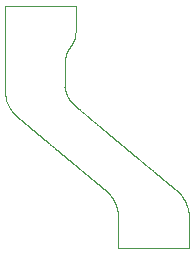
<source format=gko>
G04*
G04 #@! TF.GenerationSoftware,Altium Limited,Altium Designer,20.0.13 (296)*
G04*
G04 Layer_Color=16711935*
%FSLAX44Y44*%
%MOMM*%
G71*
G01*
G75*
%ADD28C,0.0127*%
D28*
X331958Y540799D02*
G03*
X332553Y539717I26516J13886D01*
G01*
X329707Y546356D02*
G03*
X330155Y544967I30238J8984D01*
G01*
X476841Y466612D02*
G03*
X476481Y467011I-18286J-16132D01*
G01*
X417629Y465673D02*
G03*
X417192Y466205I-19965J-15959D01*
G01*
X379241Y557098D02*
G03*
X379290Y556639I24753J2424D01*
G01*
X380623Y551041D02*
G03*
X380798Y550592I19521J7340D01*
G01*
X330155Y544967D02*
G03*
X330656Y543627I29520J10278D01*
G01*
X331553Y541600D02*
G03*
X331958Y540799I27258J13262D01*
G01*
X331126Y542516D02*
G03*
X331553Y541600I27965J12482D01*
G01*
X330656Y543627D02*
G03*
X331126Y542516I28725J11500D01*
G01*
X413402Y519838D02*
X413489Y519765D01*
X413576Y519693D01*
X413663Y519620D01*
X453966Y486082D02*
X454228Y485865D01*
X454490Y485647D01*
X433712Y502905D02*
X433799Y502832D01*
X433886Y502759D01*
X433973Y502687D01*
X474433Y469026D02*
X474450Y469011D01*
X474468Y468995D01*
X474485Y468979D01*
X474502Y468963D01*
X474519Y468947D01*
X474536Y468931D01*
X474553Y468916D01*
X474571Y468900D01*
X413602Y469779D02*
X413610Y469771D01*
X413593Y469787D02*
X413602Y469779D01*
X413584Y469795D02*
X413593Y469787D01*
X413576Y469803D02*
X413584Y469795D01*
X413567Y469810D02*
X413576Y469803D01*
X413558Y469818D02*
X413567Y469810D01*
X413549Y469826D02*
X413558Y469818D01*
X413541Y469834D02*
X413549Y469826D01*
X413532Y469842D02*
X413541Y469834D01*
X413523Y469850D02*
X413532Y469842D01*
X413515Y469857D02*
X413523Y469850D01*
X413506Y469865D02*
X413515Y469857D01*
X413497Y469873D02*
X413506Y469865D01*
X413489Y469881D02*
X413497Y469873D01*
X413480Y469888D02*
X413489Y469881D01*
X413471Y469896D02*
X413480Y469888D01*
X424222Y421000D02*
X484222Y421000D01*
X328288Y625496D02*
X388284Y625510D01*
X392753Y537251D02*
X393271Y536809D01*
X393703Y536441D01*
X352626Y520485D02*
X352700Y520423D01*
X352552Y520547D02*
X352626Y520485D01*
X352478Y520609D02*
X352552Y520547D01*
X393220Y486703D02*
X393517Y486456D01*
X392997Y486888D02*
X393220Y486703D01*
X372945Y503544D02*
X373019Y503483D01*
X372871Y503606D02*
X372945Y503544D01*
X372796Y503668D02*
X372871Y503606D01*
X388284Y625510D02*
X388293Y604126D01*
X328288Y625496D02*
X328291Y602497D01*
X478192Y464941D02*
X478365Y464705D01*
X484222Y421000D02*
X484223Y446893D01*
X455014Y485213D02*
X455276Y484995D01*
X430571Y505518D02*
X430658Y505445D01*
X430745Y505373D01*
X430833Y505300D01*
X418165Y464979D02*
X418372Y464696D01*
X424222Y421000D02*
X424222Y446893D01*
X406183Y525889D02*
X406704Y525451D01*
X395078Y485161D02*
X395300Y484976D01*
X380952Y586740D02*
X380979Y586806D01*
X380925Y586674D02*
X380952Y586740D01*
X380899Y586608D02*
X380925Y586674D01*
X379080Y566406D02*
Y566474D01*
Y566338D02*
Y566406D01*
X379080Y566270D02*
X379080Y566338D01*
X383225Y546160D02*
X383260Y546111D01*
X383296Y546062D01*
X383331Y546013D01*
X383379Y545949D01*
X369976Y506014D02*
X370941Y505211D01*
X346336Y525755D02*
X346483Y525631D01*
X346188Y525879D02*
X346336Y525755D01*
X328285Y586591D02*
X328285Y586637D01*
X328286Y586683D01*
X328286Y586729D01*
X328286Y586775D01*
X328282Y566330D02*
X328282Y566193D01*
X328282Y566330D02*
Y566468D01*
X477002Y466427D02*
X477162Y466241D01*
X477319Y466053D01*
X476841Y466612D02*
X477002Y466427D01*
X477319Y466053D02*
X477475Y465863D01*
X477659Y465636D01*
X477839Y465406D01*
X478017Y465175D01*
X478192Y464941D01*
X474571Y468900D02*
X474588Y468884D01*
X474605Y468868D01*
X474622Y468852D01*
X474639Y468836D01*
X474656Y468820D01*
X474674Y468805D01*
X474691Y468789D01*
X474708Y468773D01*
X474725Y468757D01*
X474742Y468741D01*
X474759Y468725D01*
X474776Y468709D01*
X474794Y468693D01*
X474811Y468677D01*
X474828Y468661D01*
X474845Y468646D01*
X474862Y468629D01*
X474879Y468614D01*
X474896Y468598D01*
X474913Y468582D01*
X474930Y468566D01*
X474947Y468550D01*
X474964Y468534D01*
X474981Y468518D01*
X474998Y468502D01*
X475015Y468485D01*
X475032Y468470D01*
X475049Y468453D01*
X475066Y468437D01*
X475083Y468421D01*
X475100Y468405D01*
X475117Y468389D01*
X475134Y468373D01*
X475151Y468357D01*
X475168Y468341D01*
X475184Y468325D01*
X475210Y468300D01*
X475235Y468276D01*
X475260Y468252D01*
X475286Y468228D01*
X475311Y468203D01*
X475336Y468179D01*
X475361Y468154D01*
X475386Y468130D01*
X475411Y468106D01*
X475437Y468081D01*
X475462Y468057D01*
X475487Y468032D01*
X475512Y468008D01*
X475545Y467975D01*
X475578Y467942D01*
X475612Y467909D01*
X475645Y467877D01*
X475678Y467844D01*
X475711Y467811D01*
X475752Y467769D01*
X475794Y467728D01*
X475835Y467686D01*
X475876Y467645D01*
X475917Y467603D01*
X475958Y467561D01*
X475998Y467519D01*
X476039Y467478D01*
X476080Y467436D01*
X476120Y467394D01*
X476161Y467351D01*
X476201Y467309D01*
X476241Y467267D01*
X476281Y467224D01*
X476321Y467182D01*
X476361Y467139D01*
X476401Y467096D01*
X476441Y467054D01*
X476481Y467011D01*
X479282Y463351D02*
X479301Y463322D01*
X479320Y463292D01*
X479338Y463262D01*
X479357Y463233D01*
X479376Y463203D01*
X478365Y464705D02*
X478406Y464648D01*
X478440Y464601D01*
X478474Y464553D01*
X478508Y464506D01*
X478541Y464458D01*
X478575Y464410D01*
X478608Y464362D01*
X478642Y464314D01*
X478675Y464266D01*
X478708Y464218D01*
X478741Y464170D01*
X478774Y464122D01*
X478807Y464073D01*
X478840Y464025D01*
X478872Y463977D01*
X478905Y463928D01*
X478937Y463880D01*
X478970Y463831D01*
X479002Y463782D01*
X479034Y463733D01*
X479060Y463694D01*
X479086Y463655D01*
X479111Y463616D01*
X479137Y463577D01*
X479162Y463538D01*
X479187Y463499D01*
X479206Y463469D01*
X479225Y463440D01*
X479244Y463410D01*
X479263Y463381D01*
X479282Y463351D01*
X479376Y463203D02*
X479395Y463174D01*
X479413Y463144D01*
X479432Y463114D01*
X479451Y463085D01*
X479463Y463065D01*
X479475Y463045D01*
X479488Y463025D01*
X479500Y463005D01*
X479512Y462985D01*
X479525Y462966D01*
X479537Y462946D01*
X479549Y462926D01*
X479562Y462906D01*
X479574Y462886D01*
X479586Y462866D01*
X479599Y462846D01*
X479611Y462827D01*
X479623Y462807D01*
X479635Y462787D01*
X479648Y462767D01*
X479660Y462747D01*
X479672Y462727D01*
X479684Y462707D01*
X479697Y462687D01*
X479709Y462667D01*
X479721Y462647D01*
X479733Y462627D01*
X479745Y462607D01*
X479757Y462588D01*
X479770Y462567D01*
X479782Y462548D01*
X479794Y462528D01*
X479806Y462508D01*
X479818Y462488D01*
X479830Y462468D01*
X479842Y462448D01*
X479854Y462428D01*
X479866Y462408D01*
X479878Y462388D01*
X479891Y462368D01*
X479902Y462348D01*
X479915Y462328D01*
X479927Y462308D01*
X479939Y462288D01*
X479951Y462267D01*
X479963Y462248D01*
X479975Y462227D01*
X479987Y462207D01*
X479999Y462187D01*
X480011Y462167D01*
X480023Y462147D01*
X480035Y462127D01*
X480047Y462107D01*
X480059Y462087D01*
X480071Y462067D01*
X480083Y462047D01*
X480094Y462027D01*
X480106Y462007D01*
X480118Y461987D01*
X480124Y461977D01*
X480130Y461967D01*
X480136Y461957D01*
X480142Y461946D01*
X480148Y461936D01*
X480154Y461926D01*
X480160Y461916D01*
X480166Y461906D01*
X480172Y461896D01*
X480178Y461886D01*
X480184Y461876D01*
X480190Y461866D01*
X480196Y461856D01*
X480202Y461846D01*
X480208Y461836D01*
X480214Y461826D01*
X480220Y461816D01*
X480226Y461806D01*
X480232Y461796D01*
X480238Y461786D01*
X480243Y461776D01*
X480249Y461766D01*
X480255Y461755D01*
X480261Y461745D01*
X480267Y461735D01*
X480273Y461725D01*
X480279Y461715D01*
X480285Y461705D01*
X480291Y461695D01*
X480297Y461685D01*
X480303Y461675D01*
X480309Y461665D01*
X480315Y461655D01*
X480321Y461645D01*
X480326Y461635D01*
X480332Y461625D01*
X480338Y461615D01*
X480344Y461605D01*
X480350Y461595D01*
X480356Y461584D01*
X480362Y461574D01*
X480368Y461564D01*
X480374Y461554D01*
X480380Y461544D01*
X480386Y461534D01*
X480392Y461524D01*
X480398Y461514D01*
X480404Y461504D01*
X480410Y461494D01*
X480415Y461484D01*
X480421Y461474D01*
X480427Y461464D01*
X480433Y461454D01*
X480439Y461443D01*
X480445Y461433D01*
X480451Y461423D01*
X480457Y461413D01*
X480463Y461403D01*
X480469Y461393D01*
X480475Y461383D01*
X480480Y461373D01*
X480486Y461363D01*
X480492Y461353D01*
X480498Y461343D01*
X480504Y461333D01*
X480510Y461323D01*
X480516Y461312D01*
X480522Y461302D01*
X480528Y461292D01*
X480534Y461282D01*
X480540Y461272D01*
X480545Y461262D01*
X480551Y461252D01*
X480557Y461242D01*
X480563Y461232D01*
X480569Y461222D01*
X480575Y461212D01*
X480581Y461202D01*
X480587Y461191D01*
X480593Y461181D01*
X480599Y461171D01*
X480605Y461161D01*
X480610Y461151D01*
X480616Y461141D01*
X480622Y461131D01*
X480628Y461121D01*
X480634Y461111D01*
X480640Y461101D01*
X480646Y461091D01*
X480652Y461081D01*
X480658Y461071D01*
X480663Y461060D01*
X480669Y461050D01*
X480675Y461040D01*
X480681Y461030D01*
X480687Y461020D01*
X480693Y461010D01*
X480699Y461000D01*
X480699Y461000D02*
X480712Y460974D01*
X480718Y460960D01*
X480725Y460947D01*
X480731Y460934D01*
X480738Y460921D01*
X480744Y460908D01*
X480751Y460894D01*
X480757Y460881D01*
X480763Y460868D01*
X480770Y460855D01*
X480776Y460842D01*
X480783Y460829D01*
X480789Y460815D01*
X480796Y460802D01*
X480802Y460789D01*
X480808Y460776D01*
X480815Y460762D01*
X480821Y460749D01*
X480828Y460736D01*
X480834Y460723D01*
X480841Y460710D01*
X480847Y460697D01*
X480854Y460683D01*
X480860Y460670D01*
X480866Y460657D01*
X480873Y460644D01*
X480879Y460631D01*
X480886Y460617D01*
X480892Y460604D01*
X480899Y460591D01*
X480905Y460578D01*
X480911Y460565D01*
X480918Y460551D01*
X480924Y460538D01*
X480931Y460525D01*
X480937Y460512D01*
X480943Y460499D01*
X480950Y460485D01*
X480956Y460472D01*
X480963Y460459D01*
X480969Y460446D01*
X480976Y460433D01*
X480982Y460419D01*
X480988Y460406D01*
X480995Y460393D01*
X481001Y460380D01*
X481008Y460367D01*
X481014Y460353D01*
X481021Y460340D01*
X481027Y460327D01*
X481033Y460314D01*
X481040Y460301D01*
X481046Y460287D01*
X481053Y460274D01*
X481059Y460261D01*
X481065Y460248D01*
X481072Y460234D01*
X481078Y460221D01*
X481084Y460208D01*
X481091Y460195D01*
X481097Y460182D01*
X481104Y460168D01*
X481110Y460155D01*
X481116Y460142D01*
X481123Y460129D01*
X481129Y460116D01*
X481135Y460102D01*
X481142Y460089D01*
X481148Y460076D01*
X481155Y460063D01*
X481161Y460049D01*
X481167Y460036D01*
X481174Y460023D01*
X481180Y460010D01*
X481186Y459996D01*
X481193Y459983D01*
X481199Y459970D01*
X481205Y459957D01*
X481212Y459944D01*
X481218Y459930D01*
X481224Y459917D01*
X481231Y459904D01*
X481237Y459891D01*
X481243Y459877D01*
X481250Y459864D01*
X481256Y459851D01*
X481262Y459838D01*
X481269Y459824D01*
X481275Y459811D01*
X481281Y459798D01*
X481287Y459785D01*
X481294Y459771D01*
X481300Y459758D01*
X481306Y459745D01*
X481313Y459731D01*
X481319Y459718D01*
X481325Y459705D01*
X481332Y459692D01*
X481338Y459678D01*
X481344Y459665D01*
X481357Y459639D01*
X481369Y459612D01*
X481382Y459585D01*
X481394Y459559D01*
X481407Y459532D01*
X481419Y459506D01*
X481432Y459479D01*
X481444Y459453D01*
X481456Y459426D01*
X481469Y459399D01*
X481481Y459373D01*
X481494Y459346D01*
X481506Y459320D01*
X481518Y459293D01*
X481531Y459266D01*
X481543Y459240D01*
X481555Y459213D01*
X481568Y459186D01*
X481580Y459160D01*
X481592Y459133D01*
X481604Y459106D01*
X481617Y459080D01*
X481629Y459053D01*
X481641Y459026D01*
X481653Y458999D01*
X481665Y458973D01*
X481677Y458946D01*
X481689Y458919D01*
X481701Y458892D01*
X481713Y458866D01*
X481725Y458839D01*
X481737Y458812D01*
X481749Y458785D01*
X481761Y458758D01*
X481773Y458731D01*
X481785Y458705D01*
X481797Y458678D01*
X481809Y458651D01*
X481821Y458624D01*
X481833Y458597D01*
X481844Y458570D01*
X481856Y458543D01*
X481868Y458516D01*
X481880Y458489D01*
X481891Y458462D01*
X481903Y458436D01*
X481914Y458409D01*
X481926Y458382D01*
X481938Y458355D01*
X481949Y458328D01*
X481961Y458301D01*
X481978Y458260D01*
X481995Y458220D01*
X482012Y458179D01*
X482029Y458138D01*
X482046Y458098D01*
X482063Y458057D01*
X482080Y458016D01*
X482097Y457976D01*
X482113Y457935D01*
X482130Y457894D01*
X482147Y457853D01*
X482163Y457812D01*
X482179Y457772D01*
X482196Y457731D01*
X482212Y457690D01*
X482298Y457471D01*
X482339Y457361D01*
X482381Y457251D01*
X482422Y457141D01*
X482462Y457031D01*
X482497Y456934D01*
X482531Y456838D01*
X482565Y456741D01*
X482599Y456643D01*
X482632Y456546D01*
X482665Y456449D01*
X482697Y456351D01*
X482730Y456254D01*
X482761Y456156D01*
X482793Y456058D01*
X482824Y455960D01*
X482855Y455862D01*
X482885Y455764D01*
X482915Y455665D01*
X482944Y455567D01*
X482970Y455482D01*
X482994Y455398D01*
X483019Y455313D01*
X483044Y455228D01*
X483068Y455143D01*
X483092Y455059D01*
X483115Y454974D01*
X483139Y454889D01*
X483162Y454804D01*
X483185Y454718D01*
X483207Y454633D01*
X483230Y454548D01*
X483252Y454463D01*
X483274Y454377D01*
X483296Y454292D01*
X483318Y454206D01*
X483360Y454035D01*
X483381Y453949D01*
X483402Y453863D01*
X483422Y453778D01*
X483442Y453692D01*
X483463Y453606D01*
X483482Y453520D01*
X483502Y453434D01*
X483521Y453348D01*
X483540Y453262D01*
X483559Y453176D01*
X483578Y453089D01*
X483596Y453003D01*
X483614Y452917D01*
X483632Y452831D01*
X483649Y452744D01*
X483667Y452658D01*
X483687Y452557D01*
X483706Y452456D01*
X483725Y452355D01*
X483744Y452254D01*
X483762Y452153D01*
X483780Y452051D01*
X483798Y451950D01*
X483815Y451849D01*
X483832Y451747D01*
X483848Y451646D01*
X483865Y451544D01*
X483880Y451443D01*
X483895Y451341D01*
X483910Y451240D01*
X483924Y451138D01*
X483940Y451021D01*
X483956Y450905D01*
X483970Y450788D01*
X483985Y450672D01*
X483998Y450555D01*
X484003Y450512D01*
X484008Y450468D01*
X484013Y450424D01*
X484017Y450380D01*
X484022Y450336D01*
X484027Y450293D01*
X484031Y450249D01*
X484036Y450205D01*
X484040Y450161D01*
X484044Y450117D01*
X484048Y450074D01*
X484052Y450030D01*
X484057Y449986D01*
X484060Y449942D01*
X484064Y449898D01*
X484068Y449854D01*
X484072Y449810D01*
X484074Y449781D01*
X484077Y449752D01*
X484079Y449723D01*
X484082Y449693D01*
X484084Y449664D01*
X484086Y449635D01*
X484089Y449605D01*
X484091Y449576D01*
X484093Y449547D01*
X484095Y449518D01*
X484098Y449488D01*
X484100Y449459D01*
X484102Y449430D01*
X484104Y449400D01*
X484106Y449371D01*
X484108Y449342D01*
X484110Y449313D01*
X484112Y449283D01*
X484114Y449254D01*
X484116Y449225D01*
X484118Y449195D01*
X484120Y449166D01*
X484122Y449137D01*
X484124Y449108D01*
X484126Y449078D01*
X484128Y449049D01*
X484129Y449020D01*
X484131Y448990D01*
X484133Y448961D01*
X484135Y448932D01*
X484136Y448902D01*
X484138Y448873D01*
X484140Y448844D01*
X484141Y448814D01*
X484143Y448785D01*
X484145Y448756D01*
X484146Y448727D01*
X484148Y448697D01*
X484150Y448668D01*
X484151Y448638D01*
X484153Y448609D01*
X484154Y448580D01*
X484156Y448551D01*
X484157Y448521D01*
X484159Y448492D01*
X484160Y448463D01*
X484161Y448433D01*
X484163Y448404D01*
X484164Y448375D01*
X484166Y448345D01*
X484166Y448331D01*
X484167Y448316D01*
X484168Y448301D01*
X484168Y448287D01*
X484169Y448272D01*
X484170Y448257D01*
X484170Y448243D01*
X484171Y448228D01*
X484172Y448213D01*
X484173Y448199D01*
X484173Y448184D01*
X484174Y448169D01*
X484174Y448155D01*
X484175Y448140D01*
X484176Y448125D01*
X484176Y448111D01*
X484177Y448096D01*
X484178Y448081D01*
X484178Y448067D01*
X484179Y448052D01*
X484179Y448037D01*
X484180Y448023D01*
X484181Y448008D01*
X484181Y447993D01*
X484182Y447979D01*
X484183Y447964D01*
X484183Y447949D01*
X484184Y447935D01*
X484184Y447920D01*
X484185Y447905D01*
X484186Y447891D01*
X484186Y447876D01*
X484187Y447861D01*
X484187Y447847D01*
X484188Y447832D01*
X484189Y447817D01*
X484189Y447803D01*
X484190Y447788D01*
X484190Y447773D01*
X484191Y447759D01*
X484192Y447744D01*
X484192Y447729D01*
X484193Y447715D01*
X484193Y447700D01*
X484194Y447685D01*
X484194Y447671D01*
X484195Y447656D01*
X484196Y447641D01*
X484196Y447627D01*
X484197Y447612D01*
X484197Y447597D01*
X484198Y447583D01*
X484198Y447568D01*
X484199Y447553D01*
X484199Y447539D01*
X484200Y447524D01*
X484201Y447509D01*
X484201Y447495D01*
X484202Y447480D01*
X484202Y447465D01*
X484203Y447451D01*
X484203Y447436D01*
X484204Y447421D01*
X484204Y447407D01*
X484205Y447392D01*
X484205Y447377D01*
X484206Y447363D01*
X484206Y447348D01*
X484207Y447333D01*
X484207Y447319D01*
X484208Y447304D01*
X484209Y447289D01*
X484209Y447275D01*
X484210Y447260D01*
X484210Y447245D01*
X484211Y447231D01*
X484211Y447216D01*
X484212Y447201D01*
X484212Y447187D01*
X484213Y447172D01*
X484213Y447157D01*
X484214Y447143D01*
X484214Y447128D01*
X484215Y447113D01*
X484215Y447099D01*
X484216Y447084D01*
X484216Y447069D01*
X484217Y447055D01*
X484217Y447040D01*
X484218Y447025D01*
X484218Y447011D01*
X484219Y446996D01*
X484220Y446981D01*
X484220Y446967D01*
X484221Y446952D01*
X484221Y446937D01*
X484221Y446923D01*
X484222Y446908D01*
X484223Y446893D01*
X454490Y485647D02*
X454752Y485430D01*
X455014Y485213D01*
X456237Y484198D02*
X456412Y484053D01*
X456586Y483908D01*
X456761Y483763D02*
X456936Y483618D01*
X457110Y483473D01*
X456586Y483908D02*
X456761Y483763D01*
X469077Y473547D02*
X469165Y473475D01*
X469252Y473402D01*
X469340Y473330D01*
X469427Y473257D01*
X469514Y473185D01*
X469602Y473112D01*
X469689Y473040D01*
X469776Y472967D01*
X469864Y472895D01*
X469951Y472823D01*
X470038Y472750D01*
X470126Y472678D01*
X470213Y472605D01*
X470300Y472533D01*
X470388Y472460D01*
X470475Y472388D01*
X470563Y472315D01*
X470650Y472243D01*
X470737Y472171D01*
X470825Y472098D01*
X470912Y472026D01*
X470999Y471953D01*
X471087Y471881D01*
X471174Y471808D01*
X471261Y471736D01*
X471349Y471664D01*
X471436Y471591D01*
X471524Y471519D01*
X471611Y471446D01*
X471698Y471374D01*
X471786Y471301D01*
X471873Y471229D01*
X471960Y471156D01*
X472048Y471084D01*
X472135Y471012D01*
X472222Y470939D01*
X472310Y470867D01*
X472397Y470794D01*
X472485Y470722D01*
X472572Y470649D01*
X472659Y470577D01*
X472747Y470504D01*
X472834Y470432D01*
X472921Y470359D01*
X473009Y470287D01*
X473096Y470215D01*
X473183Y470142D01*
X473271Y470070D01*
X473358Y469997D01*
Y469997D02*
X473376Y469982D01*
X473384Y469974D01*
X473393Y469966D01*
X473401Y469958D01*
X473410Y469950D01*
X473419Y469943D01*
X473428Y469935D01*
X473436Y469927D01*
X473445Y469919D01*
X473454Y469911D01*
X473462Y469904D01*
X473471Y469896D01*
X473480Y469888D01*
X473489Y469880D01*
X473497Y469872D01*
X473506Y469865D01*
X473515Y469857D01*
X473523Y469849D01*
X473532Y469841D01*
X473541Y469833D01*
X473549Y469826D01*
X473558Y469818D01*
X473567Y469810D01*
X473576Y469802D01*
X473584Y469794D01*
X473593Y469787D01*
X473601Y469779D01*
X473610Y469771D01*
X473619Y469763D01*
X473628Y469755D01*
X473636Y469748D01*
X473645Y469740D01*
X473654Y469732D01*
X473662Y469724D01*
X473671Y469716D01*
X473680Y469709D01*
X473689Y469701D01*
X473697Y469693D01*
X473706Y469685D01*
X473714Y469677D01*
X473723Y469669D01*
X473732Y469662D01*
X473741Y469654D01*
X473749Y469646D01*
X473758Y469638D01*
X473767Y469630D01*
X473775Y469623D01*
X473784Y469615D01*
X473793Y469607D01*
X473801Y469599D01*
X473810Y469591D01*
X473819Y469584D01*
X473827Y469576D01*
X473836Y469568D01*
X473845Y469560D01*
X473853Y469552D01*
X473862Y469544D01*
X473871Y469537D01*
X473880Y469529D01*
X473888Y469521D01*
X473897Y469513D01*
X473905Y469505D01*
X473914Y469497D01*
X473923Y469490D01*
X473932Y469482D01*
X473940Y469474D01*
X473949Y469466D01*
X473957Y469458D01*
X473966Y469451D01*
X473975Y469443D01*
X473984Y469435D01*
X473992Y469427D01*
X474001Y469419D01*
X474010Y469411D01*
X474018Y469404D01*
X474027Y469396D01*
X474036Y469388D01*
X474044Y469380D01*
X474053Y469372D01*
X474062Y469364D01*
X474070Y469357D01*
X474079Y469349D01*
X474087Y469341D01*
X474096Y469333D01*
X474105Y469325D01*
X474114Y469317D01*
X474122Y469310D01*
X474131Y469302D01*
X474140Y469294D01*
X474148Y469286D01*
X474157Y469278D01*
X474165Y469270D01*
X474174Y469262D01*
X474183Y469255D01*
X474191Y469247D01*
X474200Y469239D01*
X474209Y469231D01*
X474217Y469223D01*
X474226Y469215D01*
X474243Y469199D01*
X474260Y469184D01*
X474278Y469168D01*
X474295Y469152D01*
X474312Y469137D01*
X474330Y469121D01*
X474347Y469105D01*
X474364Y469089D01*
X474381Y469074D01*
X474399Y469058D01*
X474416Y469042D01*
X474433Y469026D01*
X457110Y483473D02*
X457285Y483328D01*
X457460Y483184D01*
X457635Y483039D01*
X457809Y482894D01*
X457984Y482749D01*
X458159Y482604D01*
X458333Y482459D01*
X458508Y482314D01*
X458683Y482169D01*
X458857Y482024D01*
X459032Y481879D01*
X459207Y481734D01*
X459381Y481589D01*
X459556Y481444D01*
X459731Y481300D01*
X459906Y481155D01*
X460080Y481010D01*
X460255Y480865D01*
X460430Y480720D01*
X460604Y480575D01*
X460779Y480430D01*
X460954Y480285D01*
X461128Y480140D01*
X461303Y479995D01*
X461478Y479850D01*
X461652Y479705D01*
X461827Y479561D01*
X462002Y479416D01*
X462177Y479271D01*
X462351Y479126D01*
X462526Y478981D01*
X462701Y478836D01*
X462875Y478691D01*
X463050Y478546D01*
X463225Y478401D01*
X463400Y478256D01*
X463574Y478111D01*
X463749Y477967D01*
X463924Y477822D01*
X464098Y477677D01*
X464273Y477532D01*
X464448Y477387D01*
X464622Y477242D01*
X464710Y477170D01*
X464797Y477097D01*
X464884Y477025D01*
X464972Y476952D01*
X465059Y476880D01*
X465146Y476807D01*
X465234Y476735D01*
X465321Y476662D01*
X465409Y476590D01*
X465496Y476517D01*
X465583Y476445D01*
X465671Y476373D01*
X465758Y476300D01*
X465845Y476228D01*
X465933Y476155D01*
X466020Y476083D01*
X466107Y476010D01*
X466195Y475938D01*
X466282Y475866D01*
X466370Y475793D01*
X466457Y475721D01*
X466544Y475648D01*
X466632Y475576D01*
X466719Y475503D01*
X466806Y475431D01*
X466894Y475358D01*
X466981Y475286D01*
X467068Y475213D01*
X467156Y475141D01*
X467243Y475069D01*
X467330Y474996D01*
X467418Y474924D01*
X467505Y474851D01*
X467593Y474779D01*
X467680Y474706D01*
X467767Y474634D01*
X467854Y474561D01*
X467942Y474489D01*
X468029Y474417D01*
X468117Y474344D01*
X468204Y474272D01*
X468291Y474199D01*
X468379Y474127D01*
X468466Y474054D01*
X468553Y473982D01*
X468641Y473909D01*
X468728Y473837D01*
X468815Y473764D01*
X468903Y473692D01*
X468990Y473620D01*
X469077Y473547D01*
X455276Y484995D02*
X455538Y484778D01*
X455800Y484560D01*
X456062Y484343D01*
X456237Y484198D01*
X435980Y501018D02*
X436068Y500945D01*
X436155Y500873D01*
X448814Y490359D02*
X449163Y490069D01*
X453180Y486735D02*
X453442Y486517D01*
X449163Y490069D02*
X449512Y489779D01*
X449862Y489489D01*
X450211Y489199D01*
X450560Y488909D01*
X450822Y488691D01*
X451084Y488474D01*
X451346Y488257D01*
X451608Y488039D01*
X451870Y487822D01*
X452132Y487604D01*
X452394Y487387D01*
X452656Y487169D01*
X452918Y486952D01*
X453180Y486735D01*
X453442Y486517D02*
X453704Y486300D01*
X453966Y486082D01*
X436155Y500873D02*
X436242Y500800D01*
X436329Y500728D01*
X436417Y500655D01*
X436504Y500583D01*
X436591Y500510D01*
X436679Y500438D01*
X436766Y500365D01*
X436853Y500293D01*
X436940Y500220D01*
X437028Y500148D01*
X437115Y500075D01*
X437202Y500003D01*
X437290Y499930D01*
X437377Y499857D01*
X437464Y499785D01*
X437551Y499712D01*
X437639Y499640D01*
X437726Y499567D01*
X437813Y499495D01*
X437901Y499422D01*
X437988Y499350D01*
X438075Y499277D01*
X438162Y499205D01*
X438250Y499132D01*
X438337Y499060D01*
X438424Y498987D01*
X438512Y498915D01*
X438599Y498842D01*
X438686Y498770D01*
X438774Y498697D01*
X438861Y498625D01*
X438948Y498552D01*
X439035Y498479D01*
X439123Y498407D01*
X439210Y498335D01*
X439297Y498262D01*
X439385Y498190D01*
X439472Y498117D01*
X439559Y498044D01*
X439647Y497972D01*
X439734Y497899D01*
X439821Y497827D01*
X439908Y497754D01*
X439996Y497682D01*
X440083Y497609D01*
X440170Y497537D01*
X440258Y497464D01*
X440345Y497392D01*
X440432Y497319D01*
X440520Y497247D01*
X440607Y497174D01*
X440694Y497102D01*
X440781Y497029D01*
X440869Y496957D01*
X440956Y496884D01*
X441043Y496812D01*
X441131Y496739D01*
X441218Y496666D01*
X441305Y496594D01*
X441393Y496521D01*
X441480Y496449D01*
X441567Y496376D01*
X441654Y496304D01*
X441742Y496231D01*
X441829Y496159D01*
X441916Y496086D01*
X442004Y496014D01*
X442091Y495941D01*
X442178Y495869D01*
X442527Y495579D01*
X442877Y495289D01*
X443226Y494999D01*
X443575Y494709D01*
X443924Y494419D01*
X444273Y494129D01*
X444623Y493839D01*
X444972Y493549D01*
X445321Y493259D01*
X445671Y492968D01*
X446020Y492678D01*
X446369Y492388D01*
X446718Y492099D01*
X447067Y491809D01*
X447417Y491519D01*
X447766Y491229D01*
X448115Y490939D01*
X448465Y490649D01*
X448814Y490359D01*
X433973Y502687D02*
X434060Y502614D01*
X434148Y502542D01*
X434235Y502469D01*
X434322Y502397D01*
X434409Y502324D01*
X434497Y502251D01*
X434584Y502179D01*
X434671Y502106D01*
X434846Y501961D01*
X435020Y501816D01*
X435195Y501671D01*
X435369Y501526D01*
X435544Y501381D01*
X435718Y501236D01*
X435893Y501091D01*
X435980Y501018D01*
X415578Y518018D02*
X415752Y517873D01*
X415927Y517727D01*
X428478Y507261D02*
X428565Y507188D01*
X428652Y507115D01*
X428740Y507043D02*
X428827Y506970D01*
X428914Y506898D01*
X429001Y506825D01*
X428652Y507115D02*
X428740Y507043D01*
X429001Y506825D02*
X429088Y506752D01*
X429175Y506680D01*
X429263Y506607D01*
X429350Y506535D01*
X429437Y506462D01*
X429524Y506389D01*
X429612Y506317D01*
X429699Y506244D01*
X429786Y506171D01*
X429873Y506099D01*
X429961Y506026D01*
X430048Y505953D01*
X430135Y505881D01*
X430222Y505808D01*
X430309Y505736D01*
X430397Y505663D01*
X430484Y505591D01*
X430571Y505518D01*
X415927Y517727D02*
X416101Y517581D01*
X416275Y517436D01*
X416449Y517290D01*
X416623Y517145D01*
X416797Y516999D01*
X416972Y516854D01*
X417146Y516708D01*
X417320Y516563D01*
X417494Y516417D01*
X417668Y516272D01*
X417842Y516126D01*
X418017Y515981D01*
X418191Y515835D01*
X418365Y515690D01*
X418539Y515544D01*
X418714Y515399D01*
X419062Y515108D01*
X419236Y514962D01*
X419411Y514817D01*
X419585Y514671D01*
X419759Y514526D01*
X419934Y514380D01*
X420108Y514235D01*
X420282Y514090D01*
X420456Y513944D01*
X420631Y513799D01*
X420805Y513653D01*
X420979Y513508D01*
X421154Y513363D01*
X421328Y513217D01*
X421502Y513072D01*
X421676Y512927D01*
X421764Y512854D01*
X421851Y512781D01*
X421938Y512709D01*
X422025Y512636D01*
X422112Y512563D01*
X422200Y512491D01*
X422287Y512418D01*
X422374Y512345D01*
X422461Y512273D01*
X422548Y512200D01*
X422635Y512127D01*
X422723Y512055D01*
X422810Y511982D01*
X422897Y511909D01*
X422984Y511837D01*
X423071Y511764D01*
X423158Y511691D01*
X423246Y511619D01*
X423333Y511546D01*
X423420Y511473D01*
X423507Y511401D01*
X423594Y511328D01*
X423682Y511255D01*
X423769Y511183D01*
X423856Y511110D01*
X423943Y511037D01*
X424030Y510965D01*
X424118Y510892D01*
X424205Y510820D01*
X424292Y510747D01*
X424379Y510674D01*
X424466Y510602D01*
X424553Y510529D01*
X424641Y510456D01*
X424728Y510384D01*
X424815Y510311D01*
X424902Y510238D01*
X424990Y510166D01*
X425077Y510093D01*
X425164Y510020D01*
X425251Y509948D01*
X425338Y509875D01*
X425425Y509803D01*
X425513Y509730D01*
X425600Y509657D01*
X425687Y509585D01*
X425774Y509512D01*
X425862Y509439D01*
X425949Y509367D01*
X426036Y509294D01*
X426123Y509221D01*
X426210Y509149D01*
X426298Y509076D01*
X426385Y509004D01*
X426472Y508931D01*
X426559Y508858D01*
X426646Y508786D01*
X426734Y508713D01*
X426821Y508641D01*
X426908Y508568D01*
X426995Y508495D01*
X427082Y508423D01*
X427170Y508350D01*
X427257Y508277D01*
X427344Y508205D01*
X427431Y508132D01*
X427519Y508060D01*
X427606Y507987D01*
X427693Y507914D01*
X427780Y507842D01*
X427867Y507769D01*
X427954Y507696D01*
X428042Y507624D01*
X428129Y507551D01*
X428216Y507479D01*
X428303Y507406D01*
X428391Y507333D01*
X428478Y507261D01*
X413663Y519620D02*
X413750Y519547D01*
X413837Y519474D01*
X413924Y519401D01*
X414011Y519328D01*
X414098Y519256D01*
X414185Y519183D01*
X414272Y519110D01*
X414359Y519037D01*
X414446Y518965D01*
X414534Y518892D01*
X414621Y518819D01*
X414708Y518746D01*
X414795Y518673D01*
X414882Y518601D01*
X414969Y518528D01*
X415056Y518455D01*
X415143Y518382D01*
X415230Y518309D01*
X415317Y518237D01*
X415404Y518164D01*
X415491Y518091D01*
X415578Y518018D01*
X432403Y503993D02*
X432490Y503921D01*
X432577Y503848D01*
X432664Y503775D01*
X430833Y505300D02*
X430920Y505228D01*
X431007Y505155D01*
X431094Y505082D01*
X431182Y505010D01*
X431269Y504937D01*
X431356Y504864D01*
X431443Y504792D01*
X431530Y504719D01*
X431618Y504647D01*
X431705Y504574D01*
X431792Y504501D01*
X431879Y504429D01*
X431967Y504356D01*
X432054Y504284D01*
X432141Y504211D01*
X432228Y504138D01*
X432316Y504066D01*
X432403Y503993D01*
X432664Y503775D02*
X432752Y503703D01*
X432839Y503630D01*
X432926Y503558D01*
X433013Y503485D01*
X433101Y503413D01*
X433188Y503340D01*
X433275Y503267D01*
X433363Y503195D01*
X433450Y503122D01*
X433537Y503050D01*
X433624Y502977D01*
X433712Y502905D01*
X415785Y467737D02*
X415826Y467695D01*
X415744Y467778D02*
X415785Y467737D01*
X415703Y467819D02*
X415744Y467778D01*
X415661Y467860D02*
X415703Y467819D01*
X417033Y466392D02*
X417192Y466205D01*
X416871Y466577D02*
X417033Y466392D01*
X416709Y466761D02*
X416871Y466577D01*
X416544Y466942D02*
X416709Y466761D01*
X416473Y467020D02*
X416544Y466942D01*
X416433Y467063D02*
X416473Y467020D01*
X416393Y467105D02*
X416433Y467063D01*
X416353Y467148D02*
X416393Y467105D01*
X416314Y467191D02*
X416353Y467148D01*
X416273Y467233D02*
X416314Y467191D01*
X416233Y467276D02*
X416273Y467233D01*
X416193Y467318D02*
X416233Y467276D01*
X416153Y467360D02*
X416193Y467318D01*
X416112Y467402D02*
X416153Y467360D01*
X416072Y467444D02*
X416112Y467402D01*
X416031Y467486D02*
X416072Y467444D01*
X415990Y467528D02*
X416031Y467486D01*
X415950Y467570D02*
X415990Y467528D01*
X415909Y467612D02*
X415950Y467570D01*
X415868Y467654D02*
X415909Y467612D01*
X415826Y467695D02*
X415868Y467654D01*
X417989Y465212D02*
X418165Y464979D01*
X417811Y465443D02*
X417989Y465212D01*
X417629Y465673D02*
X417811Y465443D01*
X415628Y467893D02*
X415661Y467860D01*
X415595Y467926D02*
X415628Y467893D01*
X415562Y467959D02*
X415595Y467926D01*
X415528Y467992D02*
X415562Y467959D01*
X415495Y468024D02*
X415528Y467992D01*
X415470Y468049D02*
X415495Y468024D01*
X415445Y468074D02*
X415470Y468049D01*
X415420Y468098D02*
X415445Y468074D01*
X415395Y468122D02*
X415420Y468098D01*
X415370Y468147D02*
X415395Y468122D01*
X415344Y468171D02*
X415370Y468147D01*
X415319Y468196D02*
X415344Y468171D01*
X415294Y468220D02*
X415319Y468196D01*
X415269Y468244D02*
X415294Y468220D01*
X415243Y468269D02*
X415269Y468244D01*
X415218Y468293D02*
X415243Y468269D01*
X415193Y468317D02*
X415218Y468293D01*
X415168Y468341D02*
X415193Y468317D01*
X415151Y468357D02*
X415168Y468341D01*
X415134Y468373D02*
X415151Y468357D01*
X415117Y468390D02*
X415134Y468373D01*
X415100Y468406D02*
X415117Y468390D01*
X415083Y468422D02*
X415100Y468406D01*
X415066Y468438D02*
X415083Y468422D01*
X415049Y468454D02*
X415066Y468438D01*
X415032Y468470D02*
X415049Y468454D01*
X415015Y468486D02*
X415032Y468470D01*
X414998Y468502D02*
X415015Y468486D01*
X414981Y468518D02*
X414998Y468502D01*
X414964Y468534D02*
X414981Y468518D01*
X414947Y468550D02*
X414964Y468534D01*
X414930Y468566D02*
X414947Y468550D01*
X414913Y468582D02*
X414930Y468566D01*
X414896Y468598D02*
X414913Y468582D01*
X414879Y468614D02*
X414896Y468598D01*
X414862Y468630D02*
X414879Y468614D01*
X414845Y468646D02*
X414862Y468630D01*
X414828Y468662D02*
X414845Y468646D01*
X414811Y468678D02*
X414828Y468662D01*
X414794Y468694D02*
X414811Y468678D01*
X414776Y468710D02*
X414794Y468694D01*
X414759Y468726D02*
X414776Y468710D01*
X414742Y468742D02*
X414759Y468726D01*
X414725Y468758D02*
X414742Y468742D01*
X414708Y468773D02*
X414725Y468758D01*
X414691Y468789D02*
X414708Y468773D01*
X414674Y468805D02*
X414691Y468789D01*
X414656Y468821D02*
X414674Y468805D01*
X414639Y468837D02*
X414656Y468821D01*
X414622Y468853D02*
X414639Y468837D01*
X414605Y468869D02*
X414622Y468853D01*
X414588Y468884D02*
X414605Y468869D01*
X414571Y468900D02*
X414588Y468884D01*
X414553Y468916D02*
X414571Y468900D01*
X414536Y468932D02*
X414553Y468916D01*
X414519Y468948D02*
X414536Y468932D01*
X414502Y468964D02*
X414519Y468948D01*
X414485Y468979D02*
X414502Y468964D01*
X414468Y468995D02*
X414485Y468979D01*
X414450Y469011D02*
X414468Y468995D01*
X414433Y469027D02*
X414450Y469011D01*
X414416Y469043D02*
X414433Y469027D01*
X414399Y469058D02*
X414416Y469043D01*
X414381Y469074D02*
X414399Y469058D01*
X414364Y469090D02*
X414381Y469074D01*
X414347Y469106D02*
X414364Y469090D01*
X414330Y469121D02*
X414347Y469106D01*
X414312Y469137D02*
X414330Y469121D01*
X414295Y469153D02*
X414312Y469137D01*
X414278Y469169D02*
X414295Y469153D01*
X414260Y469184D02*
X414278Y469169D01*
X414243Y469200D02*
X414260Y469184D01*
X414226Y469216D02*
X414243Y469200D01*
X414209Y469231D02*
X414226Y469216D01*
X414200Y469239D02*
X414209Y469231D01*
X414191Y469247D02*
X414200Y469239D01*
X414183Y469255D02*
X414191Y469247D01*
X414174Y469263D02*
X414183Y469255D01*
X414165Y469271D02*
X414174Y469263D01*
X414157Y469279D02*
X414165Y469271D01*
X414148Y469286D02*
X414157Y469279D01*
X414140Y469294D02*
X414148Y469286D01*
X414131Y469302D02*
X414140Y469294D01*
X414122Y469310D02*
X414131Y469302D01*
X414114Y469318D02*
X414122Y469310D01*
X414105Y469326D02*
X414114Y469318D01*
X414096Y469333D02*
X414105Y469326D01*
X414088Y469341D02*
X414096Y469333D01*
X414079Y469349D02*
X414088Y469341D01*
X414070Y469357D02*
X414079Y469349D01*
X414062Y469365D02*
X414070Y469357D01*
X414053Y469373D02*
X414062Y469365D01*
X414044Y469380D02*
X414053Y469373D01*
X414036Y469388D02*
X414044Y469380D01*
X414027Y469396D02*
X414036Y469388D01*
X414018Y469404D02*
X414027Y469396D01*
X414010Y469412D02*
X414018Y469404D01*
X414001Y469420D02*
X414010Y469412D01*
X413992Y469428D02*
X414001Y469420D01*
X413984Y469435D02*
X413992Y469428D01*
X413975Y469443D02*
X413984Y469435D01*
X413966Y469451D02*
X413975Y469443D01*
X413958Y469459D02*
X413966Y469451D01*
X413949Y469467D02*
X413958Y469459D01*
X413940Y469474D02*
X413949Y469467D01*
X413932Y469482D02*
X413940Y469474D01*
X413923Y469490D02*
X413932Y469482D01*
X413914Y469498D02*
X413923Y469490D01*
X413905Y469506D02*
X413914Y469498D01*
X413897Y469514D02*
X413905Y469506D01*
X413888Y469521D02*
X413897Y469514D01*
X413880Y469529D02*
X413888Y469521D01*
X413871Y469537D02*
X413880Y469529D01*
X413862Y469545D02*
X413871Y469537D01*
X413853Y469553D02*
X413862Y469545D01*
X413845Y469561D02*
X413853Y469553D01*
X413836Y469568D02*
X413845Y469561D01*
X413827Y469576D02*
X413836Y469568D01*
X413819Y469584D02*
X413827Y469576D01*
X413810Y469592D02*
X413819Y469584D01*
X413801Y469600D02*
X413810Y469592D01*
X413793Y469608D02*
X413801Y469600D01*
X413784Y469615D02*
X413793Y469608D01*
X413775Y469623D02*
X413784Y469615D01*
X413767Y469631D02*
X413775Y469623D01*
X413758Y469639D02*
X413767Y469631D01*
X413749Y469647D02*
X413758Y469639D01*
X413741Y469654D02*
X413749Y469647D01*
X413732Y469662D02*
X413741Y469654D01*
X413723Y469670D02*
X413732Y469662D01*
X413715Y469678D02*
X413723Y469670D01*
X413706Y469686D02*
X413715Y469678D01*
X413697Y469693D02*
X413706Y469686D01*
X413689Y469701D02*
X413697Y469693D01*
X413680Y469709D02*
X413689Y469701D01*
X413671Y469717D02*
X413680Y469709D01*
X413662Y469725D02*
X413671Y469717D01*
X413654Y469733D02*
X413662Y469725D01*
X413645Y469740D02*
X413654Y469733D01*
X413636Y469748D02*
X413645Y469740D01*
X413628Y469756D02*
X413636Y469748D01*
X413619Y469764D02*
X413628Y469756D01*
X413610Y469771D02*
X413619Y469764D01*
X419370Y463214D02*
X419388Y463184D01*
X419351Y463243D02*
X419370Y463214D01*
X419332Y463273D02*
X419351Y463243D01*
X419313Y463302D02*
X419332Y463273D01*
X419295Y463332D02*
X419313Y463302D01*
X419276Y463361D02*
X419295Y463332D01*
X419257Y463391D02*
X419276Y463361D01*
X419238Y463420D02*
X419257Y463391D01*
X419219Y463450D02*
X419238Y463420D01*
X419200Y463479D02*
X419219Y463450D01*
X419181Y463509D02*
X419200Y463479D01*
X419156Y463548D02*
X419181Y463509D01*
X419130Y463587D02*
X419156Y463548D01*
X419105Y463626D02*
X419130Y463587D01*
X419079Y463666D02*
X419105Y463626D01*
X419053Y463705D02*
X419079Y463666D01*
X419028Y463744D02*
X419053Y463705D01*
X419002Y463783D02*
X419028Y463744D01*
X418970Y463831D02*
X419002Y463783D01*
X418937Y463880D02*
X418970Y463831D01*
X418905Y463929D02*
X418937Y463880D01*
X418872Y463977D02*
X418905Y463929D01*
X418840Y464025D02*
X418872Y463977D01*
X418807Y464074D02*
X418840Y464025D01*
X418774Y464122D02*
X418807Y464074D01*
X418741Y464170D02*
X418774Y464122D01*
X418708Y464219D02*
X418741Y464170D01*
X418675Y464267D02*
X418708Y464219D01*
X418642Y464315D02*
X418675Y464267D01*
X418608Y464363D02*
X418642Y464315D01*
X418575Y464411D02*
X418608Y464363D01*
X418541Y464458D02*
X418575Y464411D01*
X418508Y464506D02*
X418541Y464458D01*
X418474Y464554D02*
X418508Y464506D01*
X418440Y464601D02*
X418474Y464554D01*
X418406Y464649D02*
X418440Y464601D01*
X418372Y464696D02*
X418406Y464649D01*
X424221Y446923D02*
X424222Y446893D01*
X424221Y446937D02*
X424221Y446923D01*
X424220Y446952D02*
X424221Y446937D01*
X424220Y446967D02*
X424220Y446952D01*
X424219Y446981D02*
X424220Y446967D01*
X424219Y446996D02*
X424219Y446981D01*
X424218Y447011D02*
X424219Y446996D01*
X424218Y447025D02*
X424218Y447011D01*
X424217Y447040D02*
X424218Y447025D01*
X424217Y447055D02*
X424217Y447040D01*
X424216Y447069D02*
X424217Y447055D01*
X424216Y447084D02*
X424216Y447069D01*
X424215Y447099D02*
X424216Y447084D01*
X424215Y447113D02*
X424215Y447099D01*
X424214Y447128D02*
X424215Y447113D01*
X424214Y447143D02*
X424214Y447128D01*
X424213Y447157D02*
X424214Y447143D01*
X424213Y447172D02*
X424213Y447157D01*
X424212Y447187D02*
X424213Y447172D01*
X424212Y447201D02*
X424212Y447187D01*
X424211Y447216D02*
X424212Y447201D01*
X424211Y447231D02*
X424211Y447216D01*
X424210Y447245D02*
X424211Y447231D01*
X424210Y447260D02*
X424210Y447245D01*
X424209Y447275D02*
X424210Y447260D01*
X424208Y447290D02*
X424209Y447275D01*
X424208Y447304D02*
X424208Y447290D01*
X424207Y447319D02*
X424208Y447304D01*
X424207Y447333D02*
X424207Y447319D01*
X424206Y447348D02*
X424207Y447333D01*
X424206Y447363D02*
X424206Y447348D01*
X424205Y447378D02*
X424206Y447363D01*
X424205Y447392D02*
X424205Y447378D01*
X424204Y447407D02*
X424205Y447392D01*
X424204Y447421D02*
X424204Y447407D01*
X424203Y447436D02*
X424204Y447421D01*
X424202Y447451D02*
X424203Y447436D01*
X424202Y447466D02*
X424202Y447451D01*
X424202Y447480D02*
X424202Y447466D01*
X424201Y447495D02*
X424202Y447480D01*
X424200Y447509D02*
X424201Y447495D01*
X424200Y447524D02*
X424200Y447509D01*
X424199Y447539D02*
X424200Y447524D01*
X424199Y447553D02*
X424199Y447539D01*
X424198Y447568D02*
X424199Y447553D01*
X424198Y447583D02*
X424198Y447568D01*
X424197Y447598D02*
X424198Y447583D01*
X424197Y447612D02*
X424197Y447598D01*
X424196Y447627D02*
X424197Y447612D01*
X424195Y447641D02*
X424196Y447627D01*
X424195Y447656D02*
X424195Y447641D01*
X424194Y447671D02*
X424195Y447656D01*
X424194Y447686D02*
X424194Y447671D01*
X424193Y447700D02*
X424194Y447686D01*
X424193Y447715D02*
X424193Y447700D01*
X424192Y447729D02*
X424193Y447715D01*
X424191Y447744D02*
X424192Y447729D01*
X424191Y447759D02*
X424191Y447744D01*
X424190Y447774D02*
X424191Y447759D01*
X424190Y447788D02*
X424190Y447774D01*
X424189Y447803D02*
X424190Y447788D01*
X424188Y447817D02*
X424189Y447803D01*
X424188Y447832D02*
X424188Y447817D01*
X424187Y447847D02*
X424188Y447832D01*
X424187Y447862D02*
X424187Y447847D01*
X424186Y447876D02*
X424187Y447862D01*
X424185Y447891D02*
X424186Y447876D01*
X424185Y447906D02*
X424185Y447891D01*
X424184Y447920D02*
X424185Y447906D01*
X424184Y447935D02*
X424184Y447920D01*
X424183Y447949D02*
X424184Y447935D01*
X424183Y447964D02*
X424183Y447949D01*
X424182Y447979D02*
X424183Y447964D01*
X424181Y447994D02*
X424182Y447979D01*
X424181Y448008D02*
X424181Y447994D01*
X424180Y448023D02*
X424181Y448008D01*
X424179Y448037D02*
X424180Y448023D01*
X424179Y448052D02*
X424179Y448037D01*
X424178Y448067D02*
X424179Y448052D01*
X424178Y448082D02*
X424178Y448067D01*
X424177Y448096D02*
X424178Y448082D01*
X424176Y448111D02*
X424177Y448096D01*
X424176Y448125D02*
X424176Y448111D01*
X424175Y448140D02*
X424176Y448125D01*
X424174Y448155D02*
X424175Y448140D01*
X424174Y448170D02*
X424174Y448155D01*
X424173Y448184D02*
X424174Y448170D01*
X424172Y448199D02*
X424173Y448184D01*
X424172Y448214D02*
X424172Y448199D01*
X424171Y448228D02*
X424172Y448214D01*
X424170Y448243D02*
X424171Y448228D01*
X424170Y448257D02*
X424170Y448243D01*
X424169Y448272D02*
X424170Y448257D01*
X424168Y448287D02*
X424169Y448272D01*
X424168Y448301D02*
X424168Y448287D01*
X424167Y448316D02*
X424168Y448301D01*
X424166Y448331D02*
X424167Y448316D01*
X424166Y448345D02*
X424166Y448331D01*
X424165Y448360D02*
X424166Y448345D01*
X424164Y448375D02*
X424165Y448360D01*
X424163Y448404D02*
X424164Y448375D01*
X424161Y448433D02*
X424163Y448404D01*
X424160Y448463D02*
X424161Y448433D01*
X424159Y448492D02*
X424160Y448463D01*
X424157Y448521D02*
X424159Y448492D01*
X424156Y448551D02*
X424157Y448521D01*
X424154Y448580D02*
X424156Y448551D01*
X424152Y448609D02*
X424154Y448580D01*
X424151Y448639D02*
X424152Y448609D01*
X424149Y448668D02*
X424151Y448639D01*
X424148Y448697D02*
X424149Y448668D01*
X424146Y448727D02*
X424148Y448697D01*
X424145Y448756D02*
X424146Y448727D01*
X424143Y448785D02*
X424145Y448756D01*
X424141Y448815D02*
X424143Y448785D01*
X424140Y448844D02*
X424141Y448815D01*
X424138Y448873D02*
X424140Y448844D01*
X424136Y448903D02*
X424138Y448873D01*
X424134Y448932D02*
X424136Y448903D01*
X424133Y448961D02*
X424134Y448932D01*
X424131Y448990D02*
X424133Y448961D01*
X424129Y449020D02*
X424131Y448990D01*
X424127Y449049D02*
X424129Y449020D01*
X424126Y449078D02*
X424127Y449049D01*
X424124Y449108D02*
X424126Y449078D01*
X424122Y449137D02*
X424124Y449108D01*
X424120Y449166D02*
X424122Y449137D01*
X424118Y449196D02*
X424120Y449166D01*
X424116Y449225D02*
X424118Y449196D01*
X424114Y449254D02*
X424116Y449225D01*
X424112Y449283D02*
X424114Y449254D01*
X424110Y449313D02*
X424112Y449283D01*
X424108Y449342D02*
X424110Y449313D01*
X424106Y449371D02*
X424108Y449342D01*
X424104Y449401D02*
X424106Y449371D01*
X424102Y449430D02*
X424104Y449401D01*
X424100Y449459D02*
X424102Y449430D01*
X424097Y449488D02*
X424100Y449459D01*
X424095Y449518D02*
X424097Y449488D01*
X424093Y449547D02*
X424095Y449518D01*
X424091Y449576D02*
X424093Y449547D01*
X424089Y449606D02*
X424091Y449576D01*
X424086Y449635D02*
X424089Y449606D01*
X424084Y449664D02*
X424086Y449635D01*
X424081Y449693D02*
X424084Y449664D01*
X424079Y449723D02*
X424081Y449693D01*
X424077Y449752D02*
X424079Y449723D01*
X424074Y449781D02*
X424077Y449752D01*
X424072Y449810D02*
X424074Y449781D01*
X424069Y449840D02*
X424072Y449810D01*
X424067Y449869D02*
X424069Y449840D01*
X424063Y449913D02*
X424067Y449869D01*
X424059Y449957D02*
X424063Y449913D01*
X424055Y450001D02*
X424059Y449957D01*
X424051Y450044D02*
X424055Y450001D01*
X424047Y450088D02*
X424051Y450044D01*
X424043Y450132D02*
X424047Y450088D01*
X424038Y450176D02*
X424043Y450132D01*
X424034Y450220D02*
X424038Y450176D01*
X424030Y450264D02*
X424034Y450220D01*
X424025Y450307D02*
X424030Y450264D01*
X424021Y450351D02*
X424025Y450307D01*
X424016Y450395D02*
X424021Y450351D01*
X424011Y450439D02*
X424016Y450395D01*
X424006Y450482D02*
X424011Y450439D01*
X424001Y450526D02*
X424006Y450482D01*
X423974Y450760D02*
X424001Y450526D01*
X423959Y450876D02*
X423974Y450760D01*
X423944Y450993D02*
X423959Y450876D01*
X423928Y451109D02*
X423944Y450993D01*
X423912Y451225D02*
X423928Y451109D01*
X423897Y451327D02*
X423912Y451225D01*
X423882Y451428D02*
X423897Y451327D01*
X423867Y451530D02*
X423882Y451428D01*
X423851Y451632D02*
X423867Y451530D01*
X423834Y451733D02*
X423851Y451632D01*
X423817Y451834D02*
X423834Y451733D01*
X423800Y451936D02*
X423817Y451834D01*
X423783Y452037D02*
X423800Y451936D01*
X423765Y452138D02*
X423783Y452037D01*
X423747Y452240D02*
X423765Y452138D01*
X423728Y452341D02*
X423747Y452240D01*
X423709Y452442D02*
X423728Y452341D01*
X423689Y452543D02*
X423709Y452442D01*
X423670Y452644D02*
X423689Y452543D01*
X423649Y452744D02*
X423670Y452644D01*
X423632Y452831D02*
X423649Y452744D01*
X423614Y452917D02*
X423632Y452831D01*
X423596Y453004D02*
X423614Y452917D01*
X423578Y453090D02*
X423596Y453004D01*
X423559Y453176D02*
X423578Y453090D01*
X423540Y453262D02*
X423559Y453176D01*
X423521Y453348D02*
X423540Y453262D01*
X423502Y453434D02*
X423521Y453348D01*
X423482Y453520D02*
X423502Y453434D01*
X423462Y453606D02*
X423482Y453520D01*
X423442Y453692D02*
X423462Y453606D01*
X423422Y453778D02*
X423442Y453692D01*
X423402Y453864D02*
X423422Y453778D01*
X423381Y453949D02*
X423402Y453864D01*
X423360Y454035D02*
X423381Y453949D01*
X423339Y454121D02*
X423360Y454035D01*
X423296Y454292D02*
X423339Y454121D01*
X423274Y454377D02*
X423296Y454292D01*
X423252Y454463D02*
X423274Y454377D01*
X423230Y454548D02*
X423252Y454463D01*
X423207Y454633D02*
X423230Y454548D01*
X423185Y454719D02*
X423207Y454633D01*
X423162Y454804D02*
X423185Y454719D01*
X423139Y454889D02*
X423162Y454804D01*
X423115Y454974D02*
X423139Y454889D01*
X423091Y455059D02*
X423115Y454974D01*
X423068Y455144D02*
X423091Y455059D01*
X423043Y455229D02*
X423068Y455144D01*
X423019Y455313D02*
X423043Y455229D01*
X422994Y455398D02*
X423019Y455313D01*
X422970Y455482D02*
X422994Y455398D01*
X422944Y455567D02*
X422970Y455482D01*
X422919Y455651D02*
X422944Y455567D01*
X422889Y455750D02*
X422919Y455651D01*
X422859Y455848D02*
X422889Y455750D01*
X422828Y455946D02*
X422859Y455848D01*
X422797Y456044D02*
X422828Y455946D01*
X422766Y456142D02*
X422797Y456044D01*
X422734Y456240D02*
X422766Y456142D01*
X422702Y456338D02*
X422734Y456240D01*
X422670Y456435D02*
X422702Y456338D01*
X422637Y456533D02*
X422670Y456435D01*
X422603Y456630D02*
X422637Y456533D01*
X422570Y456727D02*
X422603Y456630D01*
X422536Y456824D02*
X422570Y456727D01*
X422502Y456921D02*
X422536Y456824D01*
X422467Y457018D02*
X422502Y456921D01*
X422432Y457114D02*
X422467Y457018D01*
X422391Y457224D02*
X422432Y457114D01*
X422350Y457334D02*
X422391Y457224D01*
X422308Y457444D02*
X422350Y457334D01*
X422266Y457553D02*
X422308Y457444D01*
X422223Y457663D02*
X422266Y457553D01*
X422207Y457704D02*
X422223Y457663D01*
X422190Y457745D02*
X422207Y457704D01*
X422174Y457786D02*
X422190Y457745D01*
X422158Y457826D02*
X422174Y457786D01*
X422141Y457867D02*
X422158Y457826D01*
X422124Y457908D02*
X422141Y457867D01*
X422108Y457949D02*
X422124Y457908D01*
X422091Y457990D02*
X422108Y457949D01*
X422074Y458030D02*
X422091Y457990D01*
X422057Y458071D02*
X422074Y458030D01*
X422040Y458112D02*
X422057Y458071D01*
X422024Y458152D02*
X422040Y458112D01*
X422006Y458193D02*
X422024Y458152D01*
X421989Y458233D02*
X422006Y458193D01*
X421972Y458274D02*
X421989Y458233D01*
X421955Y458315D02*
X421972Y458274D01*
X421938Y458355D02*
X421955Y458315D01*
X421926Y458382D02*
X421938Y458355D01*
X421914Y458409D02*
X421926Y458382D01*
X421903Y458436D02*
X421914Y458409D01*
X421891Y458463D02*
X421903Y458436D01*
X421879Y458490D02*
X421891Y458463D01*
X421868Y458517D02*
X421879Y458490D01*
X421856Y458544D02*
X421868Y458517D01*
X421844Y458571D02*
X421856Y458544D01*
X421833Y458597D02*
X421844Y458571D01*
X421821Y458624D02*
X421833Y458597D01*
X421809Y458651D02*
X421821Y458624D01*
X421797Y458678D02*
X421809Y458651D01*
X421785Y458705D02*
X421797Y458678D01*
X421773Y458732D02*
X421785Y458705D01*
X421761Y458759D02*
X421773Y458732D01*
X421749Y458785D02*
X421761Y458759D01*
X421737Y458812D02*
X421749Y458785D01*
X421725Y458839D02*
X421737Y458812D01*
X421713Y458866D02*
X421725Y458839D01*
X421701Y458893D02*
X421713Y458866D01*
X421689Y458919D02*
X421701Y458893D01*
X421677Y458946D02*
X421689Y458919D01*
X421665Y458973D02*
X421677Y458946D01*
X421653Y459000D02*
X421665Y458973D01*
X421641Y459026D02*
X421653Y459000D01*
X421629Y459053D02*
X421641Y459026D01*
X421616Y459080D02*
X421629Y459053D01*
X421604Y459106D02*
X421616Y459080D01*
X421592Y459133D02*
X421604Y459106D01*
X421580Y459160D02*
X421592Y459133D01*
X421567Y459187D02*
X421580Y459160D01*
X421555Y459213D02*
X421567Y459187D01*
X421543Y459240D02*
X421555Y459213D01*
X421531Y459267D02*
X421543Y459240D01*
X421518Y459293D02*
X421531Y459267D01*
X421506Y459320D02*
X421518Y459293D01*
X421494Y459347D02*
X421506Y459320D01*
X421481Y459373D02*
X421494Y459347D01*
X421469Y459400D02*
X421481Y459373D01*
X421456Y459426D02*
X421469Y459400D01*
X421444Y459453D02*
X421456Y459426D01*
X421432Y459480D02*
X421444Y459453D01*
X421419Y459506D02*
X421432Y459480D01*
X421407Y459533D02*
X421419Y459506D01*
X421394Y459559D02*
X421407Y459533D01*
X421382Y459586D02*
X421394Y459559D01*
X421369Y459612D02*
X421382Y459586D01*
X421357Y459639D02*
X421369Y459612D01*
X421344Y459665D02*
X421357Y459639D01*
X421331Y459692D02*
X421344Y459665D01*
X421325Y459705D02*
X421331Y459692D01*
X421319Y459719D02*
X421325Y459705D01*
X421313Y459732D02*
X421319Y459719D01*
X421306Y459745D02*
X421313Y459732D01*
X421300Y459758D02*
X421306Y459745D01*
X421294Y459772D02*
X421300Y459758D01*
X421287Y459785D02*
X421294Y459772D01*
X421281Y459798D02*
X421287Y459785D01*
X421275Y459811D02*
X421281Y459798D01*
X421269Y459825D02*
X421275Y459811D01*
X421262Y459838D02*
X421269Y459825D01*
X421256Y459851D02*
X421262Y459838D01*
X421250Y459864D02*
X421256Y459851D01*
X421243Y459878D02*
X421250Y459864D01*
X421237Y459891D02*
X421243Y459878D01*
X421231Y459904D02*
X421237Y459891D01*
X421224Y459917D02*
X421231Y459904D01*
X421218Y459931D02*
X421224Y459917D01*
X421212Y459944D02*
X421218Y459931D01*
X421205Y459957D02*
X421212Y459944D01*
X421199Y459970D02*
X421205Y459957D01*
X421193Y459984D02*
X421199Y459970D01*
X421186Y459997D02*
X421193Y459984D01*
X421180Y460010D02*
X421186Y459997D01*
X421174Y460023D02*
X421180Y460010D01*
X421167Y460037D02*
X421174Y460023D01*
X421161Y460050D02*
X421167Y460037D01*
X421154Y460063D02*
X421161Y460050D01*
X421148Y460076D02*
X421154Y460063D01*
X421142Y460089D02*
X421148Y460076D01*
X421135Y460103D02*
X421142Y460089D01*
X421129Y460116D02*
X421135Y460103D01*
X421123Y460129D02*
X421129Y460116D01*
X421116Y460142D02*
X421123Y460129D01*
X421110Y460155D02*
X421116Y460142D01*
X421104Y460169D02*
X421110Y460155D01*
X421097Y460182D02*
X421104Y460169D01*
X421091Y460195D02*
X421097Y460182D01*
X421084Y460208D02*
X421091Y460195D01*
X421078Y460222D02*
X421084Y460208D01*
X421072Y460235D02*
X421078Y460222D01*
X421065Y460248D02*
X421072Y460235D01*
X421059Y460261D02*
X421065Y460248D01*
X421052Y460275D02*
X421059Y460261D01*
X421046Y460288D02*
X421052Y460275D01*
X421040Y460301D02*
X421046Y460288D01*
X421033Y460314D02*
X421040Y460301D01*
X421027Y460327D02*
X421033Y460314D01*
X421020Y460341D02*
X421027Y460327D01*
X421014Y460354D02*
X421020Y460341D01*
X421008Y460367D02*
X421014Y460354D01*
X421001Y460380D02*
X421008Y460367D01*
X420995Y460393D02*
X421001Y460380D01*
X420988Y460407D02*
X420995Y460393D01*
X420982Y460420D02*
X420988Y460407D01*
X420975Y460433D02*
X420982Y460420D01*
X420969Y460446D02*
X420975Y460433D01*
X420963Y460459D02*
X420969Y460446D01*
X420956Y460473D02*
X420963Y460459D01*
X420950Y460486D02*
X420956Y460473D01*
X420943Y460499D02*
X420950Y460486D01*
X420937Y460512D02*
X420943Y460499D01*
X420931Y460525D02*
X420937Y460512D01*
X420924Y460539D02*
X420931Y460525D01*
X420918Y460552D02*
X420924Y460539D01*
X420911Y460565D02*
X420918Y460552D01*
X420905Y460578D02*
X420911Y460565D01*
X420898Y460591D02*
X420905Y460578D01*
X420892Y460605D02*
X420898Y460591D01*
X420886Y460618D02*
X420892Y460605D01*
X420879Y460631D02*
X420886Y460618D01*
X420873Y460644D02*
X420879Y460631D01*
X420866Y460657D02*
X420873Y460644D01*
X420860Y460671D02*
X420866Y460657D01*
X420853Y460684D02*
X420860Y460671D01*
X420847Y460697D02*
X420853Y460684D01*
X420841Y460710D02*
X420847Y460697D01*
X420834Y460723D02*
X420841Y460710D01*
X420828Y460737D02*
X420834Y460723D01*
X420821Y460750D02*
X420828Y460737D01*
X420815Y460763D02*
X420821Y460750D01*
X420808Y460776D02*
X420815Y460763D01*
X420802Y460789D02*
X420808Y460776D01*
X420796Y460802D02*
X420802Y460789D01*
X420789Y460816D02*
X420796Y460802D01*
X420783Y460829D02*
X420789Y460816D01*
X420776Y460842D02*
X420783Y460829D01*
X420770Y460855D02*
X420776Y460842D01*
X420763Y460868D02*
X420770Y460855D01*
X420757Y460882D02*
X420763Y460868D01*
X420750Y460895D02*
X420757Y460882D01*
X420744Y460908D02*
X420750Y460895D01*
X420737Y460921D02*
X420744Y460908D01*
X420731Y460934D02*
X420737Y460921D01*
X420725Y460948D02*
X420731Y460934D01*
X420718Y460961D02*
X420725Y460948D01*
X420712Y460974D02*
X420718Y460961D01*
X420705Y460987D02*
X420712Y460974D01*
X420699Y461000D02*
X420705Y460987D01*
X420687Y461021D02*
X420699Y461000D01*
X420681Y461031D02*
X420687Y461021D01*
X420675Y461041D02*
X420681Y461031D01*
X420669Y461051D02*
X420675Y461041D01*
X420663Y461061D02*
X420669Y461051D01*
X420658Y461071D02*
X420663Y461061D01*
X420652Y461081D02*
X420658Y461071D01*
X420646Y461091D02*
X420652Y461081D01*
X420640Y461101D02*
X420646Y461091D01*
X420634Y461111D02*
X420640Y461101D01*
X420628Y461121D02*
X420634Y461111D01*
X420622Y461131D02*
X420628Y461121D01*
X420616Y461142D02*
X420622Y461131D01*
X420610Y461152D02*
X420616Y461142D01*
X420604Y461162D02*
X420610Y461152D01*
X420598Y461172D02*
X420604Y461162D01*
X420593Y461182D02*
X420598Y461172D01*
X420587Y461192D02*
X420593Y461182D01*
X420581Y461202D02*
X420587Y461192D01*
X420575Y461212D02*
X420581Y461202D01*
X420569Y461222D02*
X420575Y461212D01*
X420563Y461232D02*
X420569Y461222D01*
X420557Y461242D02*
X420563Y461232D01*
X420551Y461252D02*
X420557Y461242D01*
X420545Y461262D02*
X420551Y461252D01*
X420539Y461273D02*
X420545Y461262D01*
X420534Y461283D02*
X420539Y461273D01*
X420528Y461293D02*
X420534Y461283D01*
X420522Y461303D02*
X420528Y461293D01*
X420516Y461313D02*
X420522Y461303D01*
X420510Y461323D02*
X420516Y461313D01*
X420504Y461333D02*
X420510Y461323D01*
X420498Y461343D02*
X420504Y461333D01*
X420492Y461353D02*
X420498Y461343D01*
X420486Y461363D02*
X420492Y461353D01*
X420480Y461373D02*
X420486Y461363D01*
X420474Y461383D02*
X420480Y461373D01*
X420468Y461393D02*
X420474Y461383D01*
X420463Y461404D02*
X420468Y461393D01*
X420457Y461414D02*
X420463Y461404D01*
X420451Y461424D02*
X420457Y461414D01*
X420445Y461434D02*
X420451Y461424D01*
X420439Y461444D02*
X420445Y461434D01*
X420433Y461454D02*
X420439Y461444D01*
X420427Y461464D02*
X420433Y461454D01*
X420421Y461474D02*
X420427Y461464D01*
X420415Y461484D02*
X420421Y461474D01*
X420409Y461494D02*
X420415Y461484D01*
X420404Y461504D02*
X420409Y461494D01*
X420397Y461514D02*
X420404Y461504D01*
X420392Y461524D02*
X420397Y461514D01*
X420386Y461535D02*
X420392Y461524D01*
X420380Y461544D02*
X420386Y461535D01*
X420374Y461555D02*
X420380Y461544D01*
X420368Y461565D02*
X420374Y461555D01*
X420362Y461575D02*
X420368Y461565D01*
X420356Y461585D02*
X420362Y461575D01*
X420350Y461595D02*
X420356Y461585D01*
X420344Y461605D02*
X420350Y461595D01*
X420338Y461615D02*
X420344Y461605D01*
X420332Y461625D02*
X420338Y461615D01*
X420326Y461635D02*
X420332Y461625D01*
X420321Y461645D02*
X420326Y461635D01*
X420315Y461655D02*
X420321Y461645D01*
X420309Y461665D02*
X420315Y461655D01*
X420303Y461675D02*
X420309Y461665D01*
X420297Y461685D02*
X420303Y461675D01*
X420291Y461696D02*
X420297Y461685D01*
X420285Y461706D02*
X420291Y461696D01*
X420279Y461716D02*
X420285Y461706D01*
X420273Y461726D02*
X420279Y461716D01*
X420267Y461736D02*
X420273Y461726D01*
X420261Y461746D02*
X420267Y461736D01*
X420255Y461756D02*
X420261Y461746D01*
X420249Y461766D02*
X420255Y461756D01*
X420243Y461776D02*
X420249Y461766D01*
X420237Y461786D02*
X420243Y461776D01*
X420232Y461796D02*
X420237Y461786D01*
X420225Y461806D02*
X420232Y461796D01*
X420220Y461816D02*
X420225Y461806D01*
X420214Y461826D02*
X420220Y461816D01*
X420208Y461836D02*
X420214Y461826D01*
X420202Y461846D02*
X420208Y461836D01*
X420196Y461856D02*
X420202Y461846D01*
X420190Y461866D02*
X420196Y461856D01*
X420184Y461876D02*
X420190Y461866D01*
X420178Y461887D02*
X420184Y461876D01*
X420172Y461897D02*
X420178Y461887D01*
X420166Y461907D02*
X420172Y461897D01*
X420160Y461917D02*
X420166Y461907D01*
X420154Y461927D02*
X420160Y461917D01*
X420148Y461937D02*
X420154Y461927D01*
X420142Y461947D02*
X420148Y461937D01*
X420136Y461957D02*
X420142Y461947D01*
X420130Y461967D02*
X420136Y461957D01*
X420124Y461977D02*
X420130Y461967D01*
X420118Y461987D02*
X420124Y461977D01*
X420112Y461997D02*
X420118Y461987D01*
X420106Y462007D02*
X420112Y461997D01*
X420094Y462027D02*
X420106Y462007D01*
X420083Y462047D02*
X420094Y462027D01*
X420070Y462067D02*
X420083Y462047D01*
X420059Y462087D02*
X420070Y462067D01*
X420047Y462108D02*
X420059Y462087D01*
X420035Y462128D02*
X420047Y462108D01*
X420023Y462148D02*
X420035Y462128D01*
X420011Y462168D02*
X420023Y462148D01*
X419999Y462188D02*
X420011Y462168D01*
X419987Y462208D02*
X419999Y462188D01*
X419975Y462228D02*
X419987Y462208D01*
X419963Y462248D02*
X419975Y462228D01*
X419951Y462268D02*
X419963Y462248D01*
X419939Y462288D02*
X419951Y462268D01*
X419927Y462308D02*
X419939Y462288D01*
X419915Y462328D02*
X419927Y462308D01*
X419902Y462348D02*
X419915Y462328D01*
X419890Y462368D02*
X419902Y462348D01*
X419878Y462388D02*
X419890Y462368D01*
X419866Y462408D02*
X419878Y462388D01*
X419854Y462428D02*
X419866Y462408D01*
X419842Y462448D02*
X419854Y462428D01*
X419830Y462468D02*
X419842Y462448D01*
X419818Y462488D02*
X419830Y462468D01*
X419806Y462508D02*
X419818Y462488D01*
X419794Y462528D02*
X419806Y462508D01*
X419782Y462548D02*
X419794Y462528D01*
X419769Y462568D02*
X419782Y462548D01*
X419757Y462588D02*
X419769Y462568D01*
X419745Y462608D02*
X419757Y462588D01*
X419733Y462628D02*
X419745Y462608D01*
X419721Y462648D02*
X419733Y462628D01*
X419709Y462668D02*
X419721Y462648D01*
X419696Y462688D02*
X419709Y462668D01*
X419684Y462707D02*
X419696Y462688D01*
X419672Y462727D02*
X419684Y462707D01*
X419660Y462747D02*
X419672Y462727D01*
X419648Y462767D02*
X419660Y462747D01*
X419635Y462787D02*
X419648Y462767D01*
X419623Y462807D02*
X419635Y462787D01*
X419611Y462827D02*
X419623Y462807D01*
X419599Y462847D02*
X419611Y462827D01*
X419586Y462867D02*
X419599Y462847D01*
X419574Y462887D02*
X419586Y462867D01*
X419562Y462906D02*
X419574Y462887D01*
X419549Y462926D02*
X419562Y462906D01*
X419537Y462946D02*
X419549Y462926D01*
X419525Y462966D02*
X419537Y462946D01*
X419512Y462986D02*
X419525Y462966D01*
X419500Y463006D02*
X419512Y462986D01*
X419488Y463026D02*
X419500Y463006D01*
X419475Y463045D02*
X419488Y463026D01*
X419463Y463065D02*
X419475Y463045D01*
X419450Y463085D02*
X419463Y463065D01*
X419438Y463105D02*
X419450Y463085D01*
X419426Y463125D02*
X419438Y463105D01*
X419407Y463154D02*
X419426Y463125D01*
X419388Y463184D02*
X419407Y463154D01*
X394999Y535337D02*
X395431Y534969D01*
X395863Y534601D01*
X404185Y527569D02*
X404619Y527204D01*
X405140Y526765D01*
X395863Y534601D02*
X396296Y534234D01*
X396729Y533867D01*
X397161Y533500D01*
X397334Y533353D01*
X397508Y533206D01*
X397681Y533059D01*
X397854Y532913D01*
X398027Y532766D01*
X398200Y532619D01*
X398373Y532473D01*
X398547Y532326D01*
X398720Y532179D01*
X398893Y532033D01*
X398980Y531959D01*
X399067Y531886D01*
X399153Y531813D01*
X399240Y531740D01*
X399327Y531666D01*
X399413Y531593D01*
X399500Y531520D01*
X399587Y531447D01*
X399673Y531373D01*
X399760Y531300D01*
X399847Y531227D01*
X399933Y531154D01*
X400020Y531080D01*
X400107Y531007D01*
X400193Y530934D01*
X400280Y530861D01*
X400367Y530788D01*
X400454Y530714D01*
X400540Y530641D01*
X400627Y530568D01*
X400714Y530495D01*
X400800Y530421D01*
X400887Y530348D01*
X400974Y530275D01*
X401061Y530202D01*
X401147Y530129D01*
X401234Y530056D01*
X401321Y529982D01*
X401408Y529909D01*
X401494Y529836D01*
X401581Y529763D01*
X401668Y529690D01*
X401755Y529616D01*
X401841Y529543D01*
X401928Y529470D01*
X402015Y529397D01*
X402102Y529324D01*
X402188Y529251D01*
X402275Y529178D01*
X402362Y529104D01*
X402449Y529031D01*
X403317Y528300D01*
X403751Y527934D01*
X404185Y527569D01*
X405140Y526765D02*
X405661Y526327D01*
X406183Y525889D01*
X393703Y536441D02*
X394135Y536072D01*
X394567Y535704D01*
X394999Y535337D01*
X408182Y524211D02*
X408269Y524137D01*
X407747Y524575D02*
X408095Y524283D01*
X408182Y524211D01*
X406704Y525451D02*
X407225Y525013D01*
X407747Y524575D01*
X408269Y524137D02*
X408355Y524065D01*
X408442Y523992D01*
X408529Y523919D01*
X408616Y523846D01*
X408703Y523773D01*
X408790Y523700D01*
X408877Y523627D01*
X408964Y523554D01*
X409051Y523481D01*
X409138Y523408D01*
X409225Y523335D01*
X409312Y523262D01*
X409399Y523190D01*
X409486Y523117D01*
X409573Y523044D01*
X409660Y522971D01*
X409747Y522898D01*
X409834Y522825D01*
X409921Y522752D01*
X410008Y522679D01*
X410095Y522606D01*
X410182Y522533D01*
X410269Y522461D01*
X410356Y522388D01*
X410443Y522315D01*
X410530Y522242D01*
X410617Y522169D01*
X410704Y522096D01*
X410791Y522023D01*
X410878Y521951D01*
X410965Y521878D01*
X411052Y521805D01*
X411139Y521732D01*
X411226Y521659D01*
X411313Y521586D01*
X411400Y521513D01*
X411487Y521441D01*
X411574Y521368D01*
X411661Y521295D01*
X411748Y521222D01*
X411835Y521149D01*
X411922Y521076D01*
X412009Y521003D01*
X412096Y520931D01*
X412183Y520858D01*
X412270Y520785D01*
X412357Y520712D01*
X412444Y520639D01*
X412531Y520566D01*
X412618Y520494D01*
X412705Y520421D01*
X412793Y520348D01*
X412880Y520275D01*
X412967Y520202D01*
X413054Y520130D01*
X413141Y520057D01*
X413228Y519984D01*
X413315Y519911D01*
X413402Y519838D01*
X394855Y485346D02*
X395078Y485161D01*
X394409Y485716D02*
X394855Y485346D01*
X394112Y485963D02*
X394409Y485716D01*
X393815Y486209D02*
X394112Y485963D01*
X393517Y486456D02*
X393815Y486209D01*
X395300Y484976D02*
X395523Y484791D01*
X396861Y483681D02*
X397084Y483497D01*
X396638Y483867D02*
X396861Y483681D01*
X396415Y484052D02*
X396638Y483867D01*
X396192Y484236D02*
X396415Y484052D01*
X395969Y484421D02*
X396192Y484236D01*
X395746Y484606D02*
X395969Y484421D01*
X395523Y484791D02*
X395746Y484606D01*
X408304Y474189D02*
X408379Y474127D01*
X408230Y474250D02*
X408304Y474189D01*
X408156Y474312D02*
X408230Y474250D01*
X413462Y469904D02*
X413471Y469896D01*
X413454Y469912D02*
X413462Y469904D01*
X413445Y469920D02*
X413454Y469912D01*
X413436Y469927D02*
X413445Y469920D01*
X413428Y469935D02*
X413436Y469927D01*
X413419Y469943D02*
X413428Y469935D01*
X413410Y469951D02*
X413419Y469943D01*
X413402Y469959D02*
X413410Y469951D01*
X413393Y469967D02*
X413402Y469959D01*
X413384Y469974D02*
X413393Y469967D01*
X413376Y469982D02*
X413384Y469974D01*
X413367Y469990D02*
X413376Y469982D01*
X413358Y469998D02*
X413367Y469990D01*
X413209Y470121D02*
X413358Y469998D01*
X413135Y470183D02*
X413209Y470121D01*
X413061Y470244D02*
X413135Y470183D01*
X412986Y470306D02*
X413061Y470244D01*
X412912Y470368D02*
X412986Y470306D01*
X412838Y470429D02*
X412912Y470368D01*
X412763Y470491D02*
X412838Y470429D01*
X412689Y470552D02*
X412763Y470491D01*
X412615Y470614D02*
X412689Y470552D01*
X412541Y470676D02*
X412615Y470614D01*
X412466Y470737D02*
X412541Y470676D01*
X412392Y470799D02*
X412466Y470737D01*
X412318Y470861D02*
X412392Y470799D01*
X412243Y470922D02*
X412318Y470861D01*
X412169Y470984D02*
X412243Y470922D01*
X412095Y471046D02*
X412169Y470984D01*
X412020Y471107D02*
X412095Y471046D01*
X411946Y471169D02*
X412020Y471107D01*
X411872Y471231D02*
X411946Y471169D01*
X411797Y471292D02*
X411872Y471231D01*
X411723Y471354D02*
X411797Y471292D01*
X411649Y471415D02*
X411723Y471354D01*
X411574Y471477D02*
X411649Y471415D01*
X411500Y471539D02*
X411574Y471477D01*
X411426Y471600D02*
X411500Y471539D01*
X411352Y471662D02*
X411426Y471600D01*
X411277Y471724D02*
X411352Y471662D01*
X411203Y471785D02*
X411277Y471724D01*
X411129Y471847D02*
X411203Y471785D01*
X411054Y471908D02*
X411129Y471847D01*
X410980Y471970D02*
X411054Y471908D01*
X410906Y472032D02*
X410980Y471970D01*
X410831Y472093D02*
X410906Y472032D01*
X410757Y472155D02*
X410831Y472093D01*
X410683Y472217D02*
X410757Y472155D01*
X410608Y472278D02*
X410683Y472217D01*
X410534Y472340D02*
X410608Y472278D01*
X410460Y472402D02*
X410534Y472340D01*
X410385Y472463D02*
X410460Y472402D01*
X410311Y472525D02*
X410385Y472463D01*
X410237Y472586D02*
X410311Y472525D01*
X410162Y472648D02*
X410237Y472586D01*
X410088Y472710D02*
X410162Y472648D01*
X410014Y472771D02*
X410088Y472710D01*
X409939Y472833D02*
X410014Y472771D01*
X409865Y472895D02*
X409939Y472833D01*
X409791Y472956D02*
X409865Y472895D01*
X409716Y473018D02*
X409791Y472956D01*
X409642Y473079D02*
X409716Y473018D01*
X409568Y473141D02*
X409642Y473079D01*
X409493Y473203D02*
X409568Y473141D01*
X409419Y473264D02*
X409493Y473203D01*
X409345Y473326D02*
X409419Y473264D01*
X409271Y473388D02*
X409345Y473326D01*
X409196Y473449D02*
X409271Y473388D01*
X409122Y473511D02*
X409196Y473449D01*
X409048Y473573D02*
X409122Y473511D01*
X408973Y473634D02*
X409048Y473573D01*
X408899Y473696D02*
X408973Y473634D01*
X408825Y473757D02*
X408899Y473696D01*
X408750Y473819D02*
X408825Y473757D01*
X408676Y473881D02*
X408750Y473819D01*
X408602Y473942D02*
X408676Y473881D01*
X408527Y474004D02*
X408602Y473942D01*
X408453Y474066D02*
X408527Y474004D01*
X408379Y474127D02*
X408453Y474066D01*
X408082Y474374D02*
X408156Y474312D01*
X408007Y474435D02*
X408082Y474374D01*
X407933Y474497D02*
X408007Y474435D01*
X407859Y474559D02*
X407933Y474497D01*
X407784Y474620D02*
X407859Y474559D01*
X407710Y474682D02*
X407784Y474620D01*
X407636Y474744D02*
X407710Y474682D01*
X407561Y474805D02*
X407636Y474744D01*
X407487Y474867D02*
X407561Y474805D01*
X407413Y474929D02*
X407487Y474867D01*
X407338Y474990D02*
X407413Y474929D01*
X407264Y475052D02*
X407338Y474990D01*
X407190Y475113D02*
X407264Y475052D01*
X407115Y475175D02*
X407190Y475113D01*
X407041Y475237D02*
X407115Y475175D01*
X406967Y475298D02*
X407041Y475237D01*
X406893Y475360D02*
X406967Y475298D01*
X406818Y475421D02*
X406893Y475360D01*
X406744Y475483D02*
X406818Y475421D01*
X406670Y475545D02*
X406744Y475483D01*
X406595Y475606D02*
X406670Y475545D01*
X406521Y475668D02*
X406595Y475606D01*
X406447Y475730D02*
X406521Y475668D01*
X406372Y475791D02*
X406447Y475730D01*
X406298Y475853D02*
X406372Y475791D01*
X406224Y475915D02*
X406298Y475853D01*
X406149Y475976D02*
X406224Y475915D01*
X406075Y476038D02*
X406149Y475976D01*
X406001Y476100D02*
X406075Y476038D01*
X405926Y476161D02*
X406001Y476100D01*
X405852Y476223D02*
X405926Y476161D01*
X405704Y476346D02*
X405852Y476223D01*
X405555Y476469D02*
X405704Y476346D01*
X405406Y476593D02*
X405555Y476469D01*
X405258Y476716D02*
X405406Y476593D01*
X405109Y476839D02*
X405258Y476716D01*
X404960Y476962D02*
X405109Y476839D01*
X404812Y477086D02*
X404960Y476962D01*
X404663Y477209D02*
X404812Y477086D01*
X404514Y477332D02*
X404663Y477209D01*
X404366Y477455D02*
X404514Y477332D01*
X404217Y477579D02*
X404366Y477455D01*
X404069Y477702D02*
X404217Y477579D01*
X403920Y477825D02*
X404069Y477702D01*
X403771Y477949D02*
X403920Y477825D01*
X403623Y478072D02*
X403771Y477949D01*
X403474Y478195D02*
X403623Y478072D01*
X403326Y478318D02*
X403474Y478195D01*
X403177Y478442D02*
X403326Y478318D01*
X403028Y478565D02*
X403177Y478442D01*
X402880Y478688D02*
X403028Y478565D01*
X402731Y478812D02*
X402880Y478688D01*
X402582Y478935D02*
X402731Y478812D01*
X402434Y479058D02*
X402582Y478935D01*
X402285Y479181D02*
X402434Y479058D01*
X402136Y479305D02*
X402285Y479181D01*
X401988Y479428D02*
X402136Y479305D01*
X401839Y479551D02*
X401988Y479428D01*
X401691Y479675D02*
X401839Y479551D01*
X401542Y479798D02*
X401691Y479675D01*
X401393Y479921D02*
X401542Y479798D01*
X401245Y480044D02*
X401393Y479921D01*
X401096Y480168D02*
X401245Y480044D01*
X400947Y480291D02*
X401096Y480168D01*
X400799Y480414D02*
X400947Y480291D01*
X400650Y480537D02*
X400799Y480414D01*
X400502Y480661D02*
X400650Y480537D01*
X400353Y480784D02*
X400502Y480661D01*
X400204Y480907D02*
X400353Y480784D01*
X400056Y481031D02*
X400204Y480907D01*
X399907Y481154D02*
X400056Y481031D01*
X399759Y481277D02*
X399907Y481154D01*
X399610Y481401D02*
X399759Y481277D01*
X399461Y481524D02*
X399610Y481401D01*
X399313Y481647D02*
X399461Y481524D01*
X399164Y481770D02*
X399313Y481647D01*
X399016Y481894D02*
X399164Y481770D01*
X398867Y482017D02*
X399016Y481894D01*
X398718Y482140D02*
X398867Y482017D01*
X398570Y482264D02*
X398718Y482140D01*
X398421Y482387D02*
X398570Y482264D01*
X398198Y482572D02*
X398421Y482387D01*
X397975Y482757D02*
X398198Y482572D01*
X397752Y482942D02*
X397975Y482757D01*
X397529Y483127D02*
X397752Y482942D01*
X397307Y483312D02*
X397529Y483127D01*
X397084Y483497D02*
X397307Y483312D01*
X388003Y600860D02*
X388007Y600884D01*
X387999Y600836D02*
X388003Y600860D01*
X387995Y600811D02*
X387999Y600836D01*
X387991Y600787D02*
X387995Y600811D01*
X387987Y600763D02*
X387991Y600787D01*
X387984Y600739D02*
X387987Y600763D01*
X387980Y600715D02*
X387984Y600739D01*
X387976Y600690D02*
X387980Y600715D01*
X387972Y600666D02*
X387976Y600690D01*
X387968Y600642D02*
X387972Y600666D01*
X387964Y600618D02*
X387968Y600642D01*
X387960Y600594D02*
X387964Y600618D01*
X387956Y600570D02*
X387960Y600594D01*
X387952Y600545D02*
X387956Y600570D01*
X387948Y600521D02*
X387952Y600545D01*
X387943Y600497D02*
X387948Y600521D01*
X387939Y600473D02*
X387943Y600497D01*
X387935Y600449D02*
X387939Y600473D01*
X387931Y600425D02*
X387935Y600449D01*
X387927Y600401D02*
X387931Y600425D01*
X387922Y600376D02*
X387927Y600401D01*
X387918Y600352D02*
X387922Y600376D01*
X387914Y600328D02*
X387918Y600352D01*
X387910Y600304D02*
X387914Y600328D01*
X387905Y600280D02*
X387910Y600304D01*
X387901Y600256D02*
X387905Y600280D01*
X387896Y600232D02*
X387901Y600256D01*
X387892Y600208D02*
X387896Y600232D01*
X387887Y600183D02*
X387892Y600208D01*
X387883Y600159D02*
X387887Y600183D01*
X387878Y600135D02*
X387883Y600159D01*
X381642Y588229D02*
X381718Y588371D01*
X381567Y588087D02*
X381642Y588229D01*
X388228Y602510D02*
X388293Y604126D01*
X388225Y602486D02*
X388228Y602510D01*
X388223Y602474D02*
X388225Y602486D01*
X388222Y602462D02*
X388223Y602474D01*
X388220Y602449D02*
X388222Y602462D01*
X388219Y602437D02*
X388220Y602449D01*
X388217Y602425D02*
X388219Y602437D01*
X388216Y602413D02*
X388217Y602425D01*
X388214Y602401D02*
X388216Y602413D01*
X388213Y602389D02*
X388214Y602401D01*
X388211Y602377D02*
X388213Y602389D01*
X388210Y602364D02*
X388211Y602377D01*
X388208Y602352D02*
X388210Y602364D01*
X388206Y602340D02*
X388208Y602352D01*
X388205Y602328D02*
X388206Y602340D01*
X388203Y602316D02*
X388205Y602328D01*
X388202Y602304D02*
X388203Y602316D01*
X388200Y602291D02*
X388202Y602304D01*
X388199Y602279D02*
X388200Y602291D01*
X388197Y602267D02*
X388199Y602279D01*
X388196Y602255D02*
X388197Y602267D01*
X388194Y602243D02*
X388196Y602255D01*
X388193Y602231D02*
X388194Y602243D01*
X388191Y602219D02*
X388193Y602231D01*
X388190Y602206D02*
X388191Y602219D01*
X388188Y602194D02*
X388190Y602206D01*
X388186Y602182D02*
X388188Y602194D01*
X388185Y602170D02*
X388186Y602182D01*
X388183Y602158D02*
X388185Y602170D01*
X388182Y602146D02*
X388183Y602158D01*
X388180Y602133D02*
X388182Y602146D01*
X388179Y602121D02*
X388180Y602133D01*
X388177Y602109D02*
X388179Y602121D01*
X388176Y602097D02*
X388177Y602109D01*
X388174Y602085D02*
X388176Y602097D01*
X388172Y602073D02*
X388174Y602085D01*
X388171Y602061D02*
X388172Y602073D01*
X388169Y602048D02*
X388171Y602061D01*
X388168Y602036D02*
X388169Y602048D01*
X388166Y602024D02*
X388168Y602036D01*
X388164Y602012D02*
X388166Y602024D01*
X388163Y602000D02*
X388164Y602012D01*
X388161Y601988D02*
X388163Y602000D01*
X388160Y601976D02*
X388161Y601988D01*
X388158Y601963D02*
X388160Y601976D01*
X388157Y601951D02*
X388158Y601963D01*
X388155Y601939D02*
X388157Y601951D01*
X388153Y601927D02*
X388155Y601939D01*
X388152Y601915D02*
X388153Y601927D01*
X388150Y601903D02*
X388152Y601915D01*
X388149Y601891D02*
X388150Y601903D01*
X388147Y601879D02*
X388149Y601891D01*
X388145Y601866D02*
X388147Y601879D01*
X388144Y601854D02*
X388145Y601866D01*
X388142Y601842D02*
X388144Y601854D01*
X388141Y601830D02*
X388142Y601842D01*
X388139Y601818D02*
X388141Y601830D01*
X388138Y601806D02*
X388139Y601818D01*
X388136Y601793D02*
X388138Y601806D01*
X388134Y601781D02*
X388136Y601793D01*
X388133Y601769D02*
X388134Y601781D01*
X388131Y601757D02*
X388133Y601769D01*
X388130Y601745D02*
X388131Y601757D01*
X388128Y601733D02*
X388130Y601745D01*
X388126Y601721D02*
X388128Y601733D01*
X388125Y601708D02*
X388126Y601721D01*
X388123Y601696D02*
X388125Y601708D01*
X388121Y601684D02*
X388123Y601696D01*
X388120Y601672D02*
X388121Y601684D01*
X388118Y601660D02*
X388120Y601672D01*
X388116Y601648D02*
X388118Y601660D01*
X388115Y601636D02*
X388116Y601648D01*
X388113Y601623D02*
X388115Y601636D01*
X388112Y601611D02*
X388113Y601623D01*
X388110Y601599D02*
X388112Y601611D01*
X388108Y601587D02*
X388110Y601599D01*
X388107Y601575D02*
X388108Y601587D01*
X388105Y601563D02*
X388107Y601575D01*
X388103Y601551D02*
X388105Y601563D01*
X388102Y601539D02*
X388103Y601551D01*
X388100Y601526D02*
X388102Y601539D01*
X388098Y601514D02*
X388100Y601526D01*
X388097Y601502D02*
X388098Y601514D01*
X388095Y601490D02*
X388097Y601502D01*
X388093Y601478D02*
X388095Y601490D01*
X388092Y601466D02*
X388093Y601478D01*
X388090Y601454D02*
X388092Y601466D01*
X388088Y601441D02*
X388090Y601454D01*
X388087Y601429D02*
X388088Y601441D01*
X388085Y601417D02*
X388087Y601429D01*
X388083Y601405D02*
X388085Y601417D01*
X388082Y601393D02*
X388083Y601405D01*
X388080Y601381D02*
X388082Y601393D01*
X388078Y601369D02*
X388080Y601381D01*
X388076Y601357D02*
X388078Y601369D01*
X388075Y601344D02*
X388076Y601357D01*
X388073Y601332D02*
X388075Y601344D01*
X388071Y601320D02*
X388073Y601332D01*
X388069Y601308D02*
X388071Y601320D01*
X388068Y601296D02*
X388069Y601308D01*
X388066Y601284D02*
X388068Y601296D01*
X388064Y601272D02*
X388066Y601284D01*
X388061Y601247D02*
X388064Y601272D01*
X388057Y601223D02*
X388061Y601247D01*
X388054Y601199D02*
X388057Y601223D01*
X388050Y601175D02*
X388054Y601199D01*
X388047Y601151D02*
X388050Y601175D01*
X388043Y601126D02*
X388047Y601151D01*
X388040Y601102D02*
X388043Y601126D01*
X388036Y601078D02*
X388040Y601102D01*
X388032Y601054D02*
X388036Y601078D01*
X388029Y601029D02*
X388032Y601054D01*
X388025Y601005D02*
X388029Y601029D01*
X388021Y600981D02*
X388025Y601005D01*
X388018Y600957D02*
X388021Y600981D01*
X388014Y600933D02*
X388018Y600957D01*
X388010Y600908D02*
X388014Y600933D01*
X388007Y600884D02*
X388010Y600908D01*
X387874Y600111D02*
X387878Y600135D01*
X387869Y600087D02*
X387874Y600111D01*
X387865Y600063D02*
X387869Y600087D01*
X387858Y600027D02*
X387865Y600063D01*
X387851Y599991D02*
X387858Y600027D01*
X387843Y599955D02*
X387851Y599991D01*
X387836Y599919D02*
X387843Y599955D01*
X387829Y599883D02*
X387836Y599919D01*
X387822Y599847D02*
X387829Y599883D01*
X387814Y599811D02*
X387822Y599847D01*
X387807Y599775D02*
X387814Y599811D01*
X387799Y599739D02*
X387807Y599775D01*
X387791Y599703D02*
X387799Y599739D01*
X387784Y599667D02*
X387791Y599703D01*
X387776Y599631D02*
X387784Y599667D01*
X387768Y599595D02*
X387776Y599631D01*
X387760Y599560D02*
X387768Y599595D01*
X387752Y599524D02*
X387760Y599560D01*
X387744Y599488D02*
X387752Y599524D01*
X387722Y599392D02*
X387744Y599488D01*
X387699Y599297D02*
X387722Y599392D01*
X387676Y599202D02*
X387699Y599297D01*
X387652Y599107D02*
X387676Y599202D01*
X387631Y599024D02*
X387652Y599107D01*
X387609Y598941D02*
X387631Y599024D01*
X387586Y598858D02*
X387609Y598941D01*
X387564Y598775D02*
X387586Y598858D01*
X387541Y598693D02*
X387564Y598775D01*
X387517Y598610D02*
X387541Y598693D01*
X387493Y598528D02*
X387517Y598610D01*
X387469Y598446D02*
X387493Y598528D01*
X387444Y598364D02*
X387469Y598446D01*
X387419Y598282D02*
X387444Y598364D01*
X387393Y598200D02*
X387419Y598282D01*
X387368Y598118D02*
X387393Y598200D01*
X387341Y598036D02*
X387368Y598118D01*
X387315Y597955D02*
X387341Y598036D01*
X387288Y597873D02*
X387315Y597955D01*
X387260Y597792D02*
X387288Y597873D01*
X387236Y597722D02*
X387260Y597792D01*
X387212Y597653D02*
X387236Y597722D01*
X387188Y597583D02*
X387212Y597653D01*
X387163Y597514D02*
X387188Y597583D01*
X387138Y597444D02*
X387163Y597514D01*
X387113Y597375D02*
X387138Y597444D01*
X387088Y597306D02*
X387113Y597375D01*
X387062Y597237D02*
X387088Y597306D01*
X387037Y597168D02*
X387062Y597237D01*
X387011Y597099D02*
X387037Y597168D01*
X386984Y597030D02*
X387011Y597099D01*
X386958Y596962D02*
X386984Y597030D01*
X386931Y596893D02*
X386958Y596962D01*
X386904Y596825D02*
X386931Y596893D01*
X386877Y596756D02*
X386904Y596825D01*
X386849Y596688D02*
X386877Y596756D01*
X386822Y596620D02*
X386849Y596688D01*
X386752Y596449D02*
X386822Y596620D01*
X386718Y596370D02*
X386752Y596449D01*
X386685Y596291D02*
X386718Y596370D01*
X386651Y596212D02*
X386685Y596291D01*
X386617Y596133D02*
X386651Y596212D01*
X386582Y596054D02*
X386617Y596133D01*
X386548Y595976D02*
X386582Y596054D01*
X386513Y595897D02*
X386548Y595976D01*
X386477Y595819D02*
X386513Y595897D01*
X386442Y595741D02*
X386477Y595819D01*
X386406Y595663D02*
X386442Y595741D01*
X386370Y595585D02*
X386406Y595663D01*
X386333Y595508D02*
X386370Y595585D01*
X386296Y595430D02*
X386333Y595508D01*
X386259Y595353D02*
X386296Y595430D01*
X386221Y595276D02*
X386259Y595353D01*
X386183Y595199D02*
X386221Y595276D01*
X386145Y595122D02*
X386183Y595199D01*
X386106Y595045D02*
X386145Y595122D01*
X386067Y594969D02*
X386106Y595045D01*
X386022Y594882D02*
X386067Y594969D01*
X385977Y594795D02*
X386022Y594882D01*
X385931Y594708D02*
X385977Y594795D01*
X385884Y594622D02*
X385931Y594708D01*
X385838Y594536D02*
X385884Y594622D01*
X385790Y594450D02*
X385838Y594536D01*
X385742Y594364D02*
X385790Y594450D01*
X385694Y594279D02*
X385742Y594364D01*
X385645Y594194D02*
X385694Y594279D01*
X385596Y594109D02*
X385645Y594194D01*
X385546Y594025D02*
X385596Y594109D01*
X385496Y593941D02*
X385546Y594025D01*
X385439Y593847D02*
X385496Y593941D01*
X385414Y593805D02*
X385439Y593847D01*
X385394Y593773D02*
X385414Y593805D01*
X385375Y593742D02*
X385394Y593773D01*
X385355Y593711D02*
X385375Y593742D01*
X385336Y593680D02*
X385355Y593711D01*
X385316Y593649D02*
X385336Y593680D01*
X385297Y593618D02*
X385316Y593649D01*
X385277Y593587D02*
X385297Y593618D01*
X385257Y593556D02*
X385277Y593587D01*
X385238Y593525D02*
X385257Y593556D01*
X385218Y593494D02*
X385238Y593525D01*
X385198Y593463D02*
X385218Y593494D01*
X385178Y593432D02*
X385198Y593463D01*
X385158Y593401D02*
X385178Y593432D01*
X385138Y593371D02*
X385158Y593401D01*
X385117Y593340D02*
X385138Y593371D01*
X385097Y593309D02*
X385117Y593340D01*
X385084Y593289D02*
X385097Y593309D01*
X385070Y593268D02*
X385084Y593289D01*
X385057Y593248D02*
X385070Y593268D01*
X385043Y593228D02*
X385057Y593248D01*
X385030Y593207D02*
X385043Y593228D01*
X385016Y593187D02*
X385030Y593207D01*
X385002Y593166D02*
X385016Y593187D01*
X384989Y593146D02*
X385002Y593166D01*
X384975Y593126D02*
X384989Y593146D01*
X384961Y593105D02*
X384975Y593126D01*
X384948Y593085D02*
X384961Y593105D01*
X384934Y593065D02*
X384948Y593085D01*
X384920Y593045D02*
X384934Y593065D01*
X384906Y593024D02*
X384920Y593045D01*
X384892Y593004D02*
X384906Y593024D01*
X384879Y592984D02*
X384892Y593004D01*
X384865Y592964D02*
X384879Y592984D01*
X384851Y592943D02*
X384865Y592964D01*
X384837Y592923D02*
X384851Y592943D01*
X384823Y592903D02*
X384837Y592923D01*
X384809Y592883D02*
X384823Y592903D01*
X384795Y592863D02*
X384809Y592883D01*
X384781Y592843D02*
X384795Y592863D01*
X384767Y592823D02*
X384781Y592843D01*
X384753Y592803D02*
X384767Y592823D01*
X384739Y592783D02*
X384753Y592803D01*
X384725Y592762D02*
X384739Y592783D01*
X384711Y592742D02*
X384725Y592762D01*
X384697Y592722D02*
X384711Y592742D01*
X384683Y592702D02*
X384697Y592722D01*
X384669Y592682D02*
X384683Y592702D01*
X384654Y592662D02*
X384669Y592682D01*
X384640Y592642D02*
X384654Y592662D01*
X384626Y592622D02*
X384640Y592642D01*
X384612Y592602D02*
X384626Y592622D01*
X384598Y592582D02*
X384612Y592602D01*
X384583Y592562D02*
X384598Y592582D01*
X384569Y592542D02*
X384583Y592562D01*
X384555Y592523D02*
X384569Y592542D01*
X384541Y592503D02*
X384555Y592523D01*
X384526Y592483D02*
X384541Y592503D01*
X384512Y592463D02*
X384526Y592483D01*
X384498Y592443D02*
X384512Y592463D01*
X384483Y592423D02*
X384498Y592443D01*
X384469Y592403D02*
X384483Y592423D01*
X384455Y592383D02*
X384469Y592403D01*
X384440Y592363D02*
X384455Y592383D01*
X384426Y592343D02*
X384440Y592363D01*
X384412Y592324D02*
X384426Y592343D01*
X384397Y592304D02*
X384412Y592324D01*
X384390Y592294D02*
X384397Y592304D01*
X384383Y592284D02*
X384390Y592294D01*
X384376Y592274D02*
X384383Y592284D01*
X384369Y592264D02*
X384376Y592274D01*
X384361Y592254D02*
X384369Y592264D01*
X384354Y592244D02*
X384361Y592254D01*
X384347Y592235D02*
X384354Y592244D01*
X384340Y592225D02*
X384347Y592235D01*
X384333Y592215D02*
X384340Y592225D01*
X384325Y592205D02*
X384333Y592215D01*
X384318Y592195D02*
X384325Y592205D01*
X384311Y592185D02*
X384318Y592195D01*
X384304Y592175D02*
X384311Y592185D01*
X384296Y592165D02*
X384304Y592175D01*
X384289Y592155D02*
X384296Y592165D01*
X384282Y592146D02*
X384289Y592155D01*
X384275Y592136D02*
X384282Y592146D01*
X384267Y592126D02*
X384275Y592136D01*
X384260Y592116D02*
X384267Y592126D01*
X384253Y592106D02*
X384260Y592116D01*
X384246Y592096D02*
X384253Y592106D01*
X384238Y592086D02*
X384246Y592096D01*
X384231Y592076D02*
X384238Y592086D01*
X384224Y592067D02*
X384231Y592076D01*
X384217Y592057D02*
X384224Y592067D01*
X384209Y592047D02*
X384217Y592057D01*
X384202Y592037D02*
X384209Y592047D01*
X384195Y592027D02*
X384202Y592037D01*
X384188Y592017D02*
X384195Y592027D01*
X384180Y592007D02*
X384188Y592017D01*
X384173Y591998D02*
X384180Y592007D01*
X384166Y591988D02*
X384173Y591998D01*
X384159Y591978D02*
X384166Y591988D01*
X384151Y591968D02*
X384159Y591978D01*
X384144Y591958D02*
X384151Y591968D01*
X384137Y591948D02*
X384144Y591958D01*
X384129Y591939D02*
X384137Y591948D01*
X384122Y591929D02*
X384129Y591939D01*
X384115Y591919D02*
X384122Y591929D01*
X384108Y591909D02*
X384115Y591919D01*
X384100Y591899D02*
X384108Y591909D01*
X384093Y591889D02*
X384100Y591899D01*
X384086Y591880D02*
X384093Y591889D01*
X384078Y591870D02*
X384086Y591880D01*
X384071Y591860D02*
X384078Y591870D01*
X384064Y591850D02*
X384071Y591860D01*
X384056Y591840D02*
X384064Y591850D01*
X384049Y591830D02*
X384056Y591840D01*
X384042Y591820D02*
X384049Y591830D01*
X384035Y591811D02*
X384042Y591820D01*
X384027Y591801D02*
X384035Y591811D01*
X384020Y591791D02*
X384027Y591801D01*
X384013Y591781D02*
X384020Y591791D01*
X384005Y591771D02*
X384013Y591781D01*
X383998Y591762D02*
X384005Y591771D01*
X383991Y591752D02*
X383998Y591762D01*
X383983Y591742D02*
X383991Y591752D01*
X383976Y591732D02*
X383983Y591742D01*
X383969Y591722D02*
X383976Y591732D01*
X383961Y591712D02*
X383969Y591722D01*
X383954Y591703D02*
X383961Y591712D01*
X383947Y591693D02*
X383954Y591703D01*
X383939Y591683D02*
X383947Y591693D01*
X383932Y591673D02*
X383939Y591683D01*
X383925Y591663D02*
X383932Y591673D01*
X383918Y591654D02*
X383925Y591663D01*
X383910Y591644D02*
X383918Y591654D01*
X383903Y591634D02*
X383910Y591644D01*
X383895Y591624D02*
X383903Y591634D01*
X383888Y591614D02*
X383895Y591624D01*
X383881Y591604D02*
X383888Y591614D01*
X383873Y591595D02*
X383881Y591604D01*
X383866Y591585D02*
X383873Y591595D01*
X383859Y591575D02*
X383866Y591585D01*
X383852Y591565D02*
X383859Y591575D01*
X383844Y591555D02*
X383852Y591565D01*
X383837Y591546D02*
X383844Y591555D01*
X383829Y591536D02*
X383837Y591546D01*
X383822Y591526D02*
X383829Y591536D01*
X383815Y591516D02*
X383822Y591526D01*
X383807Y591506D02*
X383815Y591516D01*
X383800Y591497D02*
X383807Y591506D01*
X383793Y591487D02*
X383800Y591497D01*
X383786Y591477D02*
X383793Y591487D01*
X383778Y591467D02*
X383786Y591477D01*
X383771Y591457D02*
X383778Y591467D01*
X383764Y591447D02*
X383771Y591457D01*
X383756Y591438D02*
X383764Y591447D01*
X383749Y591428D02*
X383756Y591438D01*
X383741Y591418D02*
X383749Y591428D01*
X383734Y591408D02*
X383741Y591418D01*
X383727Y591399D02*
X383734Y591408D01*
X383719Y591389D02*
X383727Y591399D01*
X383712Y591379D02*
X383719Y591389D01*
X383705Y591369D02*
X383712Y591379D01*
X383697Y591359D02*
X383705Y591369D01*
X383690Y591349D02*
X383697Y591359D01*
X383683Y591340D02*
X383690Y591349D01*
X383675Y591330D02*
X383683Y591340D01*
X383654Y591301D02*
X383675Y591330D01*
X383644Y591287D02*
X383654Y591301D01*
X383633Y591272D02*
X383644Y591287D01*
X383623Y591258D02*
X383633Y591272D01*
X383613Y591243D02*
X383623Y591258D01*
X383602Y591229D02*
X383613Y591243D01*
X383592Y591214D02*
X383602Y591229D01*
X383581Y591200D02*
X383592Y591214D01*
X383571Y591185D02*
X383581Y591200D01*
X383560Y591171D02*
X383571Y591185D01*
X383550Y591156D02*
X383560Y591171D01*
X383539Y591142D02*
X383550Y591156D01*
X383529Y591128D02*
X383539Y591142D01*
X383518Y591113D02*
X383529Y591128D01*
X383508Y591099D02*
X383518Y591113D01*
X383498Y591084D02*
X383508Y591099D01*
X383487Y591070D02*
X383498Y591084D01*
X383477Y591055D02*
X383487Y591070D01*
X383466Y591041D02*
X383477Y591055D01*
X383456Y591026D02*
X383466Y591041D01*
X383445Y591012D02*
X383456Y591026D01*
X383435Y590997D02*
X383445Y591012D01*
X383424Y590983D02*
X383435Y590997D01*
X383414Y590968D02*
X383424Y590983D01*
X383404Y590954D02*
X383414Y590968D01*
X383393Y590939D02*
X383404Y590954D01*
X383383Y590925D02*
X383393Y590939D01*
X383372Y590910D02*
X383383Y590925D01*
X383362Y590896D02*
X383372Y590910D01*
X383352Y590882D02*
X383362Y590896D01*
X383341Y590867D02*
X383352Y590882D01*
X383331Y590853D02*
X383341Y590867D01*
X383320Y590838D02*
X383331Y590853D01*
X383310Y590824D02*
X383320Y590838D01*
X383299Y590809D02*
X383310Y590824D01*
X383289Y590795D02*
X383299Y590809D01*
X383279Y590780D02*
X383289Y590795D01*
X383268Y590766D02*
X383279Y590780D01*
X383258Y590751D02*
X383268Y590766D01*
X383247Y590737D02*
X383258Y590751D01*
X383237Y590722D02*
X383247Y590737D01*
X383227Y590708D02*
X383237Y590722D01*
X383216Y590693D02*
X383227Y590708D01*
X383206Y590678D02*
X383216Y590693D01*
X383196Y590664D02*
X383206Y590678D01*
X383185Y590649D02*
X383196Y590664D01*
X383175Y590635D02*
X383185Y590649D01*
X383164Y590620D02*
X383175Y590635D01*
X383154Y590606D02*
X383164Y590620D01*
X383144Y590591D02*
X383154Y590606D01*
X383134Y590577D02*
X383144Y590591D01*
X383123Y590562D02*
X383134Y590577D01*
X383113Y590548D02*
X383123Y590562D01*
X383102Y590533D02*
X383113Y590548D01*
X383092Y590519D02*
X383102Y590533D01*
X383082Y590504D02*
X383092Y590519D01*
X383072Y590490D02*
X383082Y590504D01*
X383061Y590475D02*
X383072Y590490D01*
X383051Y590460D02*
X383061Y590475D01*
X383041Y590446D02*
X383051Y590460D01*
X383030Y590431D02*
X383041Y590446D01*
X383020Y590417D02*
X383030Y590431D01*
X383010Y590402D02*
X383020Y590417D01*
X383000Y590387D02*
X383010Y590402D01*
X382989Y590373D02*
X383000Y590387D01*
X382979Y590358D02*
X382989Y590373D01*
X382969Y590344D02*
X382979Y590358D01*
X382958Y590329D02*
X382969Y590344D01*
X382948Y590314D02*
X382958Y590329D01*
X382938Y590300D02*
X382948Y590314D01*
X382928Y590285D02*
X382938Y590300D01*
X382918Y590271D02*
X382928Y590285D01*
X382907Y590256D02*
X382918Y590271D01*
X382897Y590241D02*
X382907Y590256D01*
X382887Y590227D02*
X382897Y590241D01*
X382877Y590212D02*
X382887Y590227D01*
X382867Y590197D02*
X382877Y590212D01*
X382856Y590183D02*
X382867Y590197D01*
X382846Y590168D02*
X382856Y590183D01*
X382836Y590153D02*
X382846Y590168D01*
X382826Y590139D02*
X382836Y590153D01*
X382816Y590124D02*
X382826Y590139D01*
X382806Y590109D02*
X382816Y590124D01*
X382796Y590095D02*
X382806Y590109D01*
X382785Y590080D02*
X382796Y590095D01*
X382775Y590065D02*
X382785Y590080D01*
X382765Y590051D02*
X382775Y590065D01*
X382755Y590036D02*
X382765Y590051D01*
X382745Y590021D02*
X382755Y590036D01*
X382735Y590006D02*
X382745Y590021D01*
X382725Y589992D02*
X382735Y590006D01*
X382715Y589977D02*
X382725Y589992D01*
X382705Y589962D02*
X382715Y589977D01*
X382695Y589948D02*
X382705Y589962D01*
X382685Y589933D02*
X382695Y589948D01*
X382675Y589918D02*
X382685Y589933D01*
X382665Y589903D02*
X382675Y589918D01*
X382655Y589888D02*
X382665Y589903D01*
X382635Y589859D02*
X382655Y589888D01*
X382615Y589829D02*
X382635Y589859D01*
X382595Y589800D02*
X382615Y589829D01*
X382575Y589770D02*
X382595Y589800D01*
X382555Y589740D02*
X382575Y589770D01*
X382535Y589711D02*
X382555Y589740D01*
X382515Y589681D02*
X382535Y589711D01*
X382496Y589651D02*
X382515Y589681D01*
X382476Y589622D02*
X382496Y589651D01*
X382456Y589592D02*
X382476Y589622D01*
X382437Y589562D02*
X382456Y589592D01*
X382417Y589532D02*
X382437Y589562D01*
X382398Y589502D02*
X382417Y589532D01*
X382378Y589472D02*
X382398Y589502D01*
X382359Y589442D02*
X382378Y589472D01*
X382340Y589412D02*
X382359Y589442D01*
X382320Y589382D02*
X382340Y589412D01*
X382301Y589352D02*
X382320Y589382D01*
X382282Y589322D02*
X382301Y589352D01*
X382263Y589292D02*
X382282Y589322D01*
X382244Y589262D02*
X382263Y589292D01*
X382225Y589232D02*
X382244Y589262D01*
X382206Y589201D02*
X382225Y589232D01*
X382187Y589171D02*
X382206Y589201D01*
X382168Y589141D02*
X382187Y589171D01*
X382149Y589110D02*
X382168Y589141D01*
X382130Y589080D02*
X382149Y589110D01*
X382112Y589050D02*
X382130Y589080D01*
X382093Y589019D02*
X382112Y589050D01*
X382075Y588989D02*
X382093Y589019D01*
X382056Y588958D02*
X382075Y588989D01*
X382038Y588928D02*
X382056Y588958D01*
X382019Y588897D02*
X382038Y588928D01*
X382001Y588867D02*
X382019Y588897D01*
X381983Y588836D02*
X382001Y588867D01*
X381964Y588805D02*
X381983Y588836D01*
X381946Y588774D02*
X381964Y588805D01*
X381928Y588744D02*
X381946Y588774D01*
X381910Y588713D02*
X381928Y588744D01*
X381893Y588682D02*
X381910Y588713D01*
X381875Y588651D02*
X381893Y588682D01*
X381857Y588620D02*
X381875Y588651D01*
X381839Y588589D02*
X381857Y588620D01*
X381822Y588558D02*
X381839Y588589D01*
X381718Y588371D02*
X381822Y588558D01*
X381494Y587944D02*
X381567Y588087D01*
X381423Y587800D02*
X381494Y587944D01*
X381353Y587655D02*
X381423Y587800D01*
X381292Y587526D02*
X381353Y587655D01*
X381262Y587461D02*
X381292Y587526D01*
X381233Y587396D02*
X381262Y587461D01*
X381203Y587331D02*
X381233Y587396D01*
X381174Y587266D02*
X381203Y587331D01*
X381145Y587201D02*
X381174Y587266D01*
X381117Y587135D02*
X381145Y587201D01*
X381089Y587070D02*
X381117Y587135D01*
X381061Y587004D02*
X381089Y587070D01*
X381033Y586938D02*
X381061Y587004D01*
X381006Y586872D02*
X381033Y586938D01*
X380979Y586806D02*
X381006Y586872D01*
X380393Y585158D02*
X380430Y585277D01*
X380356Y585039D02*
X380393Y585158D01*
X380873Y586541D02*
X380899Y586608D01*
X380847Y586474D02*
X380873Y586541D01*
X380822Y586408D02*
X380847Y586474D01*
X380796Y586341D02*
X380822Y586408D01*
X380771Y586274D02*
X380796Y586341D01*
X380746Y586207D02*
X380771Y586274D01*
X380722Y586140D02*
X380746Y586207D01*
X380698Y586073D02*
X380722Y586140D01*
X380674Y586006D02*
X380698Y586073D01*
X380650Y585938D02*
X380674Y586006D01*
X380626Y585871D02*
X380650Y585938D01*
X380603Y585803D02*
X380626Y585871D01*
X380580Y585736D02*
X380603Y585803D01*
X380557Y585668D02*
X380580Y585736D01*
X380535Y585600D02*
X380557Y585668D01*
X380518Y585549D02*
X380535Y585600D01*
X380501Y585498D02*
X380518Y585549D01*
X380468Y585396D02*
X380501Y585498D01*
X380430Y585277D02*
X380468Y585396D01*
X379079Y567958D02*
X379079Y567890D01*
X379079Y567822D01*
X379079Y567754D01*
X380320Y584919D02*
X380356Y585039D01*
X380285Y584799D02*
X380320Y584919D01*
X380251Y584679D02*
X380285Y584799D01*
X380216Y584559D02*
X380251Y584679D01*
X380183Y584439D02*
X380216Y584559D01*
X380150Y584318D02*
X380183Y584439D01*
X380118Y584197D02*
X380150Y584318D01*
X380091Y584094D02*
X380118Y584197D01*
X380064Y583990D02*
X380091Y584094D01*
X380038Y583886D02*
X380064Y583990D01*
X380013Y583782D02*
X380038Y583886D01*
X379987Y583678D02*
X380013Y583782D01*
X379962Y583574D02*
X379987Y583678D01*
X379938Y583470D02*
X379962Y583574D01*
X379914Y583366D02*
X379938Y583470D01*
X379886Y583244D02*
X379914Y583366D01*
X379859Y583122D02*
X379886Y583244D01*
X379833Y583000D02*
X379859Y583122D01*
X379807Y582878D02*
X379833Y583000D01*
X379781Y582755D02*
X379807Y582878D01*
X379757Y582633D02*
X379781Y582755D01*
X379732Y582510D02*
X379757Y582633D01*
X379708Y582388D02*
X379732Y582510D01*
X379685Y582265D02*
X379708Y582388D01*
X379662Y582142D02*
X379685Y582265D01*
X379640Y582019D02*
X379662Y582142D01*
X379618Y581896D02*
X379640Y582019D01*
X379597Y581773D02*
X379618Y581896D01*
X379576Y581650D02*
X379597Y581773D01*
X379556Y581527D02*
X379576Y581650D01*
X379536Y581403D02*
X379556Y581527D01*
X379517Y581280D02*
X379536Y581403D01*
X379498Y581156D02*
X379517Y581280D01*
X379465Y580927D02*
X379498Y581156D01*
X379430Y580679D02*
X379465Y580927D01*
X379397Y580432D02*
X379430Y580679D01*
X379367Y580184D02*
X379397Y580432D01*
X379338Y579936D02*
X379367Y580184D01*
X379310Y579687D02*
X379338Y579936D01*
X379285Y579439D02*
X379310Y579687D01*
X379261Y579190D02*
X379285Y579439D01*
X379239Y578941D02*
X379261Y579190D01*
X379227Y578799D02*
X379239Y578941D01*
X379217Y578675D02*
X379227Y578799D01*
X379208Y578550D02*
X379217Y578675D01*
X379199Y578425D02*
X379208Y578550D01*
X379190Y578301D02*
X379199Y578425D01*
X379182Y578176D02*
X379190Y578301D01*
X379174Y578052D02*
X379182Y578176D01*
X379167Y577927D02*
X379174Y578052D01*
X379160Y577802D02*
X379167Y577927D01*
X379158Y577767D02*
X379160Y577802D01*
X379156Y577731D02*
X379158Y577767D01*
X379154Y577695D02*
X379156Y577731D01*
X379153Y577660D02*
X379154Y577695D01*
X379151Y577624D02*
X379153Y577660D01*
X379149Y577589D02*
X379151Y577624D01*
X379147Y577553D02*
X379149Y577589D01*
X379146Y577517D02*
X379147Y577553D01*
X379144Y577482D02*
X379146Y577517D01*
X379142Y577446D02*
X379144Y577482D01*
X379141Y577410D02*
X379142Y577446D01*
X379139Y577375D02*
X379141Y577410D01*
X379137Y577339D02*
X379139Y577375D01*
X379136Y577303D02*
X379137Y577339D01*
X379134Y577268D02*
X379136Y577303D01*
X379133Y577232D02*
X379134Y577268D01*
X379131Y577196D02*
X379133Y577232D01*
X379130Y577161D02*
X379131Y577196D01*
X379128Y577125D02*
X379130Y577161D01*
X379127Y577089D02*
X379128Y577125D01*
X379126Y577054D02*
X379127Y577089D01*
X379124Y577018D02*
X379126Y577054D01*
X379123Y576982D02*
X379124Y577018D01*
X379122Y576947D02*
X379123Y576982D01*
X379120Y576911D02*
X379122Y576947D01*
X379119Y576875D02*
X379120Y576911D01*
X379118Y576840D02*
X379119Y576875D01*
X379117Y576804D02*
X379118Y576840D01*
X379116Y576768D02*
X379117Y576804D01*
X379114Y576733D02*
X379116Y576768D01*
X379113Y576697D02*
X379114Y576733D01*
X379112Y576661D02*
X379113Y576697D01*
X379111Y576626D02*
X379112Y576661D01*
X379110Y576590D02*
X379111Y576626D01*
X379109Y576554D02*
X379110Y576590D01*
X379108Y576519D02*
X379109Y576554D01*
X379107Y576483D02*
X379108Y576519D01*
X379106Y576447D02*
X379107Y576483D01*
X379105Y576412D02*
X379106Y576447D01*
X379104Y576376D02*
X379105Y576412D01*
X379103Y576340D02*
X379104Y576376D01*
X379102Y576305D02*
X379103Y576340D01*
X379101Y576269D02*
X379102Y576305D01*
X379100Y576233D02*
X379101Y576269D01*
X379099Y576198D02*
X379100Y576233D01*
X379099Y576180D02*
X379099Y576198D01*
X379099Y576162D02*
X379099Y576180D01*
X379098Y576144D02*
X379099Y576162D01*
X379098Y576127D02*
X379098Y576144D01*
X379097Y576109D02*
X379098Y576127D01*
X379097Y576091D02*
X379097Y576109D01*
X379096Y576073D02*
X379097Y576091D01*
X379096Y576055D02*
X379096Y576073D01*
X379096Y576037D02*
X379096Y576055D01*
X379095Y576020D02*
X379096Y576037D01*
X379095Y576002D02*
X379095Y576020D01*
X379094Y575984D02*
X379095Y576002D01*
X379094Y575966D02*
X379094Y575984D01*
X379094Y575948D02*
X379094Y575966D01*
X379093Y575930D02*
X379094Y575948D01*
X379093Y575913D02*
X379093Y575930D01*
X379092Y575895D02*
X379093Y575913D01*
X379092Y575877D02*
X379092Y575895D01*
X379092Y575859D02*
X379092Y575877D01*
X379091Y575841D02*
X379092Y575859D01*
X379091Y575823D02*
X379091Y575841D01*
X379091Y575805D02*
X379091Y575823D01*
X379090Y575788D02*
X379091Y575805D01*
X379090Y575770D02*
X379090Y575788D01*
X379090Y575752D02*
X379090Y575770D01*
X379089Y575734D02*
X379090Y575752D01*
X379089Y575716D02*
X379089Y575734D01*
X379089Y575698D02*
X379089Y575716D01*
X379088Y575681D02*
X379089Y575698D01*
X379088Y575663D02*
X379088Y575681D01*
X379087Y575645D02*
X379088Y575663D01*
X379087Y575627D02*
X379087Y575645D01*
X379087Y575609D02*
X379087Y575627D01*
X379086Y575591D02*
X379087Y575609D01*
X379086Y575574D02*
X379086Y575591D01*
X379086Y575556D02*
X379086Y575574D01*
X379086Y575538D02*
X379086Y575556D01*
X379085Y575520D02*
X379086Y575538D01*
X379085Y575502D02*
X379085Y575520D01*
X379085Y575484D02*
X379085Y575502D01*
X379084Y575466D02*
X379085Y575484D01*
X379084Y575449D02*
X379084Y575466D01*
X379084Y575431D02*
X379084Y575449D01*
X379083Y575413D02*
X379084Y575431D01*
X379083Y575395D02*
X379083Y575413D01*
X379083Y575377D02*
X379083Y575395D01*
X379083Y575359D02*
X379083Y575377D01*
X379082Y575342D02*
X379083Y575359D01*
X379082Y575324D02*
X379082Y575342D01*
X379082Y575306D02*
X379082Y575324D01*
X379081Y575288D02*
X379082Y575306D01*
X379081Y575270D02*
X379081Y575288D01*
X379081Y575252D02*
X379081Y575270D01*
X379081Y575235D02*
X379081Y575252D01*
X379080Y575217D02*
X379081Y575235D01*
X379080Y575199D02*
X379080Y575217D01*
X379080Y575181D02*
X379080Y575199D01*
X379080Y575163D02*
X379080Y575181D01*
X379079Y575145D02*
X379080Y575163D01*
X379079Y575128D02*
X379079Y575145D01*
X379079Y575110D02*
X379079Y575128D01*
X379078Y575092D02*
X379079Y575110D01*
X379078Y575074D02*
X379078Y575092D01*
X379078Y575056D02*
X379078Y575074D01*
X379078Y575038D02*
X379078Y575056D01*
X379077Y575021D02*
X379078Y575038D01*
X379077Y575003D02*
X379077Y575021D01*
X379077Y574985D02*
X379077Y575003D01*
X379076Y574967D02*
X379077Y574985D01*
X379076Y574949D02*
X379076Y574967D01*
X379076Y574931D02*
X379076Y574949D01*
X379076Y574913D02*
X379076Y574931D01*
X379076Y574896D02*
X379076Y574913D01*
X379075Y574878D02*
X379076Y574896D01*
X379075Y574860D02*
X379075Y574878D01*
X379075Y574842D02*
X379075Y574860D01*
X379075Y574824D02*
X379075Y574842D01*
X379074Y574807D02*
X379075Y574824D01*
X379074Y574789D02*
X379074Y574807D01*
X379074Y574771D02*
X379074Y574789D01*
X379073Y574753D02*
X379074Y574771D01*
X379073Y574735D02*
X379073Y574753D01*
X379073Y574717D02*
X379073Y574735D01*
X379073Y574700D02*
X379073Y574717D01*
X379072Y574682D02*
X379073Y574700D01*
X379072Y574664D02*
X379072Y574682D01*
X379072Y574646D02*
X379072Y574664D01*
X379072Y574628D02*
X379072Y574646D01*
X379072Y574610D02*
X379072Y574628D01*
X379071Y574592D02*
X379072Y574610D01*
X379071Y574575D02*
X379071Y574592D01*
X379071Y574557D02*
X379071Y574575D01*
X379071Y574539D02*
X379071Y574557D01*
X379070Y574521D02*
X379071Y574539D01*
X379070Y574503D02*
X379070Y574521D01*
X379070Y574485D02*
X379070Y574503D01*
X379070Y574468D02*
X379070Y574485D01*
X379070Y574468D02*
X379070Y574440D01*
X379070Y574427D01*
X379070Y574413D01*
X379070Y574399D01*
X379070Y574386D01*
X379070Y574372D01*
X379070Y574359D01*
X379070Y574345D01*
X379070Y574331D01*
X379070Y574318D01*
X379070Y574304D01*
X379070Y574291D01*
X379070Y574277D01*
X379070Y574263D01*
X379070Y574250D01*
X379070Y574236D01*
X379070Y574222D01*
X379070Y574209D01*
X379070Y574195D01*
X379070Y574182D01*
X379070Y574168D01*
X379070Y574154D01*
X379070Y574141D01*
X379070Y574127D01*
X379070Y574114D01*
X379070Y574100D01*
X379070Y574086D01*
X379070Y574073D01*
X379070Y574059D01*
X379070Y574045D01*
X379071Y574032D01*
X379071Y574018D01*
X379071Y574005D01*
X379071Y573991D01*
X379071Y573977D01*
X379071Y573964D01*
X379071Y573950D01*
X379071Y573937D01*
X379071Y573923D01*
X379071Y573909D01*
X379071Y573896D01*
X379071Y573882D01*
X379071Y573868D01*
X379071Y573855D01*
X379071Y573841D01*
X379071Y573828D01*
X379071Y573814D01*
X379071Y573800D01*
X379071Y573787D01*
X379071Y573773D01*
X379071Y573759D01*
X379071Y573746D01*
X379071Y573732D01*
X379071Y573719D01*
X379071Y573705D01*
X379071Y573691D01*
X379071Y573678D01*
X379071Y573664D01*
X379071Y573651D01*
X379071Y573637D01*
X379071Y573623D01*
X379071Y573610D01*
X379071Y573596D01*
X379071Y573582D01*
X379071Y573569D01*
X379071Y573555D01*
X379071Y573542D01*
X379071Y573528D01*
X379071Y573514D01*
X379072Y573501D01*
X379072Y573487D01*
X379072Y573474D01*
X379072Y573460D01*
X379072Y573446D01*
X379072Y573433D01*
X379072Y573419D01*
X379072Y573405D01*
X379072Y573392D01*
X379072Y573378D01*
X379072Y573364D01*
X379072Y573351D01*
X379072Y573337D01*
X379072Y573324D01*
X379072Y573310D01*
X379072Y573296D01*
X379072Y573283D01*
X379072Y573269D01*
X379072Y573256D01*
X379072Y573242D01*
X379072Y573228D01*
X379072Y573215D01*
X379072Y573201D01*
X379072Y573187D01*
X379072Y573174D01*
X379072Y573160D01*
X379072Y573147D01*
X379072Y573133D01*
X379072Y573119D01*
X379072Y573106D01*
X379072Y573092D01*
X379072Y573065D01*
X379072Y573038D01*
X379072Y573010D01*
X379072Y572983D01*
X379072Y572956D01*
X379072Y572929D01*
X379073Y572901D01*
X379073Y572874D01*
X379073Y572847D01*
X379073Y572820D01*
X379073Y572793D01*
X379073Y572765D01*
X379073Y572738D01*
X379073Y572711D01*
X379073Y572684D01*
X379073Y572656D01*
X379073Y572629D01*
X379073Y572602D01*
X379073Y572575D01*
X379073Y572547D01*
X379073Y572520D01*
X379073Y572493D01*
X379073Y572466D01*
X379073Y572439D01*
X379073Y572411D01*
X379073Y572384D01*
X379073Y572357D01*
X379074Y572330D01*
X379074Y572302D01*
X379074Y572275D01*
X379074Y572248D01*
X379074Y572221D01*
X379074Y572193D01*
X379074Y572166D01*
X379074Y572139D01*
X379074Y572112D01*
X379074Y572085D01*
X379074Y572057D01*
X379074Y572030D01*
X379074Y572003D01*
X379074Y571976D01*
X379074Y571948D01*
X379074Y571921D01*
X379074Y571894D01*
X379074Y571867D01*
X379074Y571839D01*
X379075Y571812D01*
X379075Y571785D01*
X379075Y571758D01*
X379075Y571730D01*
X379075Y571690D01*
X379075Y571649D01*
X379075Y571608D01*
X379075Y571567D01*
X379075Y571526D01*
X379075Y571485D01*
X379075Y571445D01*
X379075Y571404D01*
X379075Y571363D01*
X379075Y571322D01*
X379075Y571281D01*
X379075Y571240D01*
X379075Y571199D01*
X379076Y571158D01*
X379076Y571118D01*
X379076Y571077D01*
X379076Y571036D01*
X379076Y570995D01*
X379076Y570954D01*
X379076Y570913D01*
X379076Y570872D01*
X379076Y570832D01*
X379076Y570791D01*
X379076Y570750D01*
X379076Y570709D01*
X379076Y570668D01*
X379076Y570627D01*
X379076Y570587D01*
X379076Y570546D01*
X379076Y570505D01*
X379076Y570464D01*
X379077Y570423D01*
X379077Y570382D01*
X379077Y570341D01*
X379077Y570287D01*
X379077Y570233D01*
X379077Y570178D01*
X379077Y570124D01*
X379077Y570069D01*
X379077Y570015D01*
X379077Y569960D01*
X379077Y569906D01*
X379077Y569851D01*
X379077Y569797D01*
X379077Y569742D01*
X379077Y569688D01*
X379078Y569633D01*
X379078Y569579D01*
X379078Y569524D01*
X379078Y569470D01*
X379078Y569415D01*
X379078Y569361D01*
X379078Y569306D01*
X379078Y569252D01*
X379078Y569198D01*
X379078Y569143D01*
X379078Y569089D01*
X379078Y569034D01*
X379078Y568980D01*
X379078Y568912D01*
X379078Y568843D01*
X379078Y568775D01*
X379078Y568707D01*
X379079Y568639D01*
X379079Y568571D01*
X379079Y568503D01*
X379079Y568435D01*
X379079Y568367D01*
X379079Y568299D01*
X379079Y568231D01*
X379079Y568163D01*
X379079Y568094D01*
X379079Y568027D01*
X379079Y567958D01*
X379079Y567754D02*
X379079Y567686D01*
X379079Y567564D01*
X379079Y567495D01*
X379079Y567427D01*
Y567359D02*
Y567427D01*
Y567359D02*
X379079Y567291D01*
X379079Y567223D01*
X379079Y567155D01*
Y567087D02*
Y567155D01*
Y567087D02*
X379079Y567019D01*
Y566951D02*
Y567019D01*
Y566951D02*
X379080Y566883D01*
Y566814D02*
Y566883D01*
Y566746D02*
Y566814D01*
Y566746D02*
X379080Y566678D01*
Y566610D02*
Y566678D01*
Y566542D02*
Y566610D01*
Y566474D02*
Y566542D01*
X379079Y564908D02*
X379079Y564963D01*
X379079Y564867D02*
X379079Y564908D01*
X379079Y564826D02*
X379079Y564867D01*
X379079Y564785D02*
X379079Y564826D01*
X379080Y566215D02*
Y566270D01*
Y566161D02*
Y566215D01*
Y566106D02*
Y566161D01*
X379079Y566052D02*
X379080Y566106D01*
X379079Y565998D02*
Y566052D01*
Y565943D02*
Y565998D01*
X379079Y565888D02*
X379079Y565943D01*
X379079Y565834D02*
Y565888D01*
X379079Y565780D02*
X379079Y565834D01*
X379079Y565725D02*
Y565780D01*
X379079Y565671D02*
X379079Y565725D01*
X379079Y565616D02*
Y565671D01*
X379079Y565562D02*
X379079Y565616D01*
X379079Y565507D02*
X379079Y565562D01*
X379079Y565453D02*
Y565507D01*
X379079Y565398D02*
X379079Y565453D01*
X379079Y565344D02*
X379079Y565398D01*
X379079Y565289D02*
X379079Y565344D01*
X379079Y565235D02*
X379079Y565289D01*
X379079Y565180D02*
Y565235D01*
X379079Y565126D02*
X379079Y565180D01*
X379079Y565071D02*
X379079Y565126D01*
X379079Y565017D02*
X379079Y565071D01*
X379079Y564963D02*
X379079Y565017D01*
X382236Y547674D02*
X382318Y547535D01*
X382402Y547398D01*
X379079Y564745D02*
Y564785D01*
X379079Y564704D02*
X379079Y564745D01*
X379079Y564663D02*
X379079Y564704D01*
X379079Y564622D02*
X379079Y564663D01*
X379079Y564581D02*
X379079Y564622D01*
X379079Y564540D02*
X379079Y564581D01*
X379079Y564500D02*
X379079Y564540D01*
X379079Y564459D02*
X379079Y564500D01*
X379079Y564418D02*
X379079Y564459D01*
X379079Y564377D02*
X379079Y564418D01*
X379079Y564336D02*
X379079Y564377D01*
X379079Y564295D02*
X379079Y564336D01*
X379079Y564254D02*
X379079Y564295D01*
X379079Y564214D02*
X379079Y564254D01*
X379079Y564173D02*
X379079Y564214D01*
X379079Y564132D02*
X379079Y564173D01*
X379079Y564091D02*
X379079Y564132D01*
X379079Y564050D02*
X379079Y564091D01*
X379078Y564009D02*
X379079Y564050D01*
X379078Y563968D02*
X379078Y564009D01*
X379078Y563928D02*
X379078Y563968D01*
X379078Y563887D02*
X379078Y563928D01*
X379078Y563846D02*
X379078Y563887D01*
X379078Y563805D02*
X379078Y563846D01*
X379078Y563764D02*
X379078Y563805D01*
X379078Y563723D02*
X379078Y563764D01*
X379078Y563683D02*
X379078Y563723D01*
X379078Y563642D02*
X379078Y563683D01*
X379078Y563601D02*
X379078Y563642D01*
X379078Y563560D02*
X379078Y563601D01*
X379078Y563533D02*
Y563560D01*
X379078Y563506D02*
X379078Y563533D01*
X379078Y563478D02*
X379078Y563506D01*
X379078Y563451D02*
X379078Y563478D01*
X379078Y563424D02*
X379078Y563451D01*
X379078Y563396D02*
X379078Y563424D01*
X379078Y563369D02*
X379078Y563396D01*
X379078Y563342D02*
Y563369D01*
X379078Y563315D02*
X379078Y563342D01*
X379078Y563288D02*
X379078Y563315D01*
X379078Y563260D02*
X379078Y563288D01*
X379078Y563233D02*
X379078Y563260D01*
X379078Y563206D02*
X379078Y563233D01*
X379078Y563179D02*
X379078Y563206D01*
X379078Y563151D02*
Y563179D01*
X379078Y563124D02*
X379078Y563151D01*
X379078Y563097D02*
X379078Y563124D01*
X379078Y563070D02*
X379078Y563097D01*
X379078Y563042D02*
X379078Y563070D01*
X379078Y563015D02*
X379078Y563042D01*
X379078Y562988D02*
X379078Y563015D01*
X379078Y562961D02*
X379078Y562988D01*
X379078Y562934D02*
X379078Y562961D01*
X379078Y562906D02*
X379078Y562934D01*
X379078Y562879D02*
X379078Y562906D01*
X379078Y562852D02*
Y562879D01*
X379078Y562825D02*
X379078Y562852D01*
X379078Y562797D02*
X379078Y562825D01*
X379078Y562770D02*
X379078Y562797D01*
X379078Y562743D02*
X379078Y562770D01*
X379077Y562716D02*
X379078Y562743D01*
X379077Y562688D02*
X379077Y562716D01*
X379077Y562661D02*
X379077Y562688D01*
X379077Y562634D02*
X379077Y562661D01*
X379077Y562607D02*
X379077Y562634D01*
X379077Y562579D02*
X379077Y562607D01*
X379077Y562552D02*
X379077Y562579D01*
X379077Y562525D02*
X379077Y562552D01*
X379077Y562498D02*
X379077Y562525D01*
X379077Y562471D02*
X379077Y562498D01*
X379077Y562443D02*
X379077Y562471D01*
X379077Y562416D02*
X379077Y562443D01*
X379077Y562389D02*
X379077Y562416D01*
X379077Y562362D02*
X379077Y562389D01*
X379077Y562334D02*
X379077Y562362D01*
X379077Y562307D02*
X379077Y562334D01*
X379077Y562280D02*
X379077Y562307D01*
X379077Y562253D02*
X379077Y562280D01*
X379077Y562225D02*
X379077Y562253D01*
X379077Y562198D02*
X379077Y562225D01*
X379077Y562184D02*
Y562198D01*
X379077Y562171D02*
X379077Y562184D01*
X379077Y562157D02*
Y562171D01*
X379077Y562144D02*
X379077Y562157D01*
X379077Y562130D02*
Y562144D01*
X379077Y562117D02*
X379077Y562130D01*
X379077Y562103D02*
Y562117D01*
X379077Y562089D02*
X379077Y562103D01*
X379077Y562076D02*
Y562089D01*
X379077Y562062D02*
X379077Y562076D01*
X379077Y562048D02*
Y562062D01*
X379077Y562035D02*
X379077Y562048D01*
X379077Y562021D02*
Y562035D01*
X379077Y562007D02*
X379077Y562021D01*
X379077Y561994D02*
Y562007D01*
X379077Y561980D02*
X379077Y561994D01*
X379077Y561967D02*
Y561980D01*
X379077Y561953D02*
X379077Y561967D01*
X379077Y561939D02*
Y561953D01*
X379077Y561926D02*
X379077Y561939D01*
X379077Y561912D02*
Y561926D01*
X379077Y561899D02*
X379077Y561912D01*
X379077Y561885D02*
Y561899D01*
X379077Y561871D02*
X379077Y561885D01*
X379077Y561858D02*
Y561871D01*
X379077Y561844D02*
X379077Y561858D01*
X379077Y561830D02*
Y561844D01*
X379077Y561817D02*
X379077Y561830D01*
X379077Y561803D02*
X379077Y561817D01*
X379077Y561790D02*
Y561803D01*
X379077Y561776D02*
X379077Y561790D01*
X379077Y561762D02*
Y561776D01*
X379077Y561749D02*
X379077Y561762D01*
X379077Y561735D02*
Y561749D01*
X379077Y561722D02*
X379077Y561735D01*
X379077Y561708D02*
Y561722D01*
X379077Y561694D02*
X379077Y561708D01*
X379077Y561681D02*
Y561694D01*
X379076Y561667D02*
X379077Y561681D01*
X379076Y561654D02*
Y561667D01*
X379076Y561640D02*
X379076Y561654D01*
X379076Y561626D02*
Y561640D01*
X379076Y561613D02*
X379076Y561626D01*
X379076Y561599D02*
Y561613D01*
X379076Y561585D02*
X379076Y561599D01*
X379076Y561572D02*
Y561585D01*
X379076Y561558D02*
X379076Y561572D01*
X379076Y561544D02*
Y561558D01*
X379076Y561531D02*
X379076Y561544D01*
X379076Y561517D02*
Y561531D01*
X379076Y561504D02*
X379076Y561517D01*
X379076Y561490D02*
Y561504D01*
X379076Y561476D02*
X379076Y561490D01*
X379076Y561463D02*
X379076Y561476D01*
X379076Y561449D02*
Y561463D01*
X379076Y561436D02*
X379076Y561449D01*
X379076Y561422D02*
Y561436D01*
X379076Y561408D02*
X379076Y561422D01*
X379076Y561395D02*
Y561408D01*
X379076Y561381D02*
X379076Y561395D01*
X379076Y561367D02*
Y561381D01*
X379076Y561354D02*
X379076Y561367D01*
X379076Y561340D02*
Y561354D01*
X379076Y561327D02*
X379076Y561340D01*
X379076Y561313D02*
Y561327D01*
X379076Y561299D02*
X379076Y561313D01*
X379076Y561286D02*
Y561299D01*
X379076Y561272D02*
X379076Y561286D01*
X379076Y561259D02*
Y561272D01*
X379076Y561245D02*
X379076Y561259D01*
X379076Y561231D02*
X379076Y561245D01*
X379076Y561218D02*
Y561231D01*
X379076Y561204D02*
X379076Y561218D01*
X379076Y561190D02*
Y561204D01*
X379076Y561177D02*
X379076Y561190D01*
X379076Y561163D02*
Y561177D01*
X379076Y561150D02*
X379076Y561163D01*
X379076Y561136D02*
Y561150D01*
X379076Y561122D02*
X379076Y561136D01*
X379076Y561109D02*
Y561122D01*
X379076Y561095D02*
X379076Y561109D01*
X379076Y561082D02*
Y561095D01*
X379076Y561068D02*
X379076Y561082D01*
X379076Y561054D02*
Y561068D01*
X379076Y561041D02*
X379076Y561054D01*
X379076Y561027D02*
Y561041D01*
X379076Y561013D02*
X379076Y561027D01*
X379076Y561000D02*
X379076Y561013D01*
X379076Y560986D02*
Y561000D01*
X379076Y560973D02*
X379076Y560986D01*
X379076Y560959D02*
Y560973D01*
X379076Y560945D02*
X379076Y560959D01*
X379076Y560932D02*
Y560945D01*
X379076Y560918D02*
X379076Y560932D01*
X379076Y560905D02*
Y560918D01*
X379076Y560891D02*
X379076Y560905D01*
X379076Y560877D02*
Y560891D01*
X379076Y560864D02*
X379076Y560877D01*
X379076Y560850D02*
Y560864D01*
Y560850D02*
X379076Y560810D01*
X379077Y560790D01*
X379077Y560770D01*
X379077Y560750D01*
X379078Y560729D01*
X379078Y560709D01*
X379078Y560689D01*
X379079Y560669D01*
X379079Y560649D01*
X379079Y560629D01*
X379080Y560609D01*
X379080Y560589D01*
X379080Y560569D01*
X379081Y560549D01*
X379081Y560529D01*
X379081Y560509D01*
X379082Y560489D01*
X379082Y560468D01*
X379083Y560448D01*
X379083Y560428D01*
X379083Y560408D01*
X379084Y560388D01*
X379084Y560368D01*
X379084Y560348D01*
X379085Y560328D01*
X379085Y560308D01*
X379085Y560288D01*
X379086Y560267D01*
X379086Y560247D01*
X379087Y560227D01*
X379087Y560207D01*
X379087Y560187D01*
X379088Y560167D01*
X379088Y560147D01*
X379089Y560127D01*
X379089Y560107D01*
X379089Y560087D01*
X379090Y560067D01*
X379090Y560047D01*
X379090Y560027D01*
X379091Y560006D01*
X379091Y559986D01*
X379092Y559966D01*
X379092Y559946D01*
X379093Y559926D01*
X379093Y559906D01*
X379094Y559886D01*
X379094Y559866D01*
X379094Y559846D01*
X379095Y559826D01*
X379095Y559806D01*
X379096Y559785D01*
X379096Y559765D01*
X379097Y559745D01*
X379097Y559725D01*
X379098Y559705D01*
X379098Y559685D01*
X379099Y559665D01*
X379099Y559645D01*
X379100Y559625D01*
X379100Y559605D01*
X379101Y559585D01*
X379101Y559565D01*
X379102Y559544D01*
X379102Y559524D01*
X379103Y559504D01*
X379103Y559484D01*
X379104Y559464D01*
X379104Y559444D01*
X379105Y559424D01*
X379106Y559404D01*
X379106Y559384D01*
X379107Y559364D01*
X379107Y559344D01*
X379108Y559324D01*
X379109Y559304D01*
X379109Y559283D01*
X379110Y559263D01*
X379110Y559243D01*
X379111Y559223D01*
X379112Y559203D01*
X379112Y559183D01*
X379113Y559163D01*
X379114Y559143D01*
X379114Y559123D01*
X379115Y559103D01*
X379116Y559083D01*
X379117Y559063D01*
X379117Y559043D01*
X379118Y559022D01*
X379119Y559002D01*
X379119Y558982D01*
X379120Y558962D01*
X379121Y558942D01*
X379122Y558922D01*
X379122Y558902D01*
X379123Y558882D01*
X379124Y558862D01*
X379125Y558842D01*
X379126Y558822D01*
X379126Y558802D01*
X379127Y558782D01*
X379128Y558761D01*
X379129Y558741D01*
X379130Y558721D01*
X379132Y558681D01*
X379133Y558641D01*
X379135Y558601D01*
X379137Y558561D01*
X379139Y558521D01*
X379141Y558480D01*
X379143Y558440D01*
X379145Y558400D01*
X379147Y558360D01*
X379149Y558320D01*
X379151Y558280D01*
X379154Y558240D01*
X379156Y558200D01*
X379158Y558160D01*
X379161Y558120D01*
X379163Y558079D01*
X379166Y558039D01*
X379168Y557999D01*
X379172Y557939D01*
X379176Y557879D01*
X379180Y557819D01*
X379185Y557759D01*
X379189Y557699D01*
X379194Y557638D01*
X379198Y557578D01*
X379203Y557518D01*
X379208Y557458D01*
X379213Y557398D01*
X379219Y557338D01*
X379224Y557278D01*
X379230Y557218D01*
X379235Y557158D01*
X379241Y557098D01*
X379290Y556639D02*
X379340Y556240D01*
X379396Y555842D01*
X379459Y555445D01*
X379527Y555049D01*
X379598Y554674D01*
X379675Y554300D01*
X379758Y553927D01*
X379847Y553556D01*
X379916Y553283D01*
X379962Y553108D01*
X380009Y552933D01*
X380058Y552759D01*
X380108Y552585D01*
X380160Y552412D01*
X380213Y552239D01*
X380267Y552066D01*
X380322Y551894D01*
X380380Y551723D01*
X380438Y551551D01*
X380498Y551381D01*
X380560Y551211D01*
X380623Y551041D01*
X380798Y550592D02*
X380920Y550294D01*
X381047Y549999D01*
X381178Y549705D01*
X381322Y549395D01*
X381471Y549088D01*
X381625Y548783D01*
X381765Y548516D01*
X381841Y548374D01*
X381918Y548232D01*
X381996Y548092D01*
X382075Y547952D01*
X382155Y547812D01*
X382236Y547674D01*
X382402Y547398D02*
X382486Y547261D01*
X382572Y547125D01*
X382658Y546989D01*
X382746Y546855D01*
X382835Y546721D01*
X382925Y546587D01*
X382981Y546504D01*
X383016Y546455D01*
X383050Y546405D01*
X383085Y546356D01*
X383120Y546307D01*
X383154Y546258D01*
X383189Y546208D01*
X383225Y546160D01*
X384484Y544621D02*
X384525Y544577D01*
X384552Y544547D01*
X384579Y544518D01*
X384607Y544488D01*
X384634Y544459D01*
X383379Y545949D02*
X383428Y545885D01*
X383476Y545821D01*
X383525Y545757D01*
X383574Y545693D01*
X383624Y545630D01*
X383673Y545567D01*
X383774Y545442D01*
X383812Y545395D01*
X383850Y545348D01*
X383889Y545302D01*
X383927Y545255D01*
X383966Y545209D01*
X384005Y545163D01*
X384044Y545117D01*
X384083Y545071D01*
X384123Y545026D01*
X384162Y544980D01*
X384202Y544935D01*
X384242Y544890D01*
X384282Y544845D01*
X384322Y544800D01*
X384362Y544755D01*
X384402Y544710D01*
X384443Y544666D01*
X384484Y544621D01*
X387846Y541466D02*
X387932Y541392D01*
X388018Y541318D01*
X388104Y541244D01*
X388190Y541169D01*
X388276Y541095D01*
X388362Y541021D01*
X388447Y540947D01*
X388533Y540872D01*
X388619Y540798D01*
X388705Y540724D01*
X388791Y540650D01*
X388877Y540576D01*
X388963Y540502D01*
X389135Y540354D01*
X389221Y540280D01*
X389307Y540205D01*
X389393Y540131D01*
X389479Y540057D01*
X389565Y539983D01*
X389651Y539909D01*
X389737Y539835D01*
X389823Y539761D01*
X389909Y539687D01*
X389995Y539613D01*
X390081Y539539D01*
X390167Y539465D01*
X390253Y539392D01*
X390340Y539318D01*
X390426Y539244D01*
X390512Y539170D01*
X390598Y539096D01*
X390684Y539022D01*
X390770Y538948D01*
X390856Y538874D01*
X390942Y538800D01*
X391029Y538727D01*
X391115Y538653D01*
X391201Y538579D01*
X391287Y538505D01*
X391373Y538431D01*
X391460Y538357D01*
X391546Y538284D01*
X391632Y538210D01*
X391718Y538136D01*
X392236Y537693D01*
X392753Y537251D01*
X384634Y544459D02*
X384662Y544430D01*
X384689Y544401D01*
X384717Y544371D01*
X384744Y544342D01*
X384772Y544313D01*
X384786Y544299D01*
X384800Y544284D01*
X384814Y544270D01*
X384828Y544255D01*
X384842Y544241D01*
X384856Y544226D01*
X384870Y544212D01*
X384884Y544197D01*
X384898Y544183D01*
X384912Y544169D01*
X384926Y544154D01*
X384940Y544140D01*
X384954Y544125D01*
X384968Y544111D01*
X384982Y544097D01*
X384996Y544082D01*
X385010Y544068D01*
X385024Y544054D01*
X385038Y544039D01*
X385052Y544025D01*
X385066Y544011D01*
X385080Y543996D01*
X385094Y543982D01*
X385109Y543968D01*
X385123Y543954D01*
X385137Y543939D01*
X385151Y543925D01*
X385165Y543911D01*
X385179Y543896D01*
X385193Y543882D01*
X385208Y543868D01*
X385222Y543854D01*
X385236Y543840D01*
X385250Y543825D01*
X385265Y543811D01*
X385279Y543797D01*
X385293Y543783D01*
X385307Y543769D01*
X385322Y543755D01*
X385336Y543741D01*
X385350Y543726D01*
X385364Y543712D01*
X385379Y543698D01*
X385393Y543684D01*
X385407Y543670D01*
X385422Y543656D01*
X385436Y543642D01*
X385450Y543628D01*
X385465Y543614D01*
X385479Y543599D01*
X385493Y543585D01*
X385508Y543571D01*
X385522Y543557D01*
X385536Y543543D01*
X385551Y543529D01*
X385565Y543515D01*
X385579Y543501D01*
X385594Y543487D01*
X385608Y543473D01*
X385622Y543459D01*
X385637Y543445D01*
X385651Y543431D01*
X385666Y543417D01*
X385680Y543403D01*
X385695Y543389D01*
X385709Y543375D01*
X385723Y543361D01*
X385738Y543347D01*
X385752Y543333D01*
X385767Y543319D01*
X385781Y543305D01*
X385795Y543291D01*
X385810Y543277D01*
X385824Y543263D01*
X385839Y543249D01*
X385853Y543235D01*
X385868Y543221D01*
X385882Y543207D01*
X385897Y543193D01*
X385911Y543179D01*
X385925Y543165D01*
X385940Y543152D01*
X385954Y543138D01*
X385969Y543124D01*
X385983Y543110D01*
X385998Y543096D01*
X386012Y543082D01*
X386027Y543068D01*
X386041Y543054D01*
X386056Y543040D01*
X386070Y543026D01*
X386085Y543012D01*
X386099Y542998D01*
X386114Y542985D01*
X386128Y542971D01*
X386143Y542957D01*
X386157Y542943D01*
X386172Y542929D01*
X386186Y542915D01*
X386201Y542901D01*
X386215Y542887D01*
X386230Y542873D01*
X386244Y542859D01*
X386259Y542845D01*
X386273Y542831D01*
X386288Y542818D01*
X386302Y542804D01*
X386302Y542804D02*
X386474Y542655D01*
X386560Y542581D01*
X386645Y542506D01*
X386731Y542432D01*
X386817Y542358D01*
X386903Y542283D01*
X386988Y542209D01*
X387074Y542135D01*
X387160Y542061D01*
X387246Y541986D01*
X387332Y541912D01*
X387417Y541838D01*
X387503Y541763D01*
X387589Y541689D01*
X387675Y541615D01*
X387761Y541540D01*
X387846Y541466D01*
X375172Y501693D02*
X375246Y501631D01*
X375098Y501754D02*
X375172Y501693D01*
X375024Y501816D02*
X375098Y501754D01*
X387871Y491143D02*
X388094Y490957D01*
X392774Y487073D02*
X392997Y486888D01*
X392551Y487258D02*
X392774Y487073D01*
X392329Y487443D02*
X392551Y487258D01*
X392106Y487627D02*
X392329Y487443D01*
X391883Y487812D02*
X392106Y487627D01*
X391660Y487998D02*
X391883Y487812D01*
X391437Y488182D02*
X391660Y487998D01*
X391214Y488368D02*
X391437Y488182D01*
X390991Y488553D02*
X391214Y488368D01*
X390769Y488737D02*
X390991Y488553D01*
X390546Y488923D02*
X390769Y488737D01*
X390323Y489108D02*
X390546Y488923D01*
X390100Y489292D02*
X390323Y489108D01*
X389877Y489478D02*
X390100Y489292D01*
X389654Y489663D02*
X389877Y489478D01*
X389431Y489847D02*
X389654Y489663D01*
X389208Y490033D02*
X389431Y489847D01*
X388985Y490218D02*
X389208Y490033D01*
X388763Y490402D02*
X388985Y490218D01*
X388540Y490588D02*
X388763Y490402D01*
X388317Y490773D02*
X388540Y490588D01*
X388094Y490957D02*
X388317Y490773D01*
X387648Y491328D02*
X387871Y491143D01*
X387425Y491513D02*
X387648Y491328D01*
X387277Y491636D02*
X387425Y491513D01*
X387203Y491698D02*
X387277Y491636D01*
X387128Y491759D02*
X387203Y491698D01*
X387054Y491821D02*
X387128Y491759D01*
X386980Y491883D02*
X387054Y491821D01*
X386906Y491944D02*
X386980Y491883D01*
X386831Y492006D02*
X386906Y491944D01*
X386757Y492068D02*
X386831Y492006D01*
X386683Y492129D02*
X386757Y492068D01*
X386608Y492191D02*
X386683Y492129D01*
X386534Y492253D02*
X386608Y492191D01*
X386460Y492314D02*
X386534Y492253D01*
X386385Y492376D02*
X386460Y492314D01*
X386311Y492438D02*
X386385Y492376D01*
X386237Y492499D02*
X386311Y492438D01*
X386163Y492561D02*
X386237Y492499D01*
X386088Y492623D02*
X386163Y492561D01*
X386014Y492684D02*
X386088Y492623D01*
X385940Y492746D02*
X386014Y492684D01*
X385866Y492808D02*
X385940Y492746D01*
X385791Y492869D02*
X385866Y492808D01*
X385717Y492931D02*
X385791Y492869D01*
X385643Y492993D02*
X385717Y492931D01*
X385568Y493054D02*
X385643Y492993D01*
X385494Y493116D02*
X385568Y493054D01*
X385420Y493178D02*
X385494Y493116D01*
X385346Y493239D02*
X385420Y493178D01*
X385271Y493301D02*
X385346Y493239D01*
X385197Y493363D02*
X385271Y493301D01*
X385123Y493424D02*
X385197Y493363D01*
X385048Y493486D02*
X385123Y493424D01*
X384974Y493548D02*
X385048Y493486D01*
X384900Y493610D02*
X384974Y493548D01*
X384826Y493671D02*
X384900Y493610D01*
X384751Y493733D02*
X384826Y493671D01*
X384677Y493795D02*
X384751Y493733D01*
X384603Y493856D02*
X384677Y493795D01*
X384529Y493918D02*
X384603Y493856D01*
X384454Y493980D02*
X384529Y493918D01*
X384380Y494041D02*
X384454Y493980D01*
X384306Y494103D02*
X384380Y494041D01*
X384231Y494165D02*
X384306Y494103D01*
X384157Y494226D02*
X384231Y494165D01*
X384083Y494288D02*
X384157Y494226D01*
X384009Y494350D02*
X384083Y494288D01*
X383934Y494411D02*
X384009Y494350D01*
X383860Y494473D02*
X383934Y494411D01*
X383786Y494535D02*
X383860Y494473D01*
X383712Y494596D02*
X383786Y494535D01*
X383637Y494658D02*
X383712Y494596D01*
X383563Y494720D02*
X383637Y494658D01*
X383489Y494781D02*
X383563Y494720D01*
X383414Y494843D02*
X383489Y494781D01*
X383340Y494905D02*
X383414Y494843D01*
X383266Y494967D02*
X383340Y494905D01*
X383192Y495028D02*
X383266Y494967D01*
X383117Y495090D02*
X383192Y495028D01*
X383043Y495152D02*
X383117Y495090D01*
X382969Y495213D02*
X383043Y495152D01*
X382895Y495275D02*
X382969Y495213D01*
X382820Y495337D02*
X382895Y495275D01*
X382746Y495398D02*
X382820Y495337D01*
X382672Y495460D02*
X382746Y495398D01*
X382597Y495522D02*
X382672Y495460D01*
X382523Y495583D02*
X382597Y495522D01*
X382449Y495645D02*
X382523Y495583D01*
X382375Y495707D02*
X382449Y495645D01*
X382300Y495769D02*
X382375Y495707D01*
X382226Y495830D02*
X382300Y495769D01*
X382152Y495892D02*
X382226Y495830D01*
X382078Y495954D02*
X382152Y495892D01*
X382003Y496015D02*
X382078Y495954D01*
X381929Y496077D02*
X382003Y496015D01*
X381855Y496139D02*
X381929Y496077D01*
X381781Y496200D02*
X381855Y496139D01*
X381706Y496262D02*
X381781Y496200D01*
X381632Y496324D02*
X381706Y496262D01*
X381558Y496385D02*
X381632Y496324D01*
X381483Y496447D02*
X381558Y496385D01*
X381409Y496509D02*
X381483Y496447D01*
X381335Y496571D02*
X381409Y496509D01*
X381261Y496632D02*
X381335Y496571D01*
X381186Y496694D02*
X381261Y496632D01*
X381112Y496756D02*
X381186Y496694D01*
X381038Y496817D02*
X381112Y496756D01*
X380964Y496879D02*
X381038Y496817D01*
X380889Y496941D02*
X380964Y496879D01*
X380815Y497002D02*
X380889Y496941D01*
X380741Y497064D02*
X380815Y497002D01*
X380667Y497126D02*
X380741Y497064D01*
X380592Y497188D02*
X380667Y497126D01*
X380518Y497249D02*
X380592Y497188D01*
X380444Y497311D02*
X380518Y497249D01*
X380370Y497373D02*
X380444Y497311D01*
X380295Y497434D02*
X380370Y497373D01*
X380221Y497496D02*
X380295Y497434D01*
X380147Y497558D02*
X380221Y497496D01*
X380073Y497620D02*
X380147Y497558D01*
X379998Y497681D02*
X380073Y497620D01*
X379924Y497743D02*
X379998Y497681D01*
X379850Y497805D02*
X379924Y497743D01*
X379776Y497866D02*
X379850Y497805D01*
X379701Y497928D02*
X379776Y497866D01*
X379627Y497990D02*
X379701Y497928D01*
X379553Y498051D02*
X379627Y497990D01*
X379478Y498113D02*
X379553Y498051D01*
X379404Y498175D02*
X379478Y498113D01*
X379330Y498237D02*
X379404Y498175D01*
X379256Y498298D02*
X379330Y498237D01*
X379182Y498360D02*
X379256Y498298D01*
X379107Y498422D02*
X379182Y498360D01*
X379033Y498484D02*
X379107Y498422D01*
X378959Y498545D02*
X379033Y498484D01*
X378885Y498607D02*
X378959Y498545D01*
X378810Y498669D02*
X378885Y498607D01*
X378736Y498730D02*
X378810Y498669D01*
X378662Y498792D02*
X378736Y498730D01*
X378587Y498854D02*
X378662Y498792D01*
X378513Y498915D02*
X378587Y498854D01*
X378439Y498977D02*
X378513Y498915D01*
X378365Y499039D02*
X378439Y498977D01*
X378290Y499101D02*
X378365Y499039D01*
X378216Y499162D02*
X378290Y499101D01*
X378142Y499224D02*
X378216Y499162D01*
X378068Y499286D02*
X378142Y499224D01*
X377994Y499347D02*
X378068Y499286D01*
X377919Y499409D02*
X377994Y499347D01*
X377845Y499471D02*
X377919Y499409D01*
X377771Y499533D02*
X377845Y499471D01*
X377696Y499594D02*
X377771Y499533D01*
X377622Y499656D02*
X377696Y499594D01*
X377548Y499718D02*
X377622Y499656D01*
X377474Y499779D02*
X377548Y499718D01*
X377399Y499841D02*
X377474Y499779D01*
X377325Y499903D02*
X377399Y499841D01*
X377251Y499965D02*
X377325Y499903D01*
X377177Y500026D02*
X377251Y499965D01*
X377103Y500088D02*
X377177Y500026D01*
X377028Y500150D02*
X377103Y500088D01*
X376954Y500211D02*
X377028Y500150D01*
X376880Y500273D02*
X376954Y500211D01*
X376805Y500335D02*
X376880Y500273D01*
X376731Y500397D02*
X376805Y500335D01*
X376657Y500458D02*
X376731Y500397D01*
X376583Y500520D02*
X376657Y500458D01*
X376509Y500582D02*
X376583Y500520D01*
X376434Y500644D02*
X376509Y500582D01*
X376360Y500705D02*
X376434Y500644D01*
X376286Y500767D02*
X376360Y500705D01*
X376212Y500829D02*
X376286Y500767D01*
X376137Y500890D02*
X376212Y500829D01*
X376063Y500952D02*
X376137Y500890D01*
X375989Y501014D02*
X376063Y500952D01*
X375915Y501076D02*
X375989Y501014D01*
X375840Y501137D02*
X375915Y501076D01*
X375766Y501199D02*
X375840Y501137D01*
X375692Y501261D02*
X375766Y501199D01*
X375618Y501322D02*
X375692Y501261D01*
X375543Y501384D02*
X375618Y501322D01*
X375469Y501446D02*
X375543Y501384D01*
X375395Y501507D02*
X375469Y501446D01*
X375321Y501569D02*
X375395Y501507D01*
X375246Y501631D02*
X375321Y501569D01*
X374949Y501878D02*
X375024Y501816D01*
X374875Y501940D02*
X374949Y501878D01*
X374801Y502001D02*
X374875Y501940D01*
X374727Y502063D02*
X374801Y502001D01*
X374652Y502125D02*
X374727Y502063D01*
X374578Y502186D02*
X374652Y502125D01*
X374504Y502248D02*
X374578Y502186D01*
X374430Y502310D02*
X374504Y502248D01*
X374355Y502371D02*
X374430Y502310D01*
X374281Y502433D02*
X374355Y502371D01*
X374207Y502495D02*
X374281Y502433D01*
X374133Y502557D02*
X374207Y502495D01*
X374058Y502618D02*
X374133Y502557D01*
X373984Y502680D02*
X374058Y502618D01*
X373910Y502742D02*
X373984Y502680D01*
X373836Y502804D02*
X373910Y502742D01*
X373761Y502865D02*
X373836Y502804D01*
X373687Y502927D02*
X373761Y502865D01*
X373613Y502989D02*
X373687Y502927D01*
X373539Y503050D02*
X373613Y502989D01*
X373465Y503112D02*
X373539Y503050D01*
X373390Y503174D02*
X373465Y503112D01*
X373316Y503236D02*
X373390Y503174D01*
X373242Y503297D02*
X373316Y503236D01*
X373167Y503359D02*
X373242Y503297D01*
X373093Y503421D02*
X373167Y503359D01*
X373019Y503483D02*
X373093Y503421D01*
X354848Y518627D02*
X354922Y518565D01*
X354774Y518689D02*
X354848Y518627D01*
X354700Y518751D02*
X354774Y518689D01*
X367601Y507991D02*
X368195Y507496D01*
X367008Y508485D02*
X367601Y507991D01*
X368788Y507002D02*
X369382Y506508D01*
X368195Y507496D02*
X368788Y507002D01*
X369382Y506508D02*
X369976Y506014D01*
X366414Y508979D02*
X367008Y508485D01*
X365895Y509412D02*
X366414Y508979D01*
X365524Y509721D02*
X365895Y509412D01*
X365450Y509783D02*
X365524Y509721D01*
X365376Y509845D02*
X365450Y509783D01*
X365302Y509907D02*
X365376Y509845D01*
X365228Y509968D02*
X365302Y509907D01*
X365154Y510030D02*
X365228Y509968D01*
X365079Y510092D02*
X365154Y510030D01*
X365005Y510154D02*
X365079Y510092D01*
X364931Y510216D02*
X365005Y510154D01*
X364857Y510278D02*
X364931Y510216D01*
X364783Y510339D02*
X364857Y510278D01*
X364709Y510401D02*
X364783Y510339D01*
X364635Y510463D02*
X364709Y510401D01*
X364560Y510525D02*
X364635Y510463D01*
X364486Y510587D02*
X364560Y510525D01*
X364412Y510648D02*
X364486Y510587D01*
X364338Y510710D02*
X364412Y510648D01*
X364264Y510772D02*
X364338Y510710D01*
X364190Y510834D02*
X364264Y510772D01*
X364115Y510896D02*
X364190Y510834D01*
X364041Y510958D02*
X364115Y510896D01*
X363967Y511020D02*
X364041Y510958D01*
X363893Y511081D02*
X363967Y511020D01*
X363819Y511143D02*
X363893Y511081D01*
X363745Y511205D02*
X363819Y511143D01*
X363671Y511267D02*
X363745Y511205D01*
X363596Y511329D02*
X363671Y511267D01*
X363522Y511390D02*
X363596Y511329D01*
X363448Y511452D02*
X363522Y511390D01*
X363374Y511514D02*
X363448Y511452D01*
X363300Y511576D02*
X363374Y511514D01*
X363226Y511638D02*
X363300Y511576D01*
X363151Y511700D02*
X363226Y511638D01*
X363077Y511761D02*
X363151Y511700D01*
X363003Y511823D02*
X363077Y511761D01*
X362929Y511885D02*
X363003Y511823D01*
X362855Y511947D02*
X362929Y511885D01*
X362781Y512009D02*
X362855Y511947D01*
X362706Y512071D02*
X362781Y512009D01*
X362632Y512132D02*
X362706Y512071D01*
X362558Y512194D02*
X362632Y512132D01*
X362484Y512256D02*
X362558Y512194D01*
X362410Y512318D02*
X362484Y512256D01*
X362336Y512380D02*
X362410Y512318D01*
X362262Y512441D02*
X362336Y512380D01*
X362187Y512503D02*
X362262Y512441D01*
X362113Y512565D02*
X362187Y512503D01*
X362039Y512627D02*
X362113Y512565D01*
X361965Y512689D02*
X362039Y512627D01*
X361891Y512751D02*
X361965Y512689D01*
X361817Y512812D02*
X361891Y512751D01*
X361742Y512874D02*
X361817Y512812D01*
X361668Y512936D02*
X361742Y512874D01*
X361594Y512998D02*
X361668Y512936D01*
X361520Y513060D02*
X361594Y512998D01*
X361446Y513122D02*
X361520Y513060D01*
X361372Y513183D02*
X361446Y513122D01*
X361297Y513245D02*
X361372Y513183D01*
X361223Y513307D02*
X361297Y513245D01*
X361149Y513369D02*
X361223Y513307D01*
X361075Y513431D02*
X361149Y513369D01*
X361001Y513493D02*
X361075Y513431D01*
X360927Y513554D02*
X361001Y513493D01*
X360853Y513616D02*
X360927Y513554D01*
X360778Y513678D02*
X360853Y513616D01*
X360704Y513740D02*
X360778Y513678D01*
X360630Y513802D02*
X360704Y513740D01*
X360556Y513863D02*
X360630Y513802D01*
X360482Y513925D02*
X360556Y513863D01*
X360407Y513987D02*
X360482Y513925D01*
X360333Y514049D02*
X360407Y513987D01*
X360259Y514111D02*
X360333Y514049D01*
X360185Y514173D02*
X360259Y514111D01*
X360111Y514234D02*
X360185Y514173D01*
X360037Y514296D02*
X360111Y514234D01*
X359963Y514358D02*
X360037Y514296D01*
X359888Y514420D02*
X359963Y514358D01*
X359814Y514482D02*
X359888Y514420D01*
X359740Y514543D02*
X359814Y514482D01*
X359666Y514605D02*
X359740Y514543D01*
X359592Y514667D02*
X359666Y514605D01*
X359518Y514729D02*
X359592Y514667D01*
X359444Y514791D02*
X359518Y514729D01*
X359369Y514853D02*
X359444Y514791D01*
X359295Y514914D02*
X359369Y514853D01*
X359221Y514976D02*
X359295Y514914D01*
X359147Y515038D02*
X359221Y514976D01*
X359073Y515100D02*
X359147Y515038D01*
X358999Y515162D02*
X359073Y515100D01*
X358924Y515224D02*
X358999Y515162D01*
X358850Y515285D02*
X358924Y515224D01*
X358776Y515347D02*
X358850Y515285D01*
X358702Y515409D02*
X358776Y515347D01*
X358628Y515471D02*
X358702Y515409D01*
X358554Y515533D02*
X358628Y515471D01*
X358479Y515595D02*
X358554Y515533D01*
X358405Y515656D02*
X358479Y515595D01*
X358331Y515718D02*
X358405Y515656D01*
X358257Y515780D02*
X358331Y515718D01*
X358183Y515842D02*
X358257Y515780D01*
X358109Y515904D02*
X358183Y515842D01*
X358035Y515966D02*
X358109Y515904D01*
X357961Y516027D02*
X358035Y515966D01*
X357887Y516089D02*
X357961Y516027D01*
X357812Y516151D02*
X357887Y516089D01*
X357738Y516213D02*
X357812Y516151D01*
X357664Y516275D02*
X357738Y516213D01*
X357590Y516337D02*
X357664Y516275D01*
X357516Y516399D02*
X357590Y516337D01*
X357442Y516461D02*
X357516Y516399D01*
X357368Y516522D02*
X357442Y516461D01*
X357293Y516584D02*
X357368Y516522D01*
X357219Y516646D02*
X357293Y516584D01*
X357145Y516708D02*
X357219Y516646D01*
X357071Y516770D02*
X357145Y516708D01*
X356997Y516832D02*
X357071Y516770D01*
X356923Y516894D02*
X356997Y516832D01*
X356849Y516956D02*
X356923Y516894D01*
X356775Y517017D02*
X356849Y516956D01*
X356701Y517079D02*
X356775Y517017D01*
X356626Y517141D02*
X356701Y517079D01*
X356552Y517203D02*
X356626Y517141D01*
X356478Y517265D02*
X356552Y517203D01*
X356404Y517327D02*
X356478Y517265D01*
X356330Y517389D02*
X356404Y517327D01*
X356256Y517451D02*
X356330Y517389D01*
X356182Y517513D02*
X356256Y517451D01*
X356108Y517575D02*
X356182Y517513D01*
X356034Y517636D02*
X356108Y517575D01*
X355960Y517698D02*
X356034Y517636D01*
X355886Y517760D02*
X355960Y517698D01*
X355811Y517822D02*
X355886Y517760D01*
X355737Y517884D02*
X355811Y517822D01*
X355663Y517946D02*
X355737Y517884D01*
X355589Y518008D02*
X355663Y517946D01*
X355515Y518070D02*
X355589Y518008D01*
X355441Y518132D02*
X355515Y518070D01*
X355367Y518194D02*
X355441Y518132D01*
X355293Y518255D02*
X355367Y518194D01*
X355219Y518317D02*
X355293Y518255D01*
X355145Y518379D02*
X355219Y518317D01*
X355070Y518441D02*
X355145Y518379D01*
X354996Y518503D02*
X355070Y518441D01*
X354922Y518565D02*
X354996Y518503D01*
X354626Y518813D02*
X354700Y518751D01*
X354552Y518875D02*
X354626Y518813D01*
X354478Y518937D02*
X354552Y518875D01*
X354404Y518998D02*
X354478Y518937D01*
X354330Y519060D02*
X354404Y518998D01*
X354256Y519122D02*
X354330Y519060D01*
X354182Y519184D02*
X354256Y519122D01*
X354108Y519246D02*
X354182Y519184D01*
X354034Y519308D02*
X354108Y519246D01*
X353959Y519370D02*
X354034Y519308D01*
X353885Y519432D02*
X353959Y519370D01*
X353811Y519494D02*
X353885Y519432D01*
X353737Y519556D02*
X353811Y519494D01*
X353663Y519618D02*
X353737Y519556D01*
X353589Y519680D02*
X353663Y519618D01*
X353515Y519742D02*
X353589Y519680D01*
X353441Y519804D02*
X353515Y519742D01*
X353367Y519866D02*
X353441Y519804D01*
X353293Y519927D02*
X353367Y519866D01*
X353219Y519989D02*
X353293Y519927D01*
X353145Y520051D02*
X353219Y519989D01*
X353071Y520113D02*
X353145Y520051D01*
X352923Y520237D02*
X353071Y520113D01*
X352849Y520299D02*
X352923Y520237D01*
X352775Y520361D02*
X352849Y520299D01*
X352700Y520423D02*
X352775Y520361D01*
X372574Y503853D02*
X372648Y503791D01*
X372499Y503915D02*
X372574Y503853D01*
X372425Y503976D02*
X372499Y503915D01*
X372351Y504038D02*
X372425Y503976D01*
X372277Y504100D02*
X372351Y504038D01*
X372202Y504162D02*
X372277Y504100D01*
X372128Y504223D02*
X372202Y504162D01*
X372054Y504285D02*
X372128Y504223D01*
X371980Y504347D02*
X372054Y504285D01*
X371906Y504408D02*
X371980Y504347D01*
X371831Y504470D02*
X371906Y504408D01*
X371757Y504532D02*
X371831Y504470D01*
X371683Y504594D02*
X371757Y504532D01*
X371609Y504655D02*
X371683Y504594D01*
X371534Y504717D02*
X371609Y504655D01*
X371460Y504779D02*
X371534Y504717D01*
X371386Y504841D02*
X371460Y504779D01*
X371312Y504902D02*
X371386Y504841D01*
X371237Y504964D02*
X371312Y504902D01*
X371163Y505026D02*
X371237Y504964D01*
X371089Y505088D02*
X371163Y505026D01*
X371015Y505149D02*
X371089Y505088D01*
X370941Y505211D02*
X371015Y505149D01*
X372722Y503730D02*
X372796Y503668D01*
X372648Y503791D02*
X372722Y503730D01*
X334526Y536719D02*
X334594Y536629D01*
X334460Y536809D02*
X334526Y536719D01*
X334393Y536900D02*
X334460Y536809D01*
X344561Y527246D02*
X344709Y527121D01*
X344414Y527370D02*
X344561Y527246D01*
X344266Y527494D02*
X344414Y527370D01*
X344118Y527619D02*
X344266Y527494D01*
X343970Y527743D02*
X344118Y527619D01*
X343823Y527867D02*
X343970Y527743D01*
X343675Y527991D02*
X343823Y527867D01*
X343601Y528054D02*
X343675Y527991D01*
X343527Y528116D02*
X343601Y528054D01*
X343453Y528178D02*
X343527Y528116D01*
X343379Y528240D02*
X343453Y528178D01*
X343306Y528302D02*
X343379Y528240D01*
X343232Y528365D02*
X343306Y528302D01*
X343158Y528427D02*
X343232Y528365D01*
X343084Y528489D02*
X343158Y528427D01*
X343010Y528551D02*
X343084Y528489D01*
X342936Y528613D02*
X343010Y528551D01*
X342862Y528675D02*
X342936Y528613D01*
X342789Y528738D02*
X342862Y528675D01*
X342715Y528800D02*
X342789Y528738D01*
X342641Y528862D02*
X342715Y528800D01*
X342567Y528924D02*
X342641Y528862D01*
X342493Y528987D02*
X342567Y528924D01*
X342419Y529049D02*
X342493Y528987D01*
X342346Y529111D02*
X342419Y529049D01*
X342272Y529173D02*
X342346Y529111D01*
X342198Y529235D02*
X342272Y529173D01*
X342124Y529298D02*
X342198Y529235D01*
X342050Y529360D02*
X342124Y529298D01*
X341976Y529422D02*
X342050Y529360D01*
X341903Y529484D02*
X341976Y529422D01*
X341829Y529547D02*
X341903Y529484D01*
X341755Y529609D02*
X341829Y529547D01*
X341681Y529671D02*
X341755Y529609D01*
X341607Y529733D02*
X341681Y529671D01*
X341534Y529795D02*
X341607Y529733D01*
X341460Y529858D02*
X341534Y529795D01*
X341386Y529920D02*
X341460Y529858D01*
X341312Y529982D02*
X341386Y529920D01*
X341238Y530044D02*
X341312Y529982D01*
X341164Y530107D02*
X341238Y530044D01*
X341091Y530169D02*
X341164Y530107D01*
X341017Y530231D02*
X341091Y530169D01*
X340943Y530293D02*
X341017Y530231D01*
X340869Y530355D02*
X340943Y530293D01*
X340795Y530418D02*
X340869Y530355D01*
X340722Y530480D02*
X340795Y530418D01*
X340648Y530542D02*
X340722Y530480D01*
X340574Y530605D02*
X340648Y530542D01*
X340500Y530667D02*
X340574Y530605D01*
X340426Y530729D02*
X340500Y530667D01*
X340353Y530791D02*
X340426Y530729D01*
X340279Y530854D02*
X340353Y530791D01*
X340205Y530916D02*
X340279Y530854D01*
X340131Y530978D02*
X340205Y530916D01*
X340057Y531040D02*
X340131Y530978D01*
X339983Y531102D02*
X340057Y531040D01*
X339910Y531165D02*
X339983Y531102D01*
X339836Y531227D02*
X339910Y531165D01*
X339762Y531289D02*
X339836Y531227D01*
X339688Y531352D02*
X339762Y531289D01*
X339614Y531414D02*
X339688Y531352D01*
X339541Y531476D02*
X339614Y531414D01*
X339467Y531538D02*
X339541Y531476D01*
X339393Y531600D02*
X339467Y531538D01*
X339319Y531663D02*
X339393Y531600D01*
X339245Y531725D02*
X339319Y531663D01*
X339172Y531787D02*
X339245Y531725D01*
X339130Y531825D02*
X339172Y531787D01*
X339109Y531844D02*
X339130Y531825D01*
X339089Y531862D02*
X339109Y531844D01*
X339068Y531881D02*
X339089Y531862D01*
X339047Y531900D02*
X339068Y531881D01*
X339026Y531919D02*
X339047Y531900D01*
X339005Y531938D02*
X339026Y531919D01*
X338985Y531957D02*
X339005Y531938D01*
X338964Y531975D02*
X338985Y531957D01*
X338943Y531994D02*
X338964Y531975D01*
X338922Y532013D02*
X338943Y531994D01*
X338901Y532032D02*
X338922Y532013D01*
X338881Y532051D02*
X338901Y532032D01*
X338860Y532070D02*
X338881Y532051D01*
X338839Y532088D02*
X338860Y532070D01*
X338818Y532107D02*
X338839Y532088D01*
X338798Y532126D02*
X338818Y532107D01*
X338777Y532145D02*
X338798Y532126D01*
X338756Y532164D02*
X338777Y532145D01*
X338735Y532183D02*
X338756Y532164D01*
X338714Y532201D02*
X338735Y532183D01*
X338694Y532220D02*
X338714Y532201D01*
X338673Y532239D02*
X338694Y532220D01*
X338652Y532258D02*
X338673Y532239D01*
X338632Y532277D02*
X338652Y532258D01*
X338611Y532296D02*
X338632Y532277D01*
X338590Y532315D02*
X338611Y532296D01*
X338569Y532334D02*
X338590Y532315D01*
X338549Y532353D02*
X338569Y532334D01*
X338528Y532371D02*
X338549Y532353D01*
X338507Y532390D02*
X338528Y532371D01*
X338487Y532409D02*
X338507Y532390D01*
X338466Y532428D02*
X338487Y532409D01*
X338445Y532447D02*
X338466Y532428D01*
X338424Y532466D02*
X338445Y532447D01*
X338404Y532485D02*
X338424Y532466D01*
X338383Y532504D02*
X338404Y532485D01*
X338363Y532523D02*
X338383Y532504D01*
X338342Y532542D02*
X338363Y532523D01*
X338321Y532561D02*
X338342Y532542D01*
X338301Y532580D02*
X338321Y532561D01*
X338280Y532599D02*
X338301Y532580D01*
X338259Y532618D02*
X338280Y532599D01*
X338239Y532637D02*
X338259Y532618D01*
X338218Y532656D02*
X338239Y532637D01*
X338197Y532675D02*
X338218Y532656D01*
X338177Y532694D02*
X338197Y532675D01*
X338156Y532713D02*
X338177Y532694D01*
X338136Y532732D02*
X338156Y532713D01*
X338115Y532751D02*
X338136Y532732D01*
X338095Y532770D02*
X338115Y532751D01*
X338074Y532789D02*
X338095Y532770D01*
X338054Y532808D02*
X338074Y532789D01*
X338033Y532827D02*
X338054Y532808D01*
X338013Y532847D02*
X338033Y532827D01*
X337992Y532866D02*
X338013Y532847D01*
X337971Y532885D02*
X337992Y532866D01*
X337951Y532904D02*
X337971Y532885D01*
X337930Y532923D02*
X337951Y532904D01*
X337910Y532942D02*
X337930Y532923D01*
X337890Y532962D02*
X337910Y532942D01*
X337869Y532981D02*
X337890Y532962D01*
X337849Y533000D02*
X337869Y532981D01*
X337828Y533019D02*
X337849Y533000D01*
X337808Y533038D02*
X337828Y533019D01*
X337788Y533058D02*
X337808Y533038D01*
X337767Y533077D02*
X337788Y533058D01*
X337747Y533096D02*
X337767Y533077D01*
X337726Y533116D02*
X337747Y533096D01*
X337706Y533135D02*
X337726Y533116D01*
X337686Y533154D02*
X337706Y533135D01*
X337665Y533173D02*
X337686Y533154D01*
X337645Y533193D02*
X337665Y533173D01*
X337625Y533212D02*
X337645Y533193D01*
X337604Y533232D02*
X337625Y533212D01*
X337584Y533251D02*
X337604Y533232D01*
X337564Y533270D02*
X337584Y533251D01*
X337544Y533290D02*
X337564Y533270D01*
X337523Y533309D02*
X337544Y533290D01*
X337503Y533329D02*
X337523Y533309D01*
X337483Y533348D02*
X337503Y533329D01*
X337463Y533368D02*
X337483Y533348D01*
X337443Y533387D02*
X337463Y533368D01*
X337423Y533407D02*
X337443Y533387D01*
X337402Y533426D02*
X337423Y533407D01*
X337382Y533446D02*
X337402Y533426D01*
X337362Y533465D02*
X337382Y533446D01*
X337342Y533485D02*
X337362Y533465D01*
X337322Y533504D02*
X337342Y533485D01*
X337302Y533524D02*
X337322Y533504D01*
X337282Y533544D02*
X337302Y533524D01*
X337262Y533563D02*
X337282Y533544D01*
X337242Y533583D02*
X337262Y533563D01*
X337222Y533603D02*
X337242Y533583D01*
X337202Y533623D02*
X337222Y533603D01*
X337182Y533642D02*
X337202Y533623D01*
X337162Y533662D02*
X337182Y533642D01*
X337142Y533682D02*
X337162Y533662D01*
X337122Y533702D02*
X337142Y533682D01*
X337103Y533721D02*
X337122Y533702D01*
X337063Y533761D02*
X337103Y533721D01*
X337023Y533801D02*
X337063Y533761D01*
X336984Y533840D02*
X337023Y533801D01*
X336944Y533880D02*
X336984Y533840D01*
X336905Y533920D02*
X336944Y533880D01*
X336866Y533960D02*
X336905Y533920D01*
X336827Y534001D02*
X336866Y533960D01*
X336787Y534041D02*
X336827Y534001D01*
X336749Y534081D02*
X336787Y534041D01*
X336710Y534122D02*
X336749Y534081D01*
X336671Y534162D02*
X336710Y534122D01*
X336632Y534203D02*
X336671Y534162D01*
X336536Y534305D02*
X336632Y534203D01*
X336440Y534407D02*
X336536Y534305D01*
X336345Y534510D02*
X336440Y534407D01*
X336250Y534613D02*
X336345Y534510D01*
X336156Y534718D02*
X336250Y534613D01*
X336063Y534822D02*
X336156Y534718D01*
X335970Y534927D02*
X336063Y534822D01*
X335878Y535033D02*
X335970Y534927D01*
X335786Y535139D02*
X335878Y535033D01*
X335713Y535224D02*
X335786Y535139D01*
X335641Y535310D02*
X335713Y535224D01*
X335568Y535396D02*
X335641Y535310D01*
X335496Y535482D02*
X335568Y535396D01*
X335425Y535569D02*
X335496Y535482D01*
X335354Y535656D02*
X335425Y535569D01*
X335283Y535743D02*
X335354Y535656D01*
X335213Y535830D02*
X335283Y535743D01*
X335142Y535918D02*
X335213Y535830D01*
X335073Y536006D02*
X335142Y535918D01*
X335003Y536094D02*
X335073Y536006D01*
X334934Y536183D02*
X335003Y536094D01*
X334865Y536271D02*
X334934Y536183D01*
X334797Y536361D02*
X334865Y536271D01*
X334729Y536450D02*
X334797Y536361D01*
X334661Y536539D02*
X334729Y536450D01*
X334594Y536629D02*
X334661Y536539D01*
X346040Y526003D02*
X346188Y525879D01*
X345892Y526128D02*
X346040Y526003D01*
X345744Y526252D02*
X345892Y526128D01*
X345596Y526376D02*
X345744Y526252D01*
X345448Y526500D02*
X345596Y526376D01*
X345300Y526624D02*
X345448Y526500D01*
X345153Y526749D02*
X345300Y526624D01*
X345005Y526873D02*
X345153Y526749D01*
X344857Y526997D02*
X345005Y526873D01*
X344709Y527121D02*
X344857Y526997D01*
X334147Y537241D02*
X334393Y536900D01*
X333905Y537586D02*
X334147Y537241D01*
X333667Y537933D02*
X333905Y537586D01*
X333435Y538284D02*
X333667Y537933D01*
X333207Y538638D02*
X333435Y538284D01*
X332984Y538995D02*
X333207Y538638D01*
X332766Y539355D02*
X332984Y538995D01*
X332553Y539717D02*
X332766Y539355D01*
X348111Y524266D02*
X348259Y524142D01*
X347963Y524390D02*
X348111Y524266D01*
X347223Y525010D02*
X347371Y524886D01*
X347815Y524514D02*
X347963Y524390D01*
X347667Y524638D02*
X347815Y524514D01*
X347519Y524762D02*
X347667Y524638D01*
X347371Y524886D02*
X347519Y524762D01*
X347075Y525135D02*
X347223Y525010D01*
X346927Y525259D02*
X347075Y525135D01*
X346779Y525383D02*
X346927Y525259D01*
X346631Y525507D02*
X346779Y525383D01*
X346483Y525631D02*
X346631Y525507D01*
X352404Y520671D02*
X352478Y520609D01*
X352330Y520733D02*
X352404Y520671D01*
X352256Y520795D02*
X352330Y520733D01*
X352182Y520857D02*
X352256Y520795D01*
X352108Y520919D02*
X352182Y520857D01*
X352034Y520981D02*
X352108Y520919D01*
X351960Y521043D02*
X352034Y520981D01*
X351886Y521105D02*
X351960Y521043D01*
X351812Y521166D02*
X351886Y521105D01*
X351738Y521228D02*
X351812Y521166D01*
X351664Y521290D02*
X351738Y521228D01*
X351590Y521352D02*
X351664Y521290D01*
X351516Y521414D02*
X351590Y521352D01*
X351442Y521476D02*
X351516Y521414D01*
X351367Y521538D02*
X351442Y521476D01*
X351293Y521600D02*
X351367Y521538D01*
X351219Y521662D02*
X351293Y521600D01*
X351145Y521724D02*
X351219Y521662D01*
X351071Y521786D02*
X351145Y521724D01*
X350997Y521848D02*
X351071Y521786D01*
X350923Y521910D02*
X350997Y521848D01*
X350849Y521972D02*
X350923Y521910D01*
X350775Y522034D02*
X350849Y521972D01*
X350701Y522096D02*
X350775Y522034D01*
X350627Y522158D02*
X350701Y522096D01*
X350553Y522220D02*
X350627Y522158D01*
X350479Y522282D02*
X350553Y522220D01*
X350405Y522344D02*
X350479Y522282D01*
X350331Y522406D02*
X350405Y522344D01*
X350257Y522468D02*
X350331Y522406D01*
X350183Y522530D02*
X350257Y522468D01*
X350109Y522592D02*
X350183Y522530D01*
X350035Y522654D02*
X350109Y522592D01*
X349961Y522716D02*
X350035Y522654D01*
X349887Y522778D02*
X349961Y522716D01*
X349813Y522840D02*
X349887Y522778D01*
X349739Y522902D02*
X349813Y522840D01*
X349665Y522964D02*
X349739Y522902D01*
X349591Y523026D02*
X349665Y522964D01*
X349517Y523088D02*
X349591Y523026D01*
X349443Y523150D02*
X349517Y523088D01*
X349369Y523212D02*
X349443Y523150D01*
X349295Y523274D02*
X349369Y523212D01*
X349221Y523336D02*
X349295Y523274D01*
X349147Y523398D02*
X349221Y523336D01*
X349073Y523460D02*
X349147Y523398D01*
X348999Y523522D02*
X349073Y523460D01*
X348925Y523584D02*
X348999Y523522D01*
X348851Y523646D02*
X348925Y523584D01*
X348777Y523708D02*
X348851Y523646D01*
X348703Y523770D02*
X348777Y523708D01*
X348629Y523832D02*
X348703Y523770D01*
X348555Y523894D02*
X348629Y523832D01*
X348481Y523956D02*
X348555Y523894D01*
X348407Y524018D02*
X348481Y523956D01*
X348259Y524142D02*
X348407Y524018D01*
X328287Y588104D02*
X328287Y588150D01*
X328287Y588196D01*
X328287Y588241D01*
X328287Y588287D01*
X328287Y588333D01*
X328287Y588379D01*
X328287Y588425D01*
X328287Y588471D01*
X328287Y588517D01*
X328287Y588562D01*
X328287Y588608D01*
X328287Y588654D01*
X328287Y588700D01*
X328288Y588746D01*
X328288Y588792D01*
X328288Y588837D01*
X328288Y588883D01*
X328288Y588929D01*
X328288Y588975D01*
X328288Y589021D01*
X328288Y589067D01*
X328288Y589112D01*
X328288Y589158D01*
X328288Y589204D01*
X328288Y589250D01*
X328288Y589296D01*
X328288Y589342D01*
X328288Y589387D01*
X328288Y589433D01*
X328288Y589479D01*
X328288Y589525D01*
X328288Y589571D01*
X328288Y589617D01*
X328288Y589663D01*
X328288Y589708D01*
X328288Y589754D01*
X328288Y589800D01*
X328289Y589846D01*
X328289Y589892D01*
X328289Y589938D01*
X328289Y589983D01*
X328289Y590029D01*
X328289Y590075D01*
X328289Y590121D01*
X328289Y590167D01*
X328289Y590213D01*
X328289Y590258D01*
X328289Y590304D01*
X328289Y590350D01*
X328289Y590396D01*
X328289Y590442D01*
X328289Y590488D01*
X328289Y590533D01*
X328289Y590579D01*
X328289Y590625D01*
X328289Y590671D01*
X328289Y590717D01*
X328289Y590763D01*
X328289Y590808D01*
X328289Y590854D01*
X328290Y590900D01*
X328290Y590946D01*
X328290Y590992D01*
X328290Y591038D01*
X328290Y591175D01*
X328290Y591313D01*
X328290Y591450D01*
X328290Y591588D01*
X328290Y591725D01*
X328290Y591863D01*
X328290Y592000D01*
X328290Y592138D01*
X328291Y592275D01*
X328291Y592413D01*
X328291Y592550D01*
X328291Y592688D01*
X328291Y592825D01*
X328291Y592963D01*
X328291Y593100D01*
X328291Y593238D01*
X328291Y593376D01*
X328291Y593467D01*
X328291Y593559D01*
X328291Y593651D01*
X328291Y593742D01*
X328291Y593834D01*
X328291Y593926D01*
X328291Y594017D01*
X328291Y594109D01*
X328292Y594201D01*
X328292Y594292D01*
X328292Y594384D01*
X328292Y594476D01*
X328292Y594567D01*
X328292Y594659D01*
X328292Y594751D01*
X328292Y594842D01*
Y594934D01*
X328292Y595026D01*
X328292Y595117D01*
X328292Y595209D01*
X328292Y595301D01*
Y595392D01*
X328292Y595484D01*
X328292Y595576D01*
Y595667D01*
X328292Y595759D01*
Y595851D01*
X328292Y595942D01*
Y596034D01*
Y596126D01*
X328292Y596217D01*
Y596309D01*
Y596401D01*
X328292Y596493D01*
Y596584D01*
Y596676D01*
Y596768D01*
Y596859D01*
Y596951D01*
X328292Y597043D01*
Y597134D01*
Y597226D01*
Y597318D01*
Y597409D01*
Y597501D01*
X328292Y597593D02*
X328292Y597501D01*
X328292Y597593D02*
Y597684D01*
Y597776D01*
Y597868D01*
Y597959D01*
Y598005D01*
Y598051D01*
Y598097D01*
X328292Y598143D02*
X328292Y598097D01*
X328292Y598143D02*
Y598189D01*
Y598234D01*
Y598280D01*
Y598326D01*
Y598372D01*
Y598418D01*
X328292Y598464D02*
X328292Y598418D01*
X328292Y598464D02*
Y598509D01*
Y598555D01*
Y598601D01*
Y598647D01*
Y598693D01*
X328292Y598739D02*
X328292Y598693D01*
X328292Y598739D02*
Y598784D01*
Y598830D01*
Y598876D01*
Y598922D01*
X328292Y598968D02*
X328292Y598922D01*
X328292Y598968D02*
Y599014D01*
Y599059D01*
Y599105D01*
X328292Y599151D02*
X328292Y599105D01*
X328292Y599151D02*
Y599197D01*
Y599243D01*
Y599289D01*
X328292Y599335D02*
X328292Y599289D01*
X328292Y599335D02*
Y599380D01*
Y599426D01*
Y599472D01*
X328292Y599518D02*
X328292Y599472D01*
X328292Y599518D02*
Y599564D01*
Y599610D01*
Y599655D01*
X328292Y599701D02*
X328292Y599655D01*
X328292Y599701D02*
Y599747D01*
Y599793D01*
X328292Y599839D02*
X328292Y599793D01*
X328292Y599839D02*
Y599885D01*
Y599930D01*
Y599976D01*
X328292Y600022D02*
X328292Y599976D01*
X328292Y600022D02*
Y600068D01*
Y600114D01*
X328292Y600160D02*
X328292Y600114D01*
X328292Y600160D02*
Y600205D01*
Y600251D01*
X328292Y600297D02*
X328292Y600251D01*
X328292Y600297D02*
Y600343D01*
Y600389D01*
X328292Y600435D02*
X328292Y600389D01*
X328292Y600435D02*
Y600481D01*
Y600526D01*
X328292Y600572D02*
X328292Y600526D01*
X328292Y600572D02*
Y600618D01*
Y600664D01*
X328292Y600710D02*
X328292Y600664D01*
X328292Y600710D02*
Y600756D01*
Y600801D01*
X328292Y600847D02*
X328292Y600801D01*
X328292Y600847D02*
Y600893D01*
Y600939D01*
X328292Y600985D02*
X328292Y600939D01*
X328292Y600985D02*
Y601031D01*
X328292Y601077D02*
X328292Y601031D01*
X328292Y601077D02*
Y601122D01*
Y601168D01*
X328291Y601214D02*
X328292Y601168D01*
X328291Y601214D02*
Y601260D01*
Y601306D01*
X328291Y601352D02*
X328291Y601306D01*
X328291Y601352D02*
Y601397D01*
X328291Y601443D02*
X328291Y601397D01*
X328291Y601443D02*
Y601489D01*
Y601535D01*
X328291Y601581D02*
X328291Y601535D01*
X328291Y601581D02*
Y601627D01*
Y601672D01*
X328291Y601718D02*
X328291Y601672D01*
X328291Y601718D02*
Y601764D01*
X328291Y601810D02*
X328291Y601764D01*
X328291Y601810D02*
Y601856D01*
Y601902D01*
X328291Y601947D02*
X328291Y601902D01*
X328291Y601947D02*
Y601993D01*
X328291Y602039D02*
X328291Y601993D01*
X328291Y602039D02*
Y602085D01*
Y602131D01*
X328291Y602177D02*
X328291Y602131D01*
X328291Y602177D02*
Y602223D01*
X328291Y602268D02*
X328291Y602223D01*
X328291Y602268D02*
Y602314D01*
Y602360D01*
X328291Y602406D02*
X328291Y602360D01*
X328291Y602406D02*
Y602452D01*
X328291Y602497D02*
X328291Y602452D01*
X328286Y586775D02*
X328286Y586820D01*
X328286Y586866D01*
X328286Y586912D01*
X328286Y586958D01*
X328286Y587004D01*
X328286Y587050D01*
X328286Y587095D01*
X328286Y587141D01*
X328286Y587187D01*
X328286Y587233D01*
X328286Y587279D01*
X328286Y587325D01*
X328286Y587370D01*
X328286Y587416D01*
X328286Y587462D01*
X328286Y587508D01*
X328286Y587554D01*
X328286Y587600D01*
X328286Y587645D01*
X328286Y587691D01*
X328287Y587737D01*
X328287Y587783D01*
X328287Y587829D01*
X328287Y587875D01*
X328287Y587921D01*
X328287Y587966D01*
X328287Y588012D01*
X328287Y588058D01*
X328287Y588104D01*
X328285Y585124D02*
Y585170D01*
Y585216D01*
Y585262D01*
Y585308D01*
X328285Y585354D01*
Y585399D01*
X328285Y585445D01*
Y585491D01*
Y585537D01*
X328285Y585583D01*
X328285Y585629D01*
Y585674D01*
X328285Y585720D01*
X328285Y585766D01*
Y585812D01*
X328285Y585858D01*
X328285Y585904D01*
X328285Y585950D01*
X328285Y585995D01*
Y586041D01*
X328285Y586087D01*
X328285Y586133D01*
X328285Y586179D01*
X328285Y586225D01*
X328285Y586270D01*
X328285Y586316D01*
X328285Y586362D01*
X328285Y586408D01*
X328285Y586454D01*
X328285Y586500D01*
X328285Y586545D01*
X328285Y586591D01*
X328282Y567705D02*
X328282Y567889D01*
X328282Y568072D01*
X328282Y568210D01*
X328282Y568256D01*
Y568301D01*
X328282Y568347D01*
X328282Y568393D01*
Y568439D01*
X328282Y568485D01*
X328282Y568531D01*
X328282Y568576D01*
Y568622D01*
X328282Y568668D01*
X328282Y568714D01*
X328282Y568760D01*
X328282Y568806D01*
X328282Y568851D01*
X328282Y568897D01*
X328282Y568943D01*
X328282Y568989D01*
X328282Y569035D01*
X328282Y569081D01*
X328282Y569126D01*
X328283Y569172D01*
X328283Y569218D01*
X328283Y569264D01*
X328283Y569310D01*
X328283Y569356D01*
X328283Y569402D01*
X328283Y569447D01*
X328283Y569493D01*
X328283Y569539D01*
X328283Y569585D01*
X328283Y569631D01*
X328283Y569677D01*
X328283Y569722D01*
X328283Y569768D01*
X328283Y569814D01*
X328283Y569860D01*
X328283Y569906D01*
X328283Y569952D01*
X328283Y569997D01*
X328283Y570043D01*
X328283Y570089D01*
X328283Y570135D01*
X328283Y570181D01*
X328283Y570227D01*
X328283Y570272D01*
X328283Y570318D01*
X328283Y570364D01*
X328283Y570410D01*
X328283Y570456D01*
X328283Y570502D01*
X328283Y570547D01*
X328284Y570593D01*
X328284Y570639D01*
X328284Y570685D01*
X328284Y570731D01*
X328284Y570777D01*
X328284Y570822D01*
X328284Y570868D01*
X328284Y570914D01*
X328284Y570960D01*
X328284Y571006D01*
X328284Y571052D01*
X328284Y571097D01*
X328284Y571143D01*
X328284Y571189D01*
X328284Y571235D01*
X328284Y571281D01*
X328284Y571327D01*
X328284Y571373D01*
X328284Y571418D01*
X328284Y571464D01*
X328284Y571510D01*
X328284Y571556D01*
X328284Y571602D01*
X328284Y571648D01*
X328284Y571693D01*
X328284Y571739D01*
X328284Y571785D01*
X328284Y571831D01*
X328285Y571877D01*
X328285Y571923D01*
X328285Y571968D01*
X328285Y572014D01*
X328285Y572060D01*
X328285Y572106D01*
X328285Y572152D01*
X328285Y572198D01*
X328285Y572243D01*
X328285Y572289D01*
X328285Y572335D01*
X328285Y572381D01*
X328285Y572427D01*
X328285Y572473D01*
X328285Y572519D01*
X328285Y572564D01*
X328285Y572610D01*
X328285Y572656D01*
X328285Y572702D01*
X328285Y572748D01*
X328285Y572794D01*
X328285Y572839D01*
X328285Y572885D01*
X328285Y572931D01*
X328285Y572977D01*
X328285Y573023D01*
X328286Y573069D01*
X328286Y573114D01*
X328286Y573160D01*
X328286Y573206D01*
X328286Y573252D01*
X328286Y573298D01*
X328286Y573344D01*
X328286Y573390D01*
X328286Y573435D01*
X328286Y573481D01*
X328286Y573527D01*
X328286Y573573D01*
X328286Y573619D01*
X328286Y573665D01*
X328286Y573710D01*
X328286Y573756D01*
X328286Y573802D01*
X328286Y573848D01*
X328286Y574123D01*
X328287Y574398D01*
X328287Y574673D01*
X328287Y574948D01*
X328287Y575223D01*
X328287Y575498D01*
X328287Y575773D01*
X328287Y576048D01*
X328287Y576369D01*
X328288Y576690D01*
X328288Y577011D01*
X328288Y577332D01*
X328288Y577653D01*
Y577973D01*
Y578294D01*
X328288Y578615D02*
X328288Y578294D01*
X328288Y578936D02*
X328288Y578615D01*
X328288Y579257D02*
X328288Y578936D01*
X328287Y579578D02*
X328288Y579257D01*
X328287Y579624D02*
X328287Y579578D01*
X328287Y579669D02*
X328287Y579624D01*
X328287Y579669D02*
Y579715D01*
X328287Y579761D02*
X328287Y579715D01*
X328287Y579807D02*
X328287Y579761D01*
X328287Y579807D02*
Y579853D01*
X328287Y579899D02*
X328287Y579853D01*
X328287Y579944D02*
X328287Y579899D01*
X328287Y579944D02*
Y579990D01*
X328287Y580036D02*
X328287Y579990D01*
X328287Y580082D02*
X328287Y580036D01*
X328287Y580128D02*
X328287Y580082D01*
X328287Y580128D02*
Y580174D01*
X328287Y580220D02*
X328287Y580174D01*
X328287Y580265D02*
X328287Y580220D01*
X328287Y580311D02*
X328287Y580265D01*
X328287Y580357D02*
X328287Y580311D01*
X328287Y580357D02*
Y580403D01*
X328287Y580449D02*
X328287Y580403D01*
X328287Y580495D02*
X328287Y580449D01*
X328287Y580540D02*
X328287Y580495D01*
X328287Y580586D02*
X328287Y580540D01*
X328287Y580632D02*
X328287Y580586D01*
X328287Y580678D02*
X328287Y580632D01*
X328287Y580678D02*
Y580724D01*
X328287Y580770D02*
X328287Y580724D01*
X328287Y580816D02*
X328287Y580770D01*
X328287Y580861D02*
X328287Y580816D01*
X328287Y580907D02*
X328287Y580861D01*
X328287Y580953D02*
X328287Y580907D01*
X328287Y580999D02*
X328287Y580953D01*
X328287Y581045D02*
X328287Y580999D01*
X328287Y581091D02*
X328287Y581045D01*
X328287Y581136D02*
X328287Y581091D01*
X328287Y581182D02*
X328287Y581136D01*
X328287Y581228D02*
X328287Y581182D01*
X328287Y581274D02*
X328287Y581228D01*
X328287Y581320D02*
X328287Y581274D01*
X328287Y581366D02*
X328287Y581320D01*
X328287Y581411D02*
X328287Y581366D01*
X328287Y581457D02*
X328287Y581411D01*
X328287Y581503D02*
X328287Y581457D01*
X328286Y581549D02*
X328287Y581503D01*
X328286Y581595D02*
X328286Y581549D01*
X328286Y581641D02*
X328286Y581595D01*
X328286Y581686D02*
X328286Y581641D01*
X328286Y581732D02*
X328286Y581686D01*
X328286Y581778D02*
X328286Y581732D01*
X328286Y581824D02*
X328286Y581778D01*
X328286Y581870D02*
X328286Y581824D01*
X328286Y581916D02*
X328286Y581870D01*
X328286Y581962D02*
X328286Y581916D01*
X328286Y582007D02*
X328286Y581962D01*
X328286Y582053D02*
X328286Y582007D01*
X328286Y582099D02*
X328286Y582053D01*
X328286Y582145D02*
X328286Y582099D01*
X328286Y582191D02*
X328286Y582145D01*
X328286Y582237D02*
X328286Y582191D01*
X328286Y582282D02*
X328286Y582237D01*
X328286Y582328D02*
X328286Y582282D01*
X328286Y582374D02*
X328286Y582328D01*
X328286Y582420D02*
X328286Y582374D01*
X328286Y582466D02*
X328286Y582420D01*
X328286Y582511D02*
X328286Y582466D01*
X328286Y582557D02*
X328286Y582511D01*
X328286Y582603D02*
X328286Y582557D01*
X328286Y582649D02*
X328286Y582603D01*
X328286Y582695D02*
X328286Y582649D01*
X328286Y582741D02*
X328286Y582695D01*
X328286Y582787D02*
X328286Y582741D01*
X328286Y582832D02*
X328286Y582787D01*
X328286Y582878D02*
X328286Y582832D01*
X328286Y582924D02*
X328286Y582878D01*
X328286Y582970D02*
X328286Y582924D01*
X328286Y583016D02*
X328286Y582970D01*
X328285Y583062D02*
X328286Y583016D01*
X328285Y583107D02*
X328285Y583062D01*
X328285Y583153D02*
X328285Y583107D01*
X328285Y583199D02*
X328285Y583153D01*
X328285Y583245D02*
X328285Y583199D01*
X328285Y583291D02*
X328285Y583245D01*
X328285Y583337D02*
X328285Y583291D01*
X328285Y583382D02*
X328285Y583337D01*
X328285Y583428D02*
X328285Y583382D01*
X328285Y583474D02*
X328285Y583428D01*
X328285Y583520D02*
X328285Y583474D01*
X328285Y583566D02*
X328285Y583520D01*
X328285Y583612D02*
X328285Y583566D01*
X328285Y583657D02*
X328285Y583612D01*
X328285Y583657D02*
Y583703D01*
X328285Y583749D02*
X328285Y583703D01*
X328285Y583795D02*
X328285Y583749D01*
X328285Y583841D02*
X328285Y583795D01*
X328285Y583887D02*
X328285Y583841D01*
X328285Y583887D02*
Y583933D01*
X328285Y583978D02*
X328285Y583933D01*
X328285Y584024D02*
X328285Y583978D01*
X328285Y584024D02*
Y584070D01*
X328285Y584116D02*
X328285Y584070D01*
X328285Y584162D02*
X328285Y584116D01*
X328285Y584162D02*
Y584208D01*
X328285Y584253D02*
X328285Y584208D01*
X328285Y584253D02*
Y584299D01*
X328285Y584345D02*
X328285Y584299D01*
X328285Y584345D02*
Y584391D01*
X328285Y584437D02*
X328285Y584391D01*
X328285Y584437D02*
Y584483D01*
X328285Y584529D02*
X328285Y584483D01*
X328285Y584529D02*
Y584574D01*
Y584620D01*
X328285Y584666D02*
X328285Y584620D01*
X328285Y584666D02*
Y584712D01*
Y584758D01*
Y584804D01*
Y584849D01*
Y584895D01*
Y584941D01*
X328285Y584987D02*
X328285Y584941D01*
X328285Y584987D02*
X328285Y585033D01*
Y585079D01*
Y585124D01*
X328282Y566605D02*
X328282Y566468D01*
X328282Y566743D02*
X328282Y566605D01*
X328282Y566743D02*
Y566880D01*
Y567018D01*
Y567155D01*
Y567293D01*
X328282Y567430D01*
X328282Y567568D01*
X328282Y567705D01*
X328282Y564818D02*
X328283Y564680D01*
X328282Y564955D02*
X328282Y564818D01*
X328282Y565093D02*
X328282Y564955D01*
X328282Y565230D02*
X328282Y565093D01*
X328282Y565368D02*
X328282Y565230D01*
X328282Y565505D02*
X328282Y565368D01*
X328282Y565643D02*
X328282Y565505D01*
X328282Y565780D02*
X328282Y565643D01*
X328282Y565918D02*
X328282Y565780D01*
X328282Y566055D02*
X328282Y565918D01*
X328282Y566193D02*
X328282Y566055D01*
X329323Y547763D02*
X329413Y547410D01*
X329237Y548117D02*
X329323Y547763D01*
X329155Y548473D02*
X329237Y548117D01*
X329077Y548829D02*
X329155Y548473D01*
X329002Y549186D02*
X329077Y548829D01*
X328931Y549544D02*
X329002Y549186D01*
X328834Y550068D02*
X328931Y549544D01*
X328787Y550345D02*
X328834Y550068D01*
X328741Y550622D02*
X328787Y550345D01*
X328698Y550899D02*
X328741Y550622D01*
X328658Y551177D02*
X328698Y550899D01*
X328619Y551455D02*
X328658Y551177D01*
X328583Y551733D02*
X328619Y551455D01*
X328549Y552011D02*
X328583Y551733D01*
X328518Y552290D02*
X328549Y552011D01*
X328489Y552569D02*
X328518Y552290D01*
X328463Y552848D02*
X328489Y552569D01*
X328439Y553128D02*
X328463Y552848D01*
X328433Y553212D02*
X328439Y553128D01*
X328429Y553268D02*
X328433Y553212D01*
X328424Y553324D02*
X328429Y553268D01*
X328420Y553380D02*
X328424Y553324D01*
X328416Y553436D02*
X328420Y553380D01*
X328412Y553492D02*
X328416Y553436D01*
X328409Y553547D02*
X328412Y553492D01*
X328405Y553603D02*
X328409Y553547D01*
X328401Y553659D02*
X328405Y553603D01*
X328398Y553715D02*
X328401Y553659D01*
X328394Y553771D02*
X328398Y553715D01*
X328391Y553827D02*
X328394Y553771D01*
X328388Y553883D02*
X328391Y553827D01*
X328386Y553911D02*
X328388Y553883D01*
X328384Y553939D02*
X328386Y553911D01*
X328383Y553967D02*
X328384Y553939D01*
X328381Y553995D02*
X328383Y553967D01*
X328380Y554023D02*
X328381Y553995D01*
X328378Y554051D02*
X328380Y554023D01*
X328377Y554079D02*
X328378Y554051D01*
X328375Y554107D02*
X328377Y554079D01*
X328374Y554135D02*
X328375Y554107D01*
X328372Y554163D02*
X328374Y554135D01*
X328371Y554191D02*
X328372Y554163D01*
X328369Y554219D02*
X328371Y554191D01*
X328368Y554247D02*
X328369Y554219D01*
X328367Y554275D02*
X328368Y554247D01*
X328365Y554303D02*
X328367Y554275D01*
X328364Y554331D02*
X328365Y554303D01*
X328363Y554359D02*
X328364Y554331D01*
X328361Y554387D02*
X328363Y554359D01*
X328360Y554416D02*
X328361Y554387D01*
X328359Y554444D02*
X328360Y554416D01*
X328358Y554472D02*
X328359Y554444D01*
X328356Y554500D02*
X328358Y554472D01*
X328355Y554528D02*
X328356Y554500D01*
X328354Y554556D02*
X328355Y554528D01*
X328353Y554584D02*
X328354Y554556D01*
X328352Y554612D02*
X328353Y554584D01*
X328350Y554640D02*
X328352Y554612D01*
X328349Y554668D02*
X328350Y554640D01*
X328348Y554696D02*
X328349Y554668D01*
X328347Y554724D02*
X328348Y554696D01*
X328346Y554752D02*
X328347Y554724D01*
X328345Y554780D02*
X328346Y554752D01*
X328344Y554808D02*
X328345Y554780D01*
X328343Y554836D02*
X328344Y554808D01*
X328341Y554864D02*
X328343Y554836D01*
X328340Y554892D02*
X328341Y554864D01*
X328339Y554920D02*
X328340Y554892D01*
X328338Y554948D02*
X328339Y554920D01*
X328337Y554976D02*
X328338Y554948D01*
X328336Y555004D02*
X328337Y554976D01*
X328335Y555032D02*
X328336Y555004D01*
X328335Y555060D02*
X328335Y555032D01*
X328334Y555088D02*
X328335Y555060D01*
X328333Y555116D02*
X328334Y555088D01*
X328332Y555144D02*
X328333Y555116D01*
X328331Y555172D02*
X328332Y555144D01*
X328330Y555200D02*
X328331Y555172D01*
X328329Y555228D02*
X328330Y555200D01*
X328328Y555256D02*
X328329Y555228D01*
X328327Y555284D02*
X328328Y555256D01*
X328326Y555312D02*
X328327Y555284D01*
X328325Y555340D02*
X328326Y555312D01*
X328325Y555368D02*
X328325Y555340D01*
X328324Y555396D02*
X328325Y555368D01*
X328323Y555424D02*
X328324Y555396D01*
X328322Y555452D02*
X328323Y555424D01*
X328321Y555480D02*
X328322Y555452D01*
X328321Y555508D02*
X328321Y555480D01*
X328320Y555536D02*
X328321Y555508D01*
X328319Y555564D02*
X328320Y555536D01*
X328318Y555593D02*
X328319Y555564D01*
X328317Y555621D02*
X328318Y555593D01*
X328317Y555649D02*
X328317Y555621D01*
X328316Y555677D02*
X328317Y555649D01*
X328315Y555705D02*
X328316Y555677D01*
X328314Y555733D02*
X328315Y555705D01*
X328314Y555761D02*
X328314Y555733D01*
X328313Y555789D02*
X328314Y555761D01*
X328312Y555817D02*
X328313Y555789D01*
X328311Y555845D02*
X328312Y555817D01*
X328311Y555873D02*
X328311Y555845D01*
X328310Y555901D02*
X328311Y555873D01*
X328309Y555929D02*
X328310Y555901D01*
X328309Y555957D02*
X328309Y555929D01*
X328308Y555985D02*
X328309Y555957D01*
X328307Y556013D02*
X328308Y555985D01*
X328307Y556041D02*
X328307Y556013D01*
X328306Y556069D02*
X328307Y556041D01*
X328305Y556097D02*
X328306Y556069D01*
X328305Y556125D02*
X328305Y556097D01*
X328304Y556153D02*
X328305Y556125D01*
X328303Y556181D02*
X328304Y556153D01*
X328303Y556209D02*
X328303Y556181D01*
X328302Y556237D02*
X328303Y556209D01*
X328301Y556265D02*
X328302Y556237D01*
X328301Y556293D02*
X328301Y556265D01*
X328300Y556321D02*
X328301Y556293D01*
X328299Y556349D02*
X328300Y556321D01*
X328299Y556377D02*
X328299Y556349D01*
X328298Y556406D02*
X328299Y556377D01*
X328297Y556434D02*
X328298Y556406D01*
X328297Y556462D02*
X328297Y556434D01*
X328296Y556490D02*
X328297Y556462D01*
X328296Y556518D02*
X328296Y556490D01*
X328295Y556546D02*
X328296Y556518D01*
X328294Y556574D02*
X328295Y556546D01*
X328294Y556602D02*
X328294Y556574D01*
X328293Y556630D02*
X328294Y556602D01*
X328292Y556658D02*
X328293Y556630D01*
X328292Y556750D02*
X328292Y556658D01*
X328292Y556796D02*
X328292Y556750D01*
X328292Y556842D02*
X328292Y556796D01*
X328292Y556887D02*
X328292Y556842D01*
X328292Y556933D02*
X328292Y556887D01*
X328292Y556979D02*
X328292Y556933D01*
X328292Y557025D02*
X328292Y556979D01*
X328292Y557071D02*
X328292Y557025D01*
X328292Y557117D02*
X328292Y557071D01*
X328292Y557162D02*
X328292Y557117D01*
X328292Y557208D02*
X328292Y557162D01*
X328291Y557254D02*
X328292Y557208D01*
X328291Y557300D02*
X328291Y557254D01*
X328291Y557346D02*
X328291Y557300D01*
X328291Y557392D02*
X328291Y557346D01*
X328291Y557437D02*
X328291Y557392D01*
X328291Y557483D02*
X328291Y557437D01*
X328291Y557529D02*
X328291Y557483D01*
X328291Y557575D02*
X328291Y557529D01*
X328291Y557621D02*
X328291Y557575D01*
X328291Y557667D02*
X328291Y557621D01*
X328291Y557712D02*
X328291Y557667D01*
X328291Y557758D02*
X328291Y557712D01*
X328291Y557804D02*
X328291Y557758D01*
X328290Y557850D02*
X328291Y557804D01*
X328290Y557896D02*
X328290Y557850D01*
X328290Y557942D02*
X328290Y557896D01*
X328290Y557988D02*
X328290Y557942D01*
X328290Y558033D02*
X328290Y557988D01*
X328290Y558079D02*
X328290Y558033D01*
X328290Y558125D02*
X328290Y558079D01*
X328290Y558171D02*
X328290Y558125D01*
X328290Y558217D02*
X328290Y558171D01*
X328290Y558262D02*
X328290Y558217D01*
X328290Y558308D02*
X328290Y558262D01*
X328290Y558354D02*
X328290Y558308D01*
X328290Y558400D02*
X328290Y558354D01*
X328290Y558446D02*
X328290Y558400D01*
X328289Y558492D02*
X328290Y558446D01*
X328289Y558537D02*
X328289Y558492D01*
X328289Y558583D02*
X328289Y558537D01*
X328289Y558629D02*
X328289Y558583D01*
X328289Y558675D02*
X328289Y558629D01*
X328289Y558721D02*
X328289Y558675D01*
X328289Y558767D02*
X328289Y558721D01*
X328289Y558813D02*
X328289Y558767D01*
X328289Y558858D02*
X328289Y558813D01*
X328289Y558904D02*
X328289Y558858D01*
X328289Y558950D02*
X328289Y558904D01*
X328289Y558996D02*
X328289Y558950D01*
X328289Y559042D02*
X328289Y558996D01*
X328289Y559088D02*
X328289Y559042D01*
X328289Y559133D02*
X328289Y559088D01*
X328288Y559179D02*
X328289Y559133D01*
X328288Y559225D02*
X328288Y559179D01*
X328288Y559271D02*
X328288Y559225D01*
X328288Y559317D02*
X328288Y559271D01*
X328288Y559363D02*
X328288Y559317D01*
X328288Y559408D02*
X328288Y559363D01*
X328288Y559454D02*
X328288Y559408D01*
X328288Y559500D02*
X328288Y559454D01*
X328288Y559546D02*
X328288Y559500D01*
X328288Y559592D02*
X328288Y559546D01*
X328288Y559638D02*
X328288Y559592D01*
X328288Y559683D02*
X328288Y559638D01*
X328288Y559729D02*
X328288Y559683D01*
X328288Y559775D02*
X328288Y559729D01*
X328288Y559821D02*
X328288Y559775D01*
X328288Y559867D02*
X328288Y559821D01*
X328288Y559913D02*
X328288Y559867D01*
X328287Y559959D02*
X328288Y559913D01*
X328287Y560004D02*
X328287Y559959D01*
X328287Y560050D02*
X328287Y560004D01*
X328287Y560096D02*
X328287Y560050D01*
X328287Y560142D02*
X328287Y560096D01*
X328287Y560188D02*
X328287Y560142D01*
X328287Y560234D02*
X328287Y560188D01*
X328287Y560279D02*
X328287Y560234D01*
X328287Y560325D02*
X328287Y560279D01*
X328287Y560371D02*
X328287Y560325D01*
X328287Y560417D02*
X328287Y560371D01*
X328287Y560463D02*
X328287Y560417D01*
X328287Y560509D02*
X328287Y560463D01*
X328287Y560555D02*
X328287Y560509D01*
X328287Y560600D02*
X328287Y560555D01*
X328287Y560646D02*
X328287Y560600D01*
X328286Y560692D02*
X328287Y560646D01*
X328286Y560738D02*
X328286Y560692D01*
X328286Y560784D02*
X328286Y560738D01*
X328286Y560830D02*
X328286Y560784D01*
X328286Y560875D02*
X328286Y560830D01*
X328286Y560921D02*
X328286Y560875D01*
X328286Y560967D02*
X328286Y560921D01*
X328286Y561013D02*
X328286Y560967D01*
X328286Y561059D02*
X328286Y561013D01*
X328286Y561105D02*
X328286Y561059D01*
X328286Y561150D02*
X328286Y561105D01*
X328286Y561196D02*
X328286Y561150D01*
X328286Y561242D02*
X328286Y561196D01*
X328286Y561334D02*
X328286Y561242D01*
X328285Y561425D02*
X328286Y561334D01*
X328285Y561517D02*
X328285Y561425D01*
X328285Y561609D02*
X328285Y561517D01*
X328285Y561701D02*
X328285Y561609D01*
X328285Y561792D02*
X328285Y561701D01*
X328285Y561884D02*
X328285Y561792D01*
X328285Y561976D02*
X328285Y561884D01*
X328285Y562067D02*
X328285Y561976D01*
X328285Y562159D02*
X328285Y562067D01*
X328284Y562251D02*
X328285Y562159D01*
X328284Y562342D02*
X328284Y562251D01*
X328284Y562434D02*
X328284Y562342D01*
X328284Y562526D02*
X328284Y562434D01*
X328284Y562617D02*
X328284Y562526D01*
X328284Y562709D02*
X328284Y562617D01*
X328284Y562801D02*
X328284Y562709D01*
X328284Y562892D02*
X328284Y562801D01*
X328284Y562984D02*
X328284Y562892D01*
X328284Y563076D02*
X328284Y562984D01*
X328284Y563167D02*
X328284Y563076D01*
X328284Y563305D02*
X328284Y563167D01*
X328283Y563442D02*
X328284Y563305D01*
X328283Y563580D02*
X328283Y563442D01*
X328283Y563717D02*
X328283Y563580D01*
X328283Y563855D02*
X328283Y563717D01*
X328283Y563992D02*
X328283Y563855D01*
X328283Y564130D02*
X328283Y563992D01*
X328283Y564268D02*
X328283Y564130D01*
X328283Y564405D02*
X328283Y564268D01*
X328283Y564543D02*
X328283Y564405D01*
X328283Y564680D02*
X328283Y564543D01*
X329605Y546706D02*
X329707Y546356D01*
X329507Y547057D02*
X329605Y546706D01*
X329413Y547410D02*
X329507Y547057D01*
M02*

</source>
